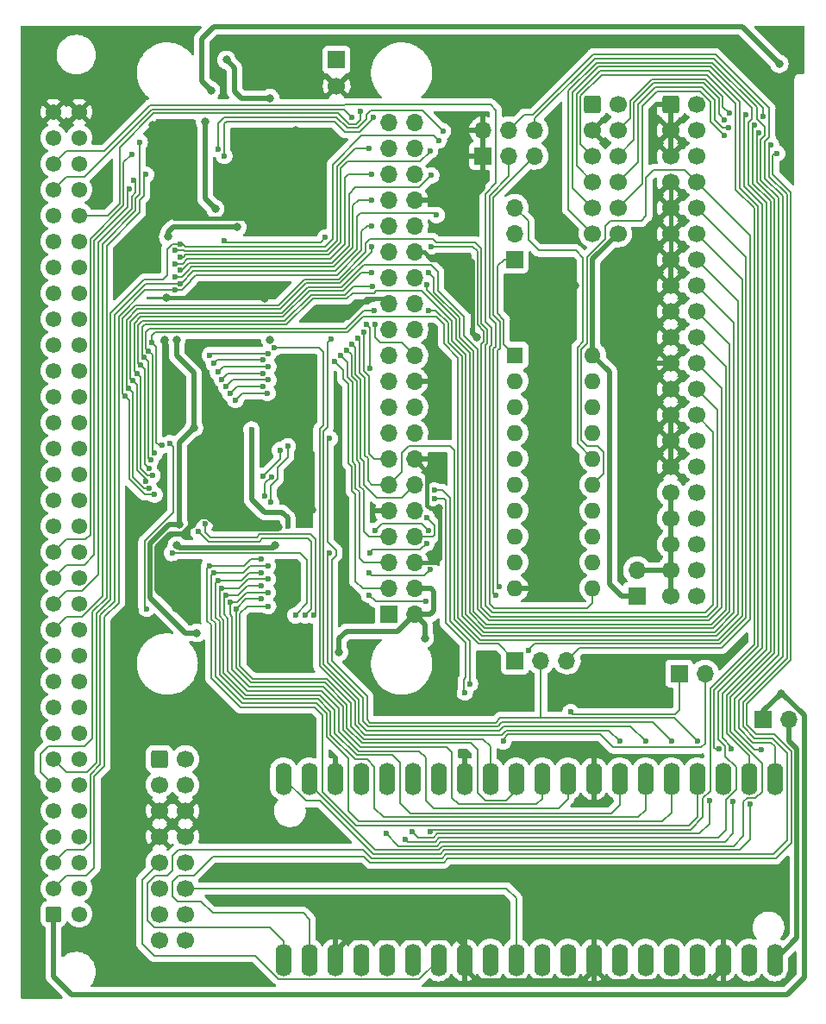
<source format=gbr>
%TF.GenerationSoftware,KiCad,Pcbnew,(6.0.9)*%
%TF.CreationDate,2023-02-25T15:14:18+00:00*%
%TF.ProjectId,Atom_VGA_Tube_Combo,41746f6d-5f56-4474-915f-547562655f43,rev?*%
%TF.SameCoordinates,Original*%
%TF.FileFunction,Copper,L4,Bot*%
%TF.FilePolarity,Positive*%
%FSLAX46Y46*%
G04 Gerber Fmt 4.6, Leading zero omitted, Abs format (unit mm)*
G04 Created by KiCad (PCBNEW (6.0.9)) date 2023-02-25 15:14:18*
%MOMM*%
%LPD*%
G01*
G04 APERTURE LIST*
G04 Aperture macros list*
%AMRoundRect*
0 Rectangle with rounded corners*
0 $1 Rounding radius*
0 $2 $3 $4 $5 $6 $7 $8 $9 X,Y pos of 4 corners*
0 Add a 4 corners polygon primitive as box body*
4,1,4,$2,$3,$4,$5,$6,$7,$8,$9,$2,$3,0*
0 Add four circle primitives for the rounded corners*
1,1,$1+$1,$2,$3*
1,1,$1+$1,$4,$5*
1,1,$1+$1,$6,$7*
1,1,$1+$1,$8,$9*
0 Add four rect primitives between the rounded corners*
20,1,$1+$1,$2,$3,$4,$5,0*
20,1,$1+$1,$4,$5,$6,$7,0*
20,1,$1+$1,$6,$7,$8,$9,0*
20,1,$1+$1,$8,$9,$2,$3,0*%
G04 Aperture macros list end*
%TA.AperFunction,ComponentPad*%
%ADD10RoundRect,0.250000X-0.600000X-0.600000X0.600000X-0.600000X0.600000X0.600000X-0.600000X0.600000X0*%
%TD*%
%TA.AperFunction,ComponentPad*%
%ADD11C,1.700000*%
%TD*%
%TA.AperFunction,ComponentPad*%
%ADD12R,1.700000X1.700000*%
%TD*%
%TA.AperFunction,ComponentPad*%
%ADD13O,1.700000X1.700000*%
%TD*%
%TA.AperFunction,ComponentPad*%
%ADD14O,1.600000X3.200000*%
%TD*%
%TA.AperFunction,ComponentPad*%
%ADD15R,1.600000X1.600000*%
%TD*%
%TA.AperFunction,ComponentPad*%
%ADD16O,1.600000X1.600000*%
%TD*%
%TA.AperFunction,ComponentPad*%
%ADD17RoundRect,0.249999X-0.525001X-0.525001X0.525001X-0.525001X0.525001X0.525001X-0.525001X0.525001X0*%
%TD*%
%TA.AperFunction,ComponentPad*%
%ADD18C,1.550000*%
%TD*%
%TA.AperFunction,ViaPad*%
%ADD19C,0.800000*%
%TD*%
%TA.AperFunction,ViaPad*%
%ADD20C,0.600000*%
%TD*%
%TA.AperFunction,Conductor*%
%ADD21C,0.500000*%
%TD*%
%TA.AperFunction,Conductor*%
%ADD22C,0.200000*%
%TD*%
%TA.AperFunction,Conductor*%
%ADD23C,0.400000*%
%TD*%
G04 APERTURE END LIST*
D10*
%TO.P,CN2,1,Pin_1*%
%TO.N,GND*%
X125366499Y-27198000D03*
D11*
%TO.P,CN2,2,Pin_2*%
%TO.N,/R~{W}*%
X127906499Y-27198000D03*
%TO.P,CN2,3,Pin_3*%
%TO.N,GND*%
X125366499Y-29738000D03*
%TO.P,CN2,4,Pin_4*%
%TO.N,/PHI2_SEL*%
X127906499Y-29738000D03*
%TO.P,CN2,5,Pin_5*%
%TO.N,GND*%
X125366499Y-32278000D03*
%TO.P,CN2,6,Pin_6*%
%TO.N,/~{IRQ}*%
X127906499Y-32278000D03*
%TO.P,CN2,7,Pin_7*%
%TO.N,GND*%
X125366499Y-34818000D03*
%TO.P,CN2,8,Pin_8*%
%TO.N,/~{TUBE}_BUFF*%
X127906499Y-34818000D03*
%TO.P,CN2,9,Pin_9*%
%TO.N,GND*%
X125366499Y-37358000D03*
%TO.P,CN2,10,Pin_10*%
%TO.N,/~{RST}*%
X127906499Y-37358000D03*
%TO.P,CN2,11,Pin_11*%
%TO.N,GND*%
X125366499Y-39898000D03*
%TO.P,CN2,12,Pin_12*%
%TO.N,/D0*%
X127906499Y-39898000D03*
%TO.P,CN2,13,Pin_13*%
%TO.N,GND*%
X125366499Y-42438000D03*
%TO.P,CN2,14,Pin_14*%
%TO.N,/D1*%
X127906499Y-42438000D03*
%TO.P,CN2,15,Pin_15*%
%TO.N,GND*%
X125366499Y-44978000D03*
%TO.P,CN2,16,Pin_16*%
%TO.N,/D2*%
X127906499Y-44978000D03*
%TO.P,CN2,17,Pin_17*%
%TO.N,GND*%
X125366499Y-47518000D03*
%TO.P,CN2,18,Pin_18*%
%TO.N,/D3*%
X127906499Y-47518000D03*
%TO.P,CN2,19,Pin_19*%
%TO.N,GND*%
X125366499Y-50058000D03*
%TO.P,CN2,20,Pin_20*%
%TO.N,/D4*%
X127906499Y-50058000D03*
%TO.P,CN2,21,Pin_21*%
%TO.N,GND*%
X125366499Y-52598000D03*
%TO.P,CN2,22,Pin_22*%
%TO.N,/D5*%
X127906499Y-52598000D03*
%TO.P,CN2,23,Pin_23*%
%TO.N,GND*%
X125366499Y-55138000D03*
%TO.P,CN2,24,Pin_24*%
%TO.N,/D6*%
X127906499Y-55138000D03*
%TO.P,CN2,25,Pin_25*%
%TO.N,GND*%
X125366499Y-57678000D03*
%TO.P,CN2,26,Pin_26*%
%TO.N,/D7*%
X127906499Y-57678000D03*
%TO.P,CN2,27,Pin_27*%
%TO.N,GND*%
X125366499Y-60218000D03*
%TO.P,CN2,28,Pin_28*%
%TO.N,/A0*%
X127906499Y-60218000D03*
%TO.P,CN2,29,Pin_29*%
%TO.N,GND*%
X125366499Y-62758000D03*
%TO.P,CN2,30,Pin_30*%
%TO.N,/A1*%
X127906499Y-62758000D03*
%TO.P,CN2,31,Pin_31*%
%TO.N,/TUBE_5V*%
X125366499Y-65298000D03*
%TO.P,CN2,32,Pin_32*%
%TO.N,/A2*%
X127906499Y-65298000D03*
%TO.P,CN2,33,Pin_33*%
%TO.N,/TUBE_5V*%
X125366499Y-67838000D03*
%TO.P,CN2,34,Pin_34*%
%TO.N,/A3*%
X127906499Y-67838000D03*
%TO.P,CN2,35,Pin_35*%
%TO.N,/TUBE_5V*%
X125366499Y-70378000D03*
%TO.P,CN2,36,Pin_36*%
%TO.N,/A4*%
X127906499Y-70378000D03*
%TO.P,CN2,37,Pin_37*%
%TO.N,/TUBE_5V*%
X125366499Y-72918000D03*
%TO.P,CN2,38,Pin_38*%
%TO.N,/A5*%
X127906499Y-72918000D03*
%TO.P,CN2,39,Pin_39*%
%TO.N,/TUBE_5V*%
X125366499Y-75458000D03*
%TO.P,CN2,40,Pin_40*%
%TO.N,/A6*%
X127906499Y-75458000D03*
%TD*%
D12*
%TO.P,CN5,1,Pin_1*%
%TO.N,/ATOM_HSYNC*%
X126220500Y-83064000D03*
D13*
%TO.P,CN5,2,Pin_2*%
%TO.N,/ATOM_VSYNC*%
X128760500Y-83064000D03*
%TD*%
D12*
%TO.P,CN6,1,Pin_1*%
%TO.N,GND*%
X106951499Y-32278000D03*
D13*
%TO.P,CN6,2,Pin_2*%
X106951499Y-29738000D03*
%TO.P,CN6,3,Pin_3*%
%TO.N,/PiSerTX*%
X109491499Y-32278000D03*
%TO.P,CN6,4,Pin_4*%
%TO.N,/PicoSerTX*%
X109491499Y-29738000D03*
%TO.P,CN6,5,Pin_5*%
%TO.N,/PiSerRX*%
X112031499Y-32278000D03*
%TO.P,CN6,6,Pin_6*%
%TO.N,/PicoSerRX*%
X112031499Y-29738000D03*
%TD*%
D10*
%TO.P,CN4,1,Pin_1*%
%TO.N,unconnected-(CN4-Pad1)*%
X117692000Y-27198000D03*
D11*
%TO.P,CN4,2,Pin_2*%
%TO.N,unconnected-(CN4-Pad2)*%
X120232000Y-27198000D03*
%TO.P,CN4,3,Pin_3*%
%TO.N,GND*%
X117692000Y-29738000D03*
%TO.P,CN4,4,Pin_4*%
%TO.N,/GREEN_0*%
X120232000Y-29738000D03*
%TO.P,CN4,5,Pin_5*%
%TO.N,/RED_0*%
X117692000Y-32278000D03*
%TO.P,CN4,6,Pin_6*%
%TO.N,/BLUE_0*%
X120232000Y-32278000D03*
%TO.P,CN4,7,Pin_7*%
%TO.N,/RED_1*%
X117692000Y-34818000D03*
%TO.P,CN4,8,Pin_8*%
%TO.N,/HSYNC_1*%
X120232000Y-34818000D03*
%TO.P,CN4,9,Pin_9*%
%TO.N,/GREEN_1*%
X117692000Y-37358000D03*
%TO.P,CN4,10,Pin_10*%
%TO.N,/VSYNC_1*%
X120232000Y-37358000D03*
%TO.P,CN4,11,Pin_11*%
%TO.N,/BLUE_1*%
X117692000Y-39898000D03*
%TO.P,CN4,12,Pin_12*%
%TO.N,/+5V*%
X120232000Y-39898000D03*
%TD*%
D12*
%TO.P,J5,1,A*%
%TO.N,/LED_GND*%
X92582999Y-22844000D03*
D11*
%TO.P,J5,2,B*%
%TO.N,GND*%
X92582999Y-25444000D03*
%TD*%
D14*
%TO.P,U1,1,GP0*%
%TO.N,/PicoSerTX*%
X135618500Y-93396500D03*
%TO.P,U1,2,GP1*%
%TO.N,/PicoSerRX*%
X133078500Y-93396500D03*
%TO.P,U1,3,GND*%
%TO.N,GND*%
X130538500Y-93396500D03*
%TO.P,U1,4,GP2*%
%TO.N,/LDA0*%
X127998500Y-93396500D03*
%TO.P,U1,5,GP3*%
%TO.N,/LDA1*%
X125458500Y-93396500D03*
%TO.P,U1,6,GP4*%
%TO.N,/LDA2*%
X122918500Y-93396500D03*
%TO.P,U1,7,GP5*%
%TO.N,/LDA3*%
X120378500Y-93396500D03*
%TO.P,U1,8,GND*%
%TO.N,GND*%
X117838500Y-93396500D03*
%TO.P,U1,9,GP6*%
%TO.N,/LDA4*%
X115298500Y-93396500D03*
%TO.P,U1,10,GP7*%
%TO.N,/LDA5*%
X112758500Y-93396500D03*
%TO.P,U1,11,GP8*%
%TO.N,/LDA6*%
X110218500Y-93396500D03*
%TO.P,U1,12,GP9*%
%TO.N,/LDA7*%
X107678500Y-93396500D03*
%TO.P,U1,13,GND*%
%TO.N,GND*%
X105138500Y-93396500D03*
%TO.P,U1,14,GP10*%
%TO.N,/RED_0*%
X102598500Y-93396500D03*
%TO.P,U1,15,GP11*%
%TO.N,/RED_1*%
X100058500Y-93396500D03*
%TO.P,U1,16,GP12*%
%TO.N,/GREEN_0*%
X97518500Y-93396500D03*
%TO.P,U1,17,GP13*%
%TO.N,/GREEN_1*%
X94978500Y-93396500D03*
%TO.P,U1,18,GND*%
%TO.N,GND*%
X92438500Y-93396500D03*
%TO.P,U1,19,GP14*%
%TO.N,/BLUE_0*%
X89898500Y-93396500D03*
%TO.P,U1,20,GP15*%
%TO.N,/BLUE_1*%
X87358500Y-93396500D03*
%TO.P,U1,21,GP16*%
%TO.N,/HSYNC_1*%
X87358500Y-111176500D03*
%TO.P,U1,22,GP17*%
%TO.N,/VSYNC_1*%
X89898500Y-111176500D03*
%TO.P,U1,23,GND*%
%TO.N,GND*%
X92438500Y-111176500D03*
%TO.P,U1,24,GP18*%
%TO.N,/LPHI2*%
X94978500Y-111176500D03*
%TO.P,U1,25,GP19*%
%TO.N,/LR~{W}*%
X97518500Y-111176500D03*
%TO.P,U1,26,GP20*%
%TO.N,/PICO_VSYNC*%
X100058500Y-111176500D03*
%TO.P,U1,27,GP21*%
%TO.N,/~{SCR_CAP}*%
X102598500Y-111176500D03*
%TO.P,U1,28,GND*%
%TO.N,GND*%
X105138500Y-111176500D03*
%TO.P,U1,29,GP22*%
%TO.N,/PICO_HSYNC*%
X107678500Y-111176500D03*
%TO.P,U1,30,~{RUN}*%
%TO.N,/RUN*%
X110218500Y-111176500D03*
%TO.P,U1,31,GP26*%
%TO.N,/~{DATA}*%
X112758500Y-111176500D03*
%TO.P,U1,32,GP27*%
%TO.N,/~{ADD_HIGH}*%
X115298500Y-111176500D03*
%TO.P,U1,33,AGND*%
%TO.N,GND*%
X117838500Y-111176500D03*
%TO.P,U1,34,GP28*%
%TO.N,/~{ADD_LOW}*%
X120378500Y-111176500D03*
%TO.P,U1,35,ADC_VREF*%
%TO.N,unconnected-(U1-Pad35)*%
X122918500Y-111176500D03*
%TO.P,U1,36,3V3_OUT*%
%TO.N,+3.3V*%
X125458500Y-111176500D03*
%TO.P,U1,37,3V3_EN*%
%TO.N,unconnected-(U1-Pad37)*%
X127998500Y-111176500D03*
%TO.P,U1,38,GND*%
%TO.N,GND*%
X130538500Y-111176500D03*
%TO.P,U1,39,VSYS*%
%TO.N,/VSYS*%
X133078500Y-111176500D03*
%TO.P,U1,40,VBUS*%
%TO.N,/Vbus*%
X135618500Y-111176500D03*
%TD*%
D10*
%TO.P,CN3,1,Pin_1*%
%TO.N,/VGA_RED*%
X75184000Y-91460000D03*
D11*
%TO.P,CN3,2,Pin_2*%
%TO.N,/VGA_GREEN*%
X77724000Y-91460000D03*
%TO.P,CN3,3,Pin_3*%
%TO.N,/VGA_BLUE*%
X75184000Y-94000000D03*
%TO.P,CN3,4,Pin_4*%
%TO.N,unconnected-(CN3-Pad4)*%
X77724000Y-94000000D03*
%TO.P,CN3,5,Pin_5*%
%TO.N,GND*%
X75184000Y-96540000D03*
%TO.P,CN3,6,Pin_6*%
X77724000Y-96540000D03*
%TO.P,CN3,7,Pin_7*%
X75184000Y-99080000D03*
%TO.P,CN3,8,Pin_8*%
X77724000Y-99080000D03*
%TO.P,CN3,9,Pin_9*%
%TO.N,/~{SCR_CAP}*%
X75184000Y-101620000D03*
%TO.P,CN3,10,Pin_10*%
%TO.N,GND*%
X77724000Y-101620000D03*
%TO.P,CN3,11,Pin_11*%
%TO.N,unconnected-(CN3-Pad11)*%
X75184000Y-104160000D03*
%TO.P,CN3,12,Pin_12*%
%TO.N,/RUN*%
X77724000Y-104160000D03*
%TO.P,CN3,13,Pin_13*%
%TO.N,/HSYNC*%
X75184000Y-106700000D03*
%TO.P,CN3,14,Pin_14*%
%TO.N,/VSYNC*%
X77724000Y-106700000D03*
%TO.P,CN3,15,Pin_15*%
%TO.N,unconnected-(CN3-Pad15)*%
X75184000Y-109240000D03*
%TO.P,CN3,16,Pin_16*%
%TO.N,unconnected-(CN3-Pad16)*%
X77724000Y-109240000D03*
%TD*%
D12*
%TO.P,U2,1,3V3[1]*%
%TO.N,unconnected-(U2-Pad1)*%
X97684999Y-77280000D03*
D13*
%TO.P,U2,2,5V[1]*%
%TO.N,/+5V*%
X100224999Y-77280000D03*
%TO.P,U2,3,GPIO2/SDA*%
%TO.N,/LA1*%
X97684999Y-74740000D03*
%TO.P,U2,4,5V[2]*%
%TO.N,/+5V*%
X100224999Y-74740000D03*
%TO.P,U2,5,GPIO3/SCL*%
%TO.N,/LA2*%
X97684999Y-72200000D03*
%TO.P,U2,6,GND[8]*%
%TO.N,GND*%
X100224999Y-72200000D03*
%TO.P,U2,7,GPIO4/GPCKL0*%
%TO.N,/L~{RST}*%
X97684999Y-69660000D03*
%TO.P,U2,8,TXD0/GPIO14*%
%TO.N,/PiSerTX*%
X100224999Y-69660000D03*
%TO.P,U2,9,GND[1]*%
%TO.N,GND*%
X97684999Y-67120000D03*
%TO.P,U2,10,RXD0/GPIO15*%
%TO.N,/PiSerRX*%
X100224999Y-67120000D03*
%TO.P,U2,11,GPIO17/GEN0*%
%TO.N,/L~{TUBE}*%
X97684999Y-64580000D03*
%TO.P,U2,12,GPIO18*%
%TO.N,/LR~{W}*%
X100224999Y-64580000D03*
%TO.P,U2,13,GPIO27/GEN2*%
%TO.N,/LA0*%
X97684999Y-62040000D03*
%TO.P,U2,14,GND[4]*%
%TO.N,GND*%
X100224999Y-62040000D03*
%TO.P,U2,15,GPIO22/GEN3*%
%TO.N,/LD4*%
X97684999Y-59500000D03*
%TO.P,U2,16,GEN4/GPIO23*%
%TO.N,/LD5*%
X100224999Y-59500000D03*
%TO.P,U2,17,3V3[2]*%
%TO.N,unconnected-(U2-Pad17)*%
X97684999Y-56960000D03*
%TO.P,U2,18,GEN5/GPIO24*%
%TO.N,/LD6*%
X100224999Y-56960000D03*
%TO.P,U2,19,GPIO10/MOSI*%
%TO.N,/LD2*%
X97684999Y-54420000D03*
%TO.P,U2,20,GND[5]*%
%TO.N,GND*%
X100224999Y-54420000D03*
%TO.P,U2,21,GPIO9/MISO*%
%TO.N,/LD1*%
X97684999Y-51880000D03*
%TO.P,U2,22,GEN/6GPIO25*%
%TO.N,/LD7*%
X100224999Y-51880000D03*
%TO.P,U2,23,GPIO11/SCLK*%
%TO.N,/LD3*%
X97684999Y-49340000D03*
%TO.P,U2,24,~{CE0!/GPIO8}*%
%TO.N,/LD0*%
X100224999Y-49340000D03*
%TO.P,U2,25,GND[2]*%
%TO.N,GND*%
X97684999Y-46800000D03*
%TO.P,U2,26,~{CE1/!GPIO7}*%
%TO.N,/LPHI2*%
X100224999Y-46800000D03*
%TO.P,U2,27,ID_SD*%
%TO.N,unconnected-(U2-Pad27)*%
X97684999Y-44260000D03*
%TO.P,U2,28,ID_SC*%
%TO.N,unconnected-(U2-Pad28)*%
X100224999Y-44260000D03*
%TO.P,U2,29,GPIO5*%
%TO.N,/LA3*%
X97684999Y-41720000D03*
%TO.P,U2,30,GND[6]*%
%TO.N,GND*%
X100224999Y-41720000D03*
%TO.P,U2,31,GPIO6*%
%TO.N,unconnected-(U2-Pad31)*%
X97684999Y-39180000D03*
%TO.P,U2,32,GPIO12*%
%TO.N,unconnected-(U2-Pad32)*%
X100224999Y-39180000D03*
%TO.P,U2,33,GPIO13*%
%TO.N,unconnected-(U2-Pad33)*%
X97684999Y-36640000D03*
%TO.P,U2,34,GND[7]*%
%TO.N,GND*%
X100224999Y-36640000D03*
%TO.P,U2,35,GPIO19*%
%TO.N,unconnected-(U2-Pad35)*%
X97684999Y-34100000D03*
%TO.P,U2,36,GPIO16*%
%TO.N,unconnected-(U2-Pad36)*%
X100224999Y-34100000D03*
%TO.P,U2,37,GPIO26*%
%TO.N,unconnected-(U2-Pad37)*%
X97684999Y-31560000D03*
%TO.P,U2,38,GPIO20*%
%TO.N,unconnected-(U2-Pad38)*%
X100224999Y-31560000D03*
%TO.P,U2,39,GND[3]*%
%TO.N,GND*%
X97684999Y-29020000D03*
%TO.P,U2,40,GPIO21*%
%TO.N,unconnected-(U2-Pad40)*%
X100224999Y-29020000D03*
%TD*%
D12*
%TO.P,J1,1,Pin_1*%
%TO.N,/+5V*%
X134494000Y-87550000D03*
D13*
%TO.P,J1,2,Pin_2*%
%TO.N,/Vbus*%
X137034000Y-87550000D03*
%TD*%
D12*
%TO.P,J3,1,Pin_1*%
%TO.N,/+5V*%
X122064499Y-75458000D03*
D13*
%TO.P,J3,2,Pin_2*%
%TO.N,/TUBE_5V*%
X122064499Y-72918000D03*
%TD*%
D12*
%TO.P,J4,1,Pin_1*%
%TO.N,/L~{TUBE}*%
X110109000Y-81808000D03*
D13*
%TO.P,J4,2,Pin_2*%
%TO.N,/INT_~{TUBE}*%
X112649000Y-81808000D03*
%TO.P,J4,3,Pin_3*%
%TO.N,/~{TUBE}_BUFF*%
X115189000Y-81808000D03*
%TD*%
D15*
%TO.P,U8,1,I1/CLK*%
%TO.N,/PHI2*%
X110109000Y-51836000D03*
D16*
%TO.P,U8,2,I2*%
%TO.N,/A8*%
X110109000Y-54376000D03*
%TO.P,U8,3,I3*%
%TO.N,/A9*%
X110109000Y-56916000D03*
%TO.P,U8,4,I4*%
%TO.N,/A10*%
X110109000Y-59456000D03*
%TO.P,U8,5,I5*%
%TO.N,/A11*%
X110109000Y-61996000D03*
%TO.P,U8,6,I6*%
%TO.N,/A12*%
X110109000Y-64536000D03*
%TO.P,U8,7,I7*%
%TO.N,/A13*%
X110109000Y-67076000D03*
%TO.P,U8,8,I8*%
%TO.N,/A14*%
X110109000Y-69616000D03*
%TO.P,U8,9,I9*%
%TO.N,/A15*%
X110109000Y-72156000D03*
%TO.P,U8,10,GND*%
%TO.N,GND*%
X110109000Y-74696000D03*
%TO.P,U8,11,I10/~{OE}*%
%TO.N,/R~{W}*%
X117729000Y-74696000D03*
%TO.P,U8,12,IO8*%
%TO.N,/~{RnW}*%
X117729000Y-72156000D03*
%TO.P,U8,13,IO7*%
%TO.N,/A7*%
X117729000Y-69616000D03*
%TO.P,U8,14,IO6*%
%TO.N,/A6*%
X117729000Y-67076000D03*
%TO.P,U8,15,IO5*%
%TO.N,/~{TUBE}_BUFF*%
X117729000Y-64536000D03*
%TO.P,U8,16,IO4*%
%TO.N,/PHI2_BUFF*%
X117729000Y-61996000D03*
%TO.P,U8,17,I03*%
%TO.N,/A5*%
X117729000Y-59456000D03*
%TO.P,U8,18,IO2*%
%TO.N,/A4*%
X117729000Y-56916000D03*
%TO.P,U8,19,IO1*%
%TO.N,/A3*%
X117729000Y-54376000D03*
%TO.P,U8,20,VCC*%
%TO.N,/+5V*%
X117729000Y-51836000D03*
%TD*%
D12*
%TO.P,J2,1,Pin_1*%
%TO.N,/PHI2*%
X110072000Y-42438000D03*
D13*
%TO.P,J2,2,Pin_2*%
%TO.N,/PHI2_SEL*%
X110072000Y-39898000D03*
%TO.P,J2,3,Pin_3*%
%TO.N,/PHI2_BUFF*%
X110072000Y-37358000D03*
%TD*%
D17*
%TO.P,CN1,a1,Pin_a1*%
%TO.N,/+5V*%
X64770000Y-106700000D03*
D18*
%TO.P,CN1,a2,Pin_a2*%
%TO.N,/A15*%
X64770000Y-104160000D03*
%TO.P,CN1,a3,Pin_a3*%
%TO.N,/A14*%
X64770000Y-101620000D03*
%TO.P,CN1,a4,Pin_a4*%
%TO.N,/~{WDS}*%
X64770000Y-99080000D03*
%TO.P,CN1,a5,Pin_a5*%
%TO.N,/~{RDS}*%
X64770000Y-96540000D03*
%TO.P,CN1,a6,Pin_a6*%
%TO.N,/~{RST}*%
X64770000Y-94000000D03*
%TO.P,CN1,a7,Pin_a7*%
%TO.N,/A8*%
X64770000Y-91460000D03*
%TO.P,CN1,a8,Pin_a8*%
%TO.N,/A7*%
X64770000Y-88920000D03*
%TO.P,CN1,a9,Pin_a9*%
%TO.N,/A6*%
X64770000Y-86380000D03*
%TO.P,CN1,a10,Pin_a10*%
%TO.N,/A5*%
X64770000Y-83840000D03*
%TO.P,CN1,a11,Pin_a11*%
%TO.N,/A4*%
X64770000Y-81300000D03*
%TO.P,CN1,a12,Pin_a12*%
%TO.N,/A3*%
X64770000Y-78760000D03*
%TO.P,CN1,a13,Pin_a13*%
%TO.N,/A2*%
X64770000Y-76220000D03*
%TO.P,CN1,a14,Pin_a14*%
%TO.N,/A1*%
X64770000Y-73680000D03*
%TO.P,CN1,a15,Pin_a15*%
%TO.N,/A0*%
X64770000Y-71140000D03*
%TO.P,CN1,a16,Pin_a16*%
%TO.N,/D7*%
X64770000Y-68600000D03*
%TO.P,CN1,a17,Pin_a17*%
%TO.N,/D6*%
X64770000Y-66060000D03*
%TO.P,CN1,a18,Pin_a18*%
%TO.N,/D5*%
X64770000Y-63520000D03*
%TO.P,CN1,a19,Pin_a19*%
%TO.N,/D4*%
X64770000Y-60980000D03*
%TO.P,CN1,a20,Pin_a20*%
%TO.N,/D3*%
X64770000Y-58440000D03*
%TO.P,CN1,a21,Pin_a21*%
%TO.N,/D2*%
X64770000Y-55900000D03*
%TO.P,CN1,a22,Pin_a22*%
%TO.N,/D1*%
X64770000Y-53360000D03*
%TO.P,CN1,a23,Pin_a23*%
%TO.N,/D0*%
X64770000Y-50820000D03*
%TO.P,CN1,a24,Pin_a24*%
%TO.N,/A13*%
X64770000Y-48280000D03*
%TO.P,CN1,a25,Pin_a25*%
%TO.N,/A12*%
X64770000Y-45740000D03*
%TO.P,CN1,a26,Pin_a26*%
%TO.N,/A11*%
X64770000Y-43200000D03*
%TO.P,CN1,a27,Pin_a27*%
%TO.N,/A10*%
X64770000Y-40660000D03*
%TO.P,CN1,a28,Pin_a28*%
%TO.N,/A9*%
X64770000Y-38120000D03*
%TO.P,CN1,a29,Pin_a29*%
%TO.N,/PHI2*%
X64770000Y-35580000D03*
%TO.P,CN1,a30,Pin_a30*%
%TO.N,/R~{W}*%
X64770000Y-33040000D03*
%TO.P,CN1,a31,Pin_a31*%
%TO.N,/~{BLK0}*%
X64770000Y-30500000D03*
%TO.P,CN1,a32,Pin_a32*%
%TO.N,GND*%
X64770000Y-27960000D03*
%TO.P,CN1,b1,Pin_b1*%
%TO.N,unconnected-(CN1-Padb1)*%
X67310000Y-106700000D03*
%TO.P,CN1,b2,Pin_b2*%
%TO.N,unconnected-(CN1-Padb2)*%
X67310000Y-104160000D03*
%TO.P,CN1,b3,Pin_b3*%
%TO.N,/PB7*%
X67310000Y-101620000D03*
%TO.P,CN1,b4,Pin_b4*%
%TO.N,/PB6*%
X67310000Y-99080000D03*
%TO.P,CN1,b5,Pin_b5*%
%TO.N,/PB5*%
X67310000Y-96540000D03*
%TO.P,CN1,b6,Pin_b6*%
%TO.N,/PB4*%
X67310000Y-94000000D03*
%TO.P,CN1,b7,Pin_b7*%
%TO.N,/PB3*%
X67310000Y-91460000D03*
%TO.P,CN1,b8,Pin_b8*%
%TO.N,/PB2*%
X67310000Y-88920000D03*
%TO.P,CN1,b9,Pin_b9*%
%TO.N,/PB1*%
X67310000Y-86380000D03*
%TO.P,CN1,b10,Pin_b10*%
%TO.N,/PB0*%
X67310000Y-83840000D03*
%TO.P,CN1,b11,Pin_b11*%
%TO.N,/CB2*%
X67310000Y-81300000D03*
%TO.P,CN1,b12,Pin_b12*%
%TO.N,/CB1*%
X67310000Y-78760000D03*
%TO.P,CN1,b13,Pin_b13*%
%TO.N,/PA7*%
X67310000Y-76220000D03*
%TO.P,CN1,b14,Pin_b14*%
%TO.N,/PA6*%
X67310000Y-73680000D03*
%TO.P,CN1,b15,Pin_b15*%
%TO.N,/PA5*%
X67310000Y-71140000D03*
%TO.P,CN1,b16,Pin_b16*%
%TO.N,/PA4*%
X67310000Y-68600000D03*
%TO.P,CN1,b17,Pin_b17*%
%TO.N,/PA3*%
X67310000Y-66060000D03*
%TO.P,CN1,b18,Pin_b18*%
%TO.N,/PA2*%
X67310000Y-63520000D03*
%TO.P,CN1,b19,Pin_b19*%
%TO.N,/PA1*%
X67310000Y-60980000D03*
%TO.P,CN1,b20,Pin_b20*%
%TO.N,/PA0*%
X67310000Y-58440000D03*
%TO.P,CN1,b21,Pin_b21*%
%TO.N,/CA2*%
X67310000Y-55900000D03*
%TO.P,CN1,b22,Pin_b22*%
%TO.N,/CA1*%
X67310000Y-53360000D03*
%TO.P,CN1,b23,Pin_b23*%
%TO.N,unconnected-(CN1-Padb23)*%
X67310000Y-50820000D03*
%TO.P,CN1,b24,Pin_b24*%
%TO.N,unconnected-(CN1-Padb24)*%
X67310000Y-48280000D03*
%TO.P,CN1,b25,Pin_b25*%
%TO.N,/RDY*%
X67310000Y-45740000D03*
%TO.P,CN1,b26,Pin_b26*%
%TO.N,/SO*%
X67310000Y-43200000D03*
%TO.P,CN1,b27,Pin_b27*%
%TO.N,unconnected-(CN1-Padb27)*%
X67310000Y-40660000D03*
%TO.P,CN1,b28,Pin_b28*%
%TO.N,/~{IRQ}*%
X67310000Y-38120000D03*
%TO.P,CN1,b29,Pin_b29*%
%TO.N,/~{NMI}*%
X67310000Y-35580000D03*
%TO.P,CN1,b30,Pin_b30*%
%TO.N,/SYNC*%
X67310000Y-33040000D03*
%TO.P,CN1,b31,Pin_b31*%
%TO.N,unconnected-(CN1-Padb31)*%
X67310000Y-30500000D03*
%TO.P,CN1,b32,Pin_b32*%
%TO.N,GND*%
X67310000Y-27960000D03*
%TD*%
D19*
%TO.N,GND*%
X115968499Y-44978000D03*
%TO.N,/+5V*%
X136050000Y-23228000D03*
%TO.N,GND*%
X103868500Y-82302000D03*
D20*
%TO.N,/~{TUBE}_BUFF*%
X81551499Y-32278000D03*
X96156499Y-28468000D03*
D19*
%TO.N,GND*%
X117932700Y-85255800D03*
D20*
%TO.N,/ATOM_HSYNC*%
X115552500Y-86857728D03*
D19*
%TO.N,+3.3V*%
X82821499Y-39263000D03*
X86549999Y-70509500D03*
X76900426Y-70490114D03*
X76049999Y-40216991D03*
X81757000Y-22849000D03*
D20*
X87774499Y-68600000D03*
D19*
X86040499Y-26588400D03*
X86049999Y-50309500D03*
D20*
X84218499Y-59131000D03*
D19*
%TO.N,GND*%
X74522499Y-29274000D03*
X89806499Y-48153000D03*
X122925000Y-81846600D03*
X76549999Y-56900000D03*
X78375455Y-68471956D03*
X105156000Y-102618501D03*
X86839999Y-68710000D03*
X130900000Y-104922000D03*
X72534499Y-67838000D03*
D20*
X88409499Y-73172000D03*
D19*
X113301499Y-34056000D03*
X102605998Y-66866000D03*
X100519500Y-102636000D03*
D20*
X93489499Y-68600000D03*
D19*
X76791826Y-76694084D03*
X86839999Y-37784500D03*
X86877083Y-58101582D03*
X106316499Y-50058000D03*
X88536499Y-29738000D03*
X69686000Y-35226000D03*
X75734899Y-50309000D03*
X85498836Y-46239490D03*
X90207589Y-67009000D03*
X121961999Y-50870122D03*
X85748666Y-56795167D03*
X75719999Y-37474500D03*
X113301499Y-42692000D03*
X75900111Y-46167605D03*
X113301499Y-39136000D03*
%TO.N,/+5V*%
X136226001Y-85017999D03*
X77106499Y-68473000D03*
X80244500Y-25845000D03*
X80665000Y-37469000D03*
X76855000Y-50309000D03*
X78855344Y-79097500D03*
X78570000Y-58929000D03*
X101236499Y-79605500D03*
X79646499Y-28876000D03*
X92810999Y-80983896D03*
D20*
%TO.N,/A15*%
X76679999Y-45459000D03*
X96012000Y-39136000D03*
%TO.N,/A14*%
X77179999Y-44809000D03*
X102404911Y-38077089D03*
%TO.N,/~{RST}*%
X111423535Y-80774398D03*
X73859500Y-34109500D03*
%TO.N,/A8*%
X102616000Y-30754000D03*
X77179999Y-40909000D03*
%TO.N,/A6*%
X101374333Y-75955166D03*
X95758000Y-75366500D03*
%TO.N,/A4*%
X101748999Y-72870500D03*
X95758000Y-73172000D03*
%TO.N,/A3*%
X73242000Y-30908000D03*
%TO.N,/A2*%
X101420260Y-70286500D03*
X72660500Y-34709000D03*
X90307589Y-77363000D03*
X95842089Y-71224089D03*
X79646499Y-68400000D03*
%TO.N,/A1*%
X72260500Y-35508201D03*
X101579088Y-69060500D03*
X89508086Y-77363000D03*
X96361702Y-69060500D03*
X79011499Y-69108000D03*
%TO.N,/A0*%
X88536499Y-77363000D03*
X72475000Y-32109000D03*
X76422041Y-71252413D03*
%TO.N,/D7*%
X71823299Y-55844965D03*
X74696000Y-65505000D03*
%TO.N,/D6*%
X72178899Y-55087200D03*
X96012000Y-41168000D03*
X101854000Y-41168000D03*
X74182157Y-64918835D03*
%TO.N,/D5*%
X72558899Y-54348975D03*
X73813720Y-64231900D03*
%TO.N,/D4*%
X101600000Y-43708000D03*
X74500066Y-63644807D03*
X72958899Y-53596858D03*
X96026068Y-43722068D03*
%TO.N,/D3*%
X73318898Y-52829707D03*
X74149063Y-62926475D03*
X101407756Y-44909799D03*
X96110231Y-45076231D03*
%TO.N,/D2*%
X74316530Y-62144709D03*
X73684500Y-52056011D03*
%TO.N,/D1*%
X96266000Y-47446500D03*
X74115816Y-51406711D03*
X74696000Y-61441000D03*
X101600000Y-47446500D03*
%TO.N,/D0*%
X74444500Y-50566000D03*
X75458000Y-60679000D03*
%TO.N,/A13*%
X96012000Y-36596000D03*
X76679999Y-44159000D03*
%TO.N,/A12*%
X101871499Y-34183000D03*
X77179999Y-43509000D03*
%TO.N,/A11*%
X76679999Y-42859000D03*
X96012000Y-34056000D03*
%TO.N,/A10*%
X77179999Y-42209000D03*
X101756338Y-31758161D03*
%TO.N,/A9*%
X95758000Y-31516000D03*
X76679999Y-41559000D03*
%TO.N,/~{IRQ}*%
X94921999Y-27859947D03*
%TO.N,/~{DATA}*%
X86455486Y-51112423D03*
X120378500Y-89735100D03*
%TO.N,/~{ADD_HIGH}*%
X91459742Y-40300436D03*
X91996500Y-50286500D03*
X122918500Y-89735100D03*
X81551499Y-40575185D03*
%TO.N,/~{ADD_LOW}*%
X91906589Y-71209000D03*
X125458500Y-89735100D03*
%TO.N,/RED_1*%
X100013600Y-98593500D03*
X129164911Y-95566911D03*
X130159833Y-90492000D03*
%TO.N,/RED_0*%
X101740800Y-98593500D03*
%TO.N,/GREEN_1*%
X97422800Y-98775200D03*
X131511229Y-95627228D03*
X131359333Y-90492000D03*
%TO.N,/GREEN_0*%
X131169369Y-28109092D03*
X132768869Y-28214000D03*
X99310289Y-99341889D03*
%TO.N,/BLUE_1*%
X133186000Y-95896000D03*
X134256540Y-90543460D03*
%TO.N,/BLUE_0*%
X134028028Y-30048424D03*
X130655999Y-28722000D03*
%TO.N,/LDA0*%
X85180000Y-71859000D03*
X85872000Y-51659000D03*
X80106483Y-72478097D03*
X80125500Y-51834497D03*
%TO.N,/LDA1*%
X80525500Y-73159000D03*
X85364000Y-52309000D03*
X85829999Y-72509000D03*
X80525500Y-52634000D03*
%TO.N,/LDA2*%
X85872000Y-52959000D03*
X80924500Y-53503418D03*
X85180000Y-73159000D03*
X80925500Y-73951533D03*
%TO.N,/LDA3*%
X85829999Y-73809000D03*
X85364000Y-53609000D03*
X81324500Y-54195662D03*
X81287542Y-74722149D03*
%TO.N,/LDA4*%
X81705724Y-75403565D03*
X85872000Y-54259000D03*
X85180000Y-74459000D03*
X81724500Y-54887907D03*
%TO.N,/LDA5*%
X85338504Y-54908984D03*
X82125500Y-76084000D03*
X82125500Y-55579572D03*
X85829999Y-75109000D03*
%TO.N,/LDA6*%
X85804019Y-55558984D03*
X82649202Y-56228599D03*
X82697000Y-76734000D03*
X85180000Y-75759000D03*
%TO.N,/LDA7*%
X85852000Y-76474000D03*
%TO.N,/LPHI2*%
X95849500Y-53106000D03*
X105681499Y-84094000D03*
X95493233Y-48790268D03*
X102174499Y-65108286D03*
%TO.N,/LR~{W}*%
X102200121Y-65907378D03*
X94107223Y-50743897D03*
X105173499Y-84942500D03*
%TO.N,/LA1*%
X92411224Y-52439898D03*
%TO.N,/LA2*%
X92976557Y-51874565D03*
%TO.N,/L~{RST}*%
X93541890Y-51309232D03*
%TO.N,/LA0*%
X95249456Y-49551699D03*
%TO.N,/LD6*%
X86159930Y-63759500D03*
X85491000Y-65634000D03*
%TO.N,/LD7*%
X86126000Y-66284000D03*
X87777000Y-60759500D03*
X96341583Y-48804110D03*
%TO.N,/LD3*%
X87015000Y-61159500D03*
X85364000Y-63684000D03*
%TO.N,/PHI2*%
X94107284Y-28468500D03*
%TO.N,/INT_~{TUBE}*%
X127998500Y-89735100D03*
X91906589Y-60008000D03*
%TO.N,/PHI2_SEL*%
X80916499Y-31643000D03*
X103033499Y-29846000D03*
%TO.N,/~{RnW}*%
X73931499Y-76728000D03*
X76233326Y-60483876D03*
%TO.N,/ATOM_VSYNC*%
X108948500Y-89735100D03*
%TO.N,/HSYNC_1*%
X131081499Y-29484000D03*
X135228028Y-31186024D03*
%TO.N,/VSYNC_1*%
X130655999Y-30246000D03*
X135827528Y-32024000D03*
%TO.N,/PicoSerRX*%
X134474076Y-28428451D03*
X133628028Y-29278754D03*
%TO.N,/PiSerTX*%
X108221499Y-75360500D03*
X101420262Y-67746500D03*
%TO.N,/PiSerRX*%
X108585999Y-74561786D03*
%TO.N,/L~{TUBE}*%
X94649956Y-50156832D03*
%TD*%
D21*
%TO.N,GND*%
X114190499Y-44978000D02*
X113301499Y-44089000D01*
X115968499Y-44978000D02*
X114190499Y-44978000D01*
X113301499Y-44089000D02*
X113301499Y-42692000D01*
D22*
%TO.N,/~{TUBE}_BUFF*%
X126756499Y-33668000D02*
X127906499Y-34818000D01*
X123722000Y-33668000D02*
X126756499Y-33668000D01*
X122982000Y-34408000D02*
X123722000Y-33668000D01*
X122518000Y-38628000D02*
X122982000Y-38164000D01*
X119470000Y-38628000D02*
X122518000Y-38628000D01*
X118962000Y-39136000D02*
X119470000Y-38628000D01*
X118962000Y-40390182D02*
X118962000Y-39136000D01*
X117179000Y-42173182D02*
X118962000Y-40390182D01*
X122982000Y-38164000D02*
X122982000Y-34408000D01*
X117179000Y-50711000D02*
X117179000Y-42173182D01*
X118237000Y-60726000D02*
X117220000Y-60726000D01*
X116629000Y-60135000D02*
X116629000Y-51261000D01*
X118829000Y-61318000D02*
X118237000Y-60726000D01*
X118829000Y-63436000D02*
X118829000Y-61318000D01*
X117220000Y-60726000D02*
X116629000Y-60135000D01*
X116629000Y-51261000D02*
X117179000Y-50711000D01*
X117729000Y-64536000D02*
X118829000Y-63436000D01*
D21*
%TO.N,/+5V*%
X138496500Y-112927500D02*
X136822000Y-114602000D01*
X138496500Y-87174022D02*
X138496500Y-112927500D01*
X136340477Y-85017999D02*
X138496500Y-87174022D01*
X136226001Y-85017999D02*
X136340477Y-85017999D01*
X66559637Y-114602000D02*
X136822000Y-114602000D01*
%TO.N,/Vbus*%
X137796500Y-90505310D02*
X137796500Y-108998500D01*
X137796500Y-108998500D02*
X135618500Y-111176500D01*
X137034000Y-89742810D02*
X137796500Y-90505310D01*
X137034000Y-87550000D02*
X137034000Y-89742810D01*
%TO.N,/+5V*%
X134494000Y-86750000D02*
X136226001Y-85017999D01*
X134494000Y-87550000D02*
X134494000Y-86750000D01*
D22*
%TO.N,/VSYNC_1*%
X89898500Y-107225500D02*
X89898500Y-111176500D01*
X89916000Y-107208000D02*
X89898500Y-107225500D01*
X89294499Y-106586499D02*
X89916000Y-107208000D01*
X80404499Y-106586499D02*
X89294499Y-106586499D01*
X79248000Y-105430000D02*
X80404499Y-106586499D01*
X76962000Y-105430000D02*
X79248000Y-105430000D01*
X76454000Y-103488000D02*
X76454000Y-104922000D01*
X77052000Y-102890000D02*
X76454000Y-103488000D01*
X78576000Y-102890000D02*
X77052000Y-102890000D01*
X80449500Y-101016500D02*
X78576000Y-102890000D01*
X95267758Y-101016500D02*
X80449500Y-101016500D01*
X95853547Y-101602289D02*
X95267758Y-101016500D01*
X103093082Y-101602289D02*
X95853547Y-101602289D01*
X103501372Y-101194000D02*
X103093082Y-101602289D01*
X135726999Y-101194000D02*
X103501372Y-101194000D01*
X137246500Y-90733128D02*
X137246500Y-99674500D01*
X135549372Y-89036000D02*
X137246500Y-90733128D01*
X137246500Y-99674500D02*
X135726999Y-101194000D01*
X133774115Y-89036000D02*
X135549372Y-89036000D01*
X137185999Y-35842499D02*
X137185999Y-81755173D01*
X137185999Y-81755173D02*
X132868500Y-86072672D01*
X135428528Y-34085029D02*
X137185999Y-35842499D01*
X135428528Y-32248971D02*
X135428528Y-34085029D01*
X132868500Y-86072672D02*
X132868500Y-88130385D01*
X135653499Y-32024000D02*
X135428528Y-32248971D01*
X135827528Y-32024000D02*
X135653499Y-32024000D01*
X132868500Y-88130385D02*
X133774115Y-89036000D01*
X76454000Y-104922000D02*
X76962000Y-105430000D01*
%TO.N,/HSYNC_1*%
X135028528Y-31378971D02*
X135221475Y-31186024D01*
X135028528Y-34308857D02*
X135028528Y-31378971D01*
X136785999Y-36066327D02*
X135028528Y-34308857D01*
X136785999Y-81589487D02*
X136785999Y-36066327D01*
X135221475Y-31186024D02*
X135228028Y-31186024D01*
X132468500Y-85906986D02*
X136785999Y-81589487D01*
X132468500Y-88296071D02*
X132468500Y-85906986D01*
X133608429Y-89436000D02*
X132468500Y-88296071D01*
X135383686Y-89436000D02*
X133608429Y-89436000D01*
X136846500Y-90898814D02*
X135383686Y-89436000D01*
X135503685Y-100794000D02*
X136846500Y-99451186D01*
X102927397Y-101202289D02*
X103335686Y-100794000D01*
X96019232Y-101202289D02*
X102927397Y-101202289D01*
X95166943Y-100350000D02*
X96019232Y-101202289D01*
X77052000Y-100350000D02*
X95166943Y-100350000D01*
X76454000Y-100948000D02*
X77052000Y-100350000D01*
X76454000Y-102382000D02*
X76454000Y-100948000D01*
X74766000Y-102890000D02*
X75946000Y-102890000D01*
X74004000Y-103652000D02*
X74766000Y-102890000D01*
X74676000Y-107970000D02*
X74004000Y-107298000D01*
X85992099Y-107970000D02*
X74676000Y-107970000D01*
X136846500Y-99451186D02*
X136846500Y-90898814D01*
X87358500Y-111176500D02*
X87358500Y-109336401D01*
X103335686Y-100794000D02*
X135503685Y-100794000D01*
X87358500Y-109336401D02*
X85992099Y-107970000D01*
X74004000Y-107298000D02*
X74004000Y-103652000D01*
X75946000Y-102890000D02*
X76454000Y-102382000D01*
%TO.N,/PicoSerTX*%
X111015499Y-28214000D02*
X109491499Y-29738000D01*
X117755757Y-22328000D02*
X111869756Y-28214000D01*
X129801929Y-22328000D02*
X117755757Y-22328000D01*
X135074076Y-27600147D02*
X129801929Y-22328000D01*
X135074076Y-30416590D02*
X135074076Y-27600147D01*
X111869756Y-28214000D02*
X111015499Y-28214000D01*
X134628528Y-30862139D02*
X135074076Y-30416590D01*
X134628528Y-34474542D02*
X134628528Y-30862139D01*
X132068500Y-85741300D02*
X136385999Y-81423801D01*
X132068500Y-88461757D02*
X132068500Y-85741300D01*
X133442743Y-89836000D02*
X132068500Y-88461757D01*
X136385999Y-36232013D02*
X134628528Y-34474542D01*
X135618500Y-90236500D02*
X135218000Y-89836000D01*
X135618500Y-93396500D02*
X135618500Y-90236500D01*
X135218000Y-89836000D02*
X133442743Y-89836000D01*
X136385999Y-81423801D02*
X136385999Y-36232013D01*
%TO.N,/BLUE_1*%
X115342000Y-37548000D02*
X117692000Y-39898000D01*
X115342000Y-25873125D02*
X115342000Y-37548000D01*
X118087127Y-23128000D02*
X115342000Y-25873125D01*
X129470558Y-23128001D02*
X118087127Y-23128000D01*
X133835028Y-27492471D02*
X129470558Y-23128001D01*
X134628028Y-29430225D02*
X133835028Y-28637225D01*
X134628028Y-30296953D02*
X134628028Y-29430225D01*
X135985999Y-81258115D02*
X135985999Y-36397699D01*
X134228528Y-34640228D02*
X134228528Y-30696453D01*
X134228528Y-30696453D02*
X134628028Y-30296953D01*
X131668500Y-88627443D02*
X131668500Y-85575614D01*
X131668500Y-85575614D02*
X135985999Y-81258115D01*
X133835028Y-28637225D02*
X133835028Y-27492471D01*
X133584517Y-90543460D02*
X131668500Y-88627443D01*
X135985999Y-36397699D02*
X134228528Y-34640228D01*
X134256540Y-90543460D02*
X133584517Y-90543460D01*
%TO.N,/BLUE_0*%
X133971604Y-29992000D02*
X134028028Y-30048424D01*
X133828528Y-29992000D02*
X133971604Y-29992000D01*
X133828528Y-34805914D02*
X133828528Y-29992000D01*
X135585999Y-36563385D02*
X133828528Y-34805914D01*
X135585999Y-81092429D02*
X135585999Y-36563385D01*
X131268500Y-85409928D02*
X135585999Y-81092429D01*
X131268500Y-88793129D02*
X131268500Y-85409928D01*
X134348500Y-91873129D02*
X131268500Y-88793129D01*
X134348500Y-94666500D02*
X134348500Y-91873129D01*
X133718500Y-95296500D02*
X134348500Y-94666500D01*
X132905500Y-95296500D02*
X133718500Y-95296500D01*
X132545000Y-95657000D02*
X132905500Y-95296500D01*
X132545000Y-99010000D02*
X132545000Y-95657000D01*
X131561000Y-99994000D02*
X132545000Y-99010000D01*
X102581558Y-100393500D02*
X102981058Y-99994000D01*
X96359392Y-100393500D02*
X102581558Y-100393500D01*
X102981058Y-99994000D02*
X131561000Y-99994000D01*
X96350603Y-100402289D02*
X96359392Y-100393500D01*
X89898500Y-93950186D02*
X96350603Y-100402289D01*
%TO.N,/PicoSerRX*%
X133628028Y-29236528D02*
X133628028Y-29278754D01*
X133480857Y-29089357D02*
X133628028Y-29236528D01*
X133428528Y-34971599D02*
X133428528Y-29141686D01*
X135185999Y-36729069D02*
X133428528Y-34971599D01*
X133428528Y-29141686D02*
X133480857Y-29089357D01*
X135185999Y-80926743D02*
X135185999Y-36729069D01*
X130868500Y-85244242D02*
X135185999Y-80926743D01*
X133078500Y-91168814D02*
X130868500Y-88958814D01*
X133078500Y-93396500D02*
X133078500Y-91168814D01*
X130868500Y-88958814D02*
X130868500Y-85244242D01*
%TO.N,/GREEN_1*%
X115742000Y-35408000D02*
X117692000Y-37358000D01*
X115742000Y-26038811D02*
X115742000Y-35408000D01*
X118252812Y-23528000D02*
X115742000Y-26038811D01*
X129304872Y-23528001D02*
X118252812Y-23528000D01*
X133368869Y-28635659D02*
X133368869Y-27591998D01*
X133028528Y-28976000D02*
X133368869Y-28635659D01*
X133028528Y-35137285D02*
X133028528Y-28976000D01*
X133368869Y-27591998D02*
X129304872Y-23528001D01*
X134785999Y-36894755D02*
X133028528Y-35137285D01*
X134785999Y-80761057D02*
X134785999Y-36894755D01*
X130468500Y-85078556D02*
X134785999Y-80761057D01*
X130468500Y-89373149D02*
X130468500Y-85078556D01*
X131359333Y-90263981D02*
X130468500Y-89373149D01*
X131359333Y-90492000D02*
X131359333Y-90263981D01*
%TO.N,/GREEN_0*%
X132628528Y-28354341D02*
X132768869Y-28214000D01*
X134385999Y-37060441D02*
X132628528Y-35302971D01*
X134385999Y-80595371D02*
X134385999Y-37060441D01*
X130068500Y-84912870D02*
X134385999Y-80595371D01*
X130068500Y-89538834D02*
X130068500Y-84912870D01*
X130759833Y-90230167D02*
X130068500Y-89538834D01*
X130759833Y-91219833D02*
X130759833Y-90230167D01*
X131808500Y-92268500D02*
X130759833Y-91219833D01*
X130827318Y-98441682D02*
X130827318Y-95463317D01*
X132628528Y-35302971D02*
X132628528Y-28354341D01*
X130827318Y-95463317D02*
X131808500Y-94482135D01*
X131808500Y-94482135D02*
X131808500Y-92268500D01*
X130075000Y-99194000D02*
X130827318Y-98441682D01*
X102649686Y-99194000D02*
X130075000Y-99194000D01*
X102250186Y-99593500D02*
X102649686Y-99194000D01*
X99310289Y-99341889D02*
X99561900Y-99593500D01*
X99561900Y-99593500D02*
X102250186Y-99593500D01*
%TO.N,/RED_1*%
X116142000Y-33268000D02*
X117692000Y-34818000D01*
X116142000Y-26204497D02*
X116142000Y-33268000D01*
X118418497Y-23928000D02*
X116142000Y-26204497D01*
X129139186Y-23928001D02*
X118418497Y-23928000D01*
X132169369Y-26958185D02*
X129139186Y-23928001D01*
X132169369Y-35409498D02*
X132169369Y-26958185D01*
X133985999Y-37226127D02*
X132169369Y-35409498D01*
X133985999Y-80429685D02*
X133985999Y-37226127D01*
X129668500Y-84747184D02*
X133985999Y-80429685D01*
X129668500Y-90346500D02*
X129668500Y-84747184D01*
X129814000Y-90492000D02*
X129668500Y-90346500D01*
X130159833Y-90492000D02*
X129814000Y-90492000D01*
%TO.N,/RED_0*%
X116542000Y-31128000D02*
X117692000Y-32278000D01*
X116542000Y-26370183D02*
X116542000Y-31128000D01*
X118584183Y-24328000D02*
X116542000Y-26370183D01*
X128973499Y-24328000D02*
X118584183Y-24328000D01*
X131769369Y-27123870D02*
X128973499Y-24328000D01*
X131769369Y-35575184D02*
X131769369Y-27123870D01*
X133585999Y-37391813D02*
X131769369Y-35575184D01*
X129268500Y-84581498D02*
X133585999Y-80263999D01*
X133585999Y-80263999D02*
X133585999Y-37391813D01*
X128564911Y-95319089D02*
X129268500Y-94615500D01*
X128564911Y-97148089D02*
X128564911Y-95319089D01*
X129268500Y-94615500D02*
X129268500Y-84581498D01*
X127319000Y-98394000D02*
X128564911Y-97148089D01*
X101740800Y-98593500D02*
X101940300Y-98394000D01*
X101940300Y-98394000D02*
X127319000Y-98394000D01*
D21*
%TO.N,/+5V*%
X80518000Y-19578000D02*
X132400000Y-19578000D01*
X136050000Y-23228000D02*
X132400000Y-19578000D01*
X79338000Y-24938500D02*
X79338000Y-20758000D01*
X79338000Y-20758000D02*
X80518000Y-19578000D01*
X80244500Y-25845000D02*
X79338000Y-24938500D01*
D22*
%TO.N,/PHI2*%
X108996499Y-50723499D02*
X110109000Y-51836000D01*
X108996499Y-48362314D02*
X108996499Y-50723499D01*
X108386499Y-47752315D02*
X108996499Y-48362314D01*
X108386499Y-43073501D02*
X108386499Y-47752315D01*
X109022000Y-42438000D02*
X108386499Y-43073501D01*
X110072000Y-42438000D02*
X109022000Y-42438000D01*
%TO.N,/ATOM_HSYNC*%
X115735728Y-87057228D02*
X125783272Y-87057228D01*
%TO.N,/~{TUBE}_BUFF*%
X81551499Y-32278000D02*
X81551499Y-29103000D01*
X81551499Y-29103000D02*
X81766099Y-28888400D01*
X81766099Y-28888400D02*
X92346499Y-28888400D01*
X92346499Y-28888400D02*
X93398127Y-29940028D01*
X93398127Y-29940028D02*
X94823099Y-29940028D01*
X94823099Y-29940028D02*
X96156499Y-28606628D01*
X96156499Y-28606628D02*
X96156499Y-28468000D01*
D21*
%TO.N,GND*%
X121341900Y-81846600D02*
X122925000Y-81846600D01*
X117932700Y-85255800D02*
X121341900Y-81846600D01*
D22*
%TO.N,/ATOM_HSYNC*%
X115552500Y-86874000D02*
X115735728Y-87057228D01*
X115552500Y-86857728D02*
X115552500Y-86874000D01*
X126220500Y-86620000D02*
X126220500Y-83064000D01*
X125783272Y-87057228D02*
X126220500Y-86620000D01*
D21*
%TO.N,/+5V*%
X120540499Y-75458000D02*
X119379000Y-74296500D01*
X119379000Y-53486000D02*
X119379000Y-74296500D01*
X117729000Y-51836000D02*
X119379000Y-53486000D01*
D22*
%TO.N,/PHI2_BUFF*%
X116779000Y-42285000D02*
X116062000Y-41568000D01*
X116779000Y-50545315D02*
X116779000Y-42285000D01*
X116229000Y-51095314D02*
X116779000Y-50545315D01*
X116229000Y-60496000D02*
X116229000Y-51095314D01*
X117729000Y-61996000D02*
X116229000Y-60496000D01*
X116062000Y-41568000D02*
X112414000Y-41568000D01*
D21*
%TO.N,+3.3V*%
X87241000Y-67259000D02*
X85488499Y-67259000D01*
X82550000Y-25928000D02*
X83210400Y-26588400D01*
X76571000Y-39263000D02*
X82821499Y-39263000D01*
X83210400Y-26588400D02*
X86040499Y-26588400D01*
X81757000Y-22849000D02*
X82550000Y-23642000D01*
X86354951Y-70704548D02*
X77114860Y-70704548D01*
X76049999Y-39784001D02*
X76571000Y-39263000D01*
X82550000Y-23642000D02*
X82550000Y-25928000D01*
D23*
X86449999Y-70609500D02*
X86549999Y-70509500D01*
D21*
X77114860Y-70704548D02*
X76900426Y-70490114D01*
X85488499Y-67259000D02*
X84218499Y-65989000D01*
X84218499Y-65989000D02*
X84218499Y-59131000D01*
X76049999Y-40216991D02*
X76049999Y-39784001D01*
X86549999Y-70509500D02*
X86354951Y-70704548D01*
X87774499Y-68600000D02*
X87774499Y-67792499D01*
X87774499Y-67792499D02*
X87241000Y-67259000D01*
D23*
%TO.N,GND*%
X93616499Y-48153000D02*
X89806499Y-48153000D01*
X105681499Y-42438000D02*
X105906499Y-42663000D01*
D21*
X79197411Y-67650000D02*
X79966499Y-67650000D01*
X74972041Y-74874299D02*
X76791826Y-76694084D01*
D23*
X85748666Y-56973165D02*
X86860000Y-58084499D01*
D21*
X78375455Y-68493045D02*
X77506500Y-69362000D01*
D23*
X102679088Y-71777911D02*
X102679088Y-66939090D01*
X101474999Y-63290000D02*
X101474999Y-66592000D01*
X90207589Y-67009000D02*
X90207589Y-61432088D01*
D21*
X77506500Y-69362000D02*
X76236500Y-69362000D01*
X104963499Y-36640000D02*
X105760309Y-36640000D01*
D23*
X75734899Y-50309000D02*
X75734899Y-56084900D01*
D21*
X88536499Y-36088000D02*
X86839999Y-37784500D01*
D23*
X76598499Y-38374000D02*
X76598499Y-38353000D01*
X85748666Y-56795167D02*
X85748666Y-56973165D01*
X102679088Y-71777911D02*
X102286499Y-72170500D01*
D21*
X75719999Y-37474500D02*
X75719999Y-30471500D01*
D23*
X100224999Y-41720000D02*
X101153499Y-41720000D01*
D21*
X130538500Y-105283500D02*
X130900000Y-104922000D01*
X93843000Y-108972000D02*
X104376500Y-108972000D01*
X79966499Y-67650000D02*
X81170499Y-68854000D01*
D23*
X102286499Y-72170500D02*
X100254499Y-72170500D01*
D21*
X113301499Y-34056000D02*
X113301499Y-39136000D01*
X125366499Y-44978000D02*
X125366499Y-42438000D01*
D23*
X86250499Y-38374000D02*
X86839999Y-37784500D01*
D21*
X74972041Y-70626459D02*
X74972041Y-74874299D01*
D23*
X85426951Y-46167605D02*
X85498836Y-46239490D01*
X101748999Y-66866000D02*
X102605998Y-66866000D01*
D21*
X106951499Y-32278000D02*
X106951499Y-35448810D01*
X105138500Y-109734000D02*
X105138500Y-111176500D01*
D23*
X104411499Y-42438000D02*
X105681499Y-42438000D01*
D21*
X78375455Y-68471956D02*
X79197411Y-67650000D01*
D23*
X75734899Y-56084900D02*
X76549999Y-56900000D01*
X101871499Y-42438000D02*
X104411499Y-42438000D01*
D21*
X75719999Y-30471500D02*
X74522499Y-29274000D01*
X117838500Y-111976500D02*
X119166000Y-113304000D01*
X125366499Y-27198000D02*
X125366499Y-32278000D01*
X125366499Y-57678000D02*
X125366499Y-62758000D01*
D23*
X90207589Y-61432088D02*
X86877083Y-58101582D01*
D21*
X100224999Y-36640000D02*
X104963499Y-36640000D01*
X104376500Y-108972000D02*
X105138500Y-109734000D01*
X78375455Y-68471956D02*
X78375455Y-68493045D01*
X88536499Y-29738000D02*
X88536499Y-36088000D01*
X86695999Y-68854000D02*
X86839999Y-68710000D01*
X105138501Y-102636000D02*
X105156000Y-102618501D01*
X130538500Y-111176500D02*
X130538500Y-105283500D01*
X106951499Y-35448810D02*
X105760309Y-36640000D01*
D23*
X105906499Y-49648000D02*
X106316499Y-50058000D01*
D21*
X123689877Y-52598000D02*
X121961999Y-50870122D01*
D23*
X97684999Y-46800000D02*
X97132999Y-46248000D01*
X72534499Y-93890499D02*
X72534499Y-67838000D01*
X100224999Y-62040000D02*
X101474999Y-63290000D01*
X101474999Y-66592000D02*
X101748999Y-66866000D01*
X125366499Y-34818000D02*
X125366499Y-42438000D01*
X75900111Y-46167605D02*
X85426951Y-46167605D01*
X97132999Y-46248000D02*
X95521499Y-46248000D01*
X95521499Y-46248000D02*
X94251499Y-47518000D01*
D21*
X116753500Y-113226500D02*
X117838500Y-112141500D01*
D23*
X94251499Y-47518000D02*
X93616499Y-48153000D01*
D21*
X81170499Y-68854000D02*
X86695999Y-68854000D01*
X100519500Y-102636000D02*
X105138501Y-102636000D01*
X106388500Y-113226500D02*
X116753500Y-113226500D01*
D23*
X75184000Y-96540000D02*
X72534499Y-93890499D01*
X76598499Y-38353000D02*
X75719999Y-37474500D01*
X102679088Y-66939090D02*
X102605998Y-66866000D01*
X101153499Y-41720000D02*
X101871499Y-42438000D01*
X76692999Y-57043000D02*
X76549999Y-56900000D01*
D21*
X129211000Y-113304000D02*
X130538500Y-111976500D01*
X119166000Y-113304000D02*
X129211000Y-113304000D01*
X92438500Y-110376500D02*
X93843000Y-108972000D01*
X76236500Y-69362000D02*
X74972041Y-70626459D01*
X125366499Y-52598000D02*
X123689877Y-52598000D01*
X105138500Y-111976500D02*
X106388500Y-113226500D01*
D23*
X76598499Y-38374000D02*
X86250499Y-38374000D01*
X105906499Y-42663000D02*
X105906499Y-49648000D01*
D21*
%TO.N,/+5V*%
X93562000Y-78914000D02*
X92810999Y-79665001D01*
X120540499Y-75458000D02*
X122064499Y-75458000D01*
X76109500Y-68473000D02*
X74272041Y-70310459D01*
X102124333Y-76955667D02*
X102124333Y-75030333D01*
X76855000Y-50309000D02*
X76855000Y-51878001D01*
X78570000Y-53593001D02*
X78570000Y-58929000D01*
X77106499Y-68473000D02*
X77106499Y-60392501D01*
X77106499Y-60392501D02*
X78570000Y-58929000D01*
X101236499Y-78291500D02*
X100224999Y-77280000D01*
X98590999Y-78914000D02*
X93562000Y-78914000D01*
X100224999Y-77280000D02*
X101800000Y-77280000D01*
X100224999Y-77280000D02*
X98590999Y-78914000D01*
X101800000Y-77280000D02*
X102124333Y-76955667D01*
X76855000Y-51878001D02*
X78570000Y-53593001D01*
X64770000Y-106700000D02*
X64770000Y-112812363D01*
X74272041Y-70310459D02*
X74272041Y-75626041D01*
X64770000Y-112812363D02*
X66559637Y-114602000D01*
X80665000Y-37469000D02*
X79646499Y-36450499D01*
X101834000Y-74740000D02*
X100224999Y-74740000D01*
X101236499Y-79605500D02*
X101236499Y-78291500D01*
X117729000Y-42401000D02*
X120232000Y-39898000D01*
X102124333Y-75030333D02*
X101834000Y-74740000D01*
X74272041Y-75626041D02*
X77743500Y-79097500D01*
X92810999Y-79665001D02*
X92810999Y-80983896D01*
X77743500Y-79097500D02*
X78855344Y-79097500D01*
X79646499Y-28876000D02*
X79646499Y-36450499D01*
X117729000Y-51836000D02*
X117729000Y-42401000D01*
X77106499Y-68473000D02*
X76109500Y-68473000D01*
D22*
%TO.N,/A15*%
X95561686Y-39136000D02*
X96012000Y-39136000D01*
X71185000Y-48047813D02*
X71185000Y-76128025D01*
X69780000Y-92153372D02*
X68785000Y-93148372D01*
X66040000Y-102890000D02*
X64770000Y-104160000D01*
X94996000Y-39701686D02*
X95561686Y-39136000D01*
X77378528Y-45459000D02*
X78252000Y-44585528D01*
X68010999Y-102890000D02*
X66040000Y-102890000D01*
X78252000Y-44585528D02*
X78252000Y-44494000D01*
X71185000Y-76128025D02*
X69780000Y-77533025D01*
X73773813Y-45459000D02*
X71185000Y-48047813D01*
X78252000Y-44494000D02*
X78771315Y-43974685D01*
X69780000Y-77533025D02*
X69780000Y-92153372D01*
X78771315Y-43974685D02*
X92593117Y-43974685D01*
X76679999Y-45459000D02*
X73773813Y-45459000D01*
X68785000Y-93148372D02*
X68785000Y-102115999D01*
X94996000Y-41571802D02*
X94996000Y-39701686D01*
X76679999Y-45459000D02*
X77378528Y-45459000D01*
X92593117Y-43974685D02*
X94996000Y-41571802D01*
X68785000Y-102115999D02*
X68010999Y-102890000D01*
%TO.N,/A14*%
X77294214Y-44809000D02*
X78528529Y-43574685D01*
X78528529Y-43574685D02*
X92427431Y-43574685D01*
X68385000Y-99721999D02*
X67756999Y-100350000D01*
X77179999Y-44809000D02*
X77294214Y-44809000D01*
X69380000Y-91987686D02*
X68385000Y-92982686D01*
X66040000Y-100350000D02*
X64770000Y-101620000D01*
X77179999Y-44809000D02*
X73858128Y-44809000D01*
X70785000Y-75962339D02*
X69380000Y-77367339D01*
X94596000Y-41406115D02*
X94596000Y-38266000D01*
X69380000Y-77367339D02*
X69380000Y-91987686D01*
X94952000Y-37910000D02*
X102237822Y-37910000D01*
X102237822Y-37910000D02*
X102404911Y-38077089D01*
X67756999Y-100350000D02*
X66040000Y-100350000D01*
X70785000Y-47882127D02*
X70785000Y-75962339D01*
X68385000Y-92982686D02*
X68385000Y-99721999D01*
X73858128Y-44809000D02*
X70785000Y-47882127D01*
X94596000Y-38266000D02*
X94952000Y-37910000D01*
X92427431Y-43574685D02*
X94596000Y-41406115D01*
%TO.N,/~{RST}*%
X69985000Y-41067428D02*
X69985000Y-75630965D01*
X63500000Y-92730000D02*
X64770000Y-94000000D01*
X73260500Y-36592870D02*
X73260500Y-37791929D01*
X130226483Y-80176000D02*
X132785999Y-77616485D01*
X68580000Y-77035967D02*
X68580000Y-89428000D01*
X73260500Y-37791929D02*
X69985000Y-41067428D01*
X69985000Y-75630965D02*
X68580000Y-77035967D01*
X111423535Y-80774398D02*
X111423535Y-80747465D01*
X132785999Y-42237500D02*
X132785999Y-77616485D01*
X73659999Y-36193372D02*
X73260500Y-36592870D01*
X127906499Y-37358000D02*
X132785999Y-42237500D01*
X111423535Y-80747465D02*
X111995000Y-80176000D01*
X67818000Y-90190000D02*
X64262000Y-90190000D01*
X73660000Y-34309000D02*
X73659999Y-36193372D01*
X63500000Y-90952000D02*
X63500000Y-92730000D01*
X73859500Y-34109500D02*
X73660000Y-34309000D01*
X64262000Y-90190000D02*
X63500000Y-90952000D01*
X68580000Y-89428000D02*
X67818000Y-90190000D01*
X111995000Y-80176000D02*
X130226483Y-80176000D01*
%TO.N,/A8*%
X66040000Y-92730000D02*
X68072000Y-92730000D01*
X92190996Y-40417004D02*
X91433315Y-41174685D01*
X75946000Y-43962000D02*
X75946000Y-41444470D01*
X75499000Y-44409000D02*
X75946000Y-43962000D01*
X68072000Y-92730000D02*
X68980000Y-91822000D01*
X70385000Y-47716441D02*
X73692442Y-44409000D01*
X68980000Y-77201652D02*
X70385000Y-75796653D01*
X70385000Y-75796653D02*
X70385000Y-47716441D01*
X77465000Y-40909000D02*
X77179999Y-40909000D01*
X73692442Y-44409000D02*
X75499000Y-44409000D01*
X64770000Y-91460000D02*
X66040000Y-92730000D01*
X95038813Y-30290000D02*
X92190996Y-33137817D01*
X76481470Y-40909000D02*
X77179999Y-40909000D01*
X68980000Y-91822000D02*
X68980000Y-77201652D01*
X77730685Y-41174685D02*
X77465000Y-40909000D01*
X91433315Y-41174685D02*
X77730685Y-41174685D01*
X75946000Y-41444470D02*
X76481470Y-40909000D01*
X92190996Y-33137817D02*
X92190996Y-40417004D01*
X102616000Y-30754000D02*
X102152000Y-30290000D01*
X102152000Y-30290000D02*
X95038813Y-30290000D01*
%TO.N,/A6*%
X95758000Y-75366500D02*
X96401500Y-76010000D01*
X96401500Y-76010000D02*
X101319499Y-76010000D01*
X101319499Y-76010000D02*
X101374333Y-75955166D01*
%TO.N,/A4*%
X95758000Y-73172000D02*
X96056000Y-73470000D01*
X101149499Y-73470000D02*
X101748999Y-72870500D01*
X100986999Y-73470000D02*
X101210500Y-73470000D01*
X100986999Y-73470000D02*
X101149499Y-73470000D01*
X96056000Y-73470000D02*
X100986999Y-73470000D01*
X101210500Y-73470000D02*
X101854000Y-72826500D01*
%TO.N,/A3*%
X72860500Y-37626243D02*
X69585000Y-40901742D01*
X67560280Y-77490000D02*
X66040000Y-77490000D01*
X69585000Y-75465280D02*
X67560280Y-77490000D01*
X72860500Y-36427185D02*
X72860500Y-37626243D01*
X73260000Y-30926000D02*
X73242000Y-30908000D01*
X69585000Y-40901742D02*
X69585000Y-75465280D01*
X66040000Y-77490000D02*
X64770000Y-78760000D01*
X73260000Y-30926000D02*
X73260000Y-36027686D01*
X73260000Y-36027686D02*
X72860500Y-36427185D01*
%TO.N,/A2*%
X85026499Y-69409500D02*
X89985179Y-69409500D01*
X72660500Y-34709000D02*
X72860000Y-34908500D01*
X79646499Y-68400000D02*
X79646499Y-69177314D01*
X72460500Y-37460557D02*
X69185000Y-40736057D01*
X69185000Y-40736057D02*
X69185000Y-73329000D01*
X67564000Y-74950000D02*
X66040000Y-74950000D01*
X101420260Y-70286500D02*
X100776760Y-70930000D01*
X96136178Y-70930000D02*
X95842089Y-71224089D01*
X79646499Y-69177314D02*
X80178685Y-69709500D01*
X69185000Y-73329000D02*
X67564000Y-74950000D01*
X100776760Y-70930000D02*
X96136178Y-70930000D01*
X84726499Y-69709500D02*
X85026499Y-69409500D01*
X90507089Y-69931410D02*
X90507089Y-77163500D01*
X66040000Y-74950000D02*
X64770000Y-76220000D01*
X80178685Y-69709500D02*
X84726499Y-69709500D01*
X72860000Y-35862000D02*
X72460500Y-36261500D01*
X72860000Y-34908500D02*
X72860000Y-35862000D01*
X72460500Y-36261500D02*
X72460500Y-37460557D01*
X90507089Y-77163500D02*
X90307589Y-77363000D01*
X89985179Y-69409500D02*
X90507089Y-69931410D01*
%TO.N,/A1*%
X72260500Y-35508201D02*
X72060500Y-35708201D01*
X96361702Y-69060500D02*
X97032202Y-68390000D01*
X90107089Y-76728000D02*
X90094060Y-76728000D01*
X100908588Y-68390000D02*
X101579088Y-69060500D01*
X67818000Y-72410000D02*
X66040000Y-72410000D01*
X66040000Y-72410000D02*
X64770000Y-73680000D01*
X89745999Y-69809500D02*
X90107089Y-70170590D01*
X80012999Y-70109500D02*
X84980499Y-70109500D01*
X79011499Y-69108000D02*
X80012999Y-70109500D01*
X68785000Y-40570371D02*
X68785000Y-71443000D01*
X68785000Y-71443000D02*
X67818000Y-72410000D01*
X97032202Y-68390000D02*
X100908588Y-68390000D01*
X84980499Y-70109500D02*
X85280499Y-69809500D01*
X85280499Y-69809500D02*
X89745999Y-69809500D01*
X72060500Y-37294872D02*
X68785000Y-40570371D01*
X90107089Y-70170590D02*
X90107089Y-76728000D01*
X89508086Y-77313974D02*
X89508086Y-77363000D01*
X72060500Y-35708201D02*
X72060500Y-37294872D01*
X90094060Y-76728000D02*
X89508086Y-77313974D01*
%TO.N,/A0*%
X89707089Y-71940590D02*
X89707089Y-76192410D01*
X68385000Y-40404685D02*
X68385000Y-69430000D01*
X66040000Y-69870000D02*
X64770000Y-71140000D01*
X71660500Y-32923500D02*
X71660500Y-37129186D01*
X76883952Y-71254548D02*
X89021047Y-71254548D01*
X76422041Y-71252413D02*
X76881817Y-71252413D01*
X68385000Y-69430000D02*
X67945000Y-69870000D01*
X89707089Y-76192410D02*
X88536499Y-77363000D01*
X72475000Y-32109000D02*
X71660500Y-32923500D01*
X76881817Y-71252413D02*
X76883952Y-71254548D01*
X67945000Y-69870000D02*
X66040000Y-69870000D01*
X76634145Y-71254548D02*
X76883952Y-71254548D01*
X71660500Y-37129186D02*
X68385000Y-40404685D01*
X89021047Y-71254548D02*
X89707089Y-71940590D01*
%TO.N,/D7*%
X89432608Y-44374685D02*
X92758803Y-44374685D01*
X72216000Y-56237666D02*
X72216000Y-63991826D01*
X107186499Y-50854902D02*
X107186499Y-76413195D01*
X95432000Y-41701488D02*
X95432000Y-40854999D01*
X107396499Y-50644902D02*
X107186499Y-50854902D01*
X95432000Y-40854999D02*
X95836999Y-40450000D01*
X72216000Y-63991826D02*
X73729174Y-65505000D01*
X129585999Y-59357500D02*
X129585999Y-76298699D01*
X127906499Y-57678000D02*
X129585999Y-59357500D01*
X107396499Y-49298685D02*
X107396499Y-50644902D01*
X106786499Y-41365499D02*
X106786499Y-48688686D01*
X72848999Y-46949500D02*
X86857792Y-46949501D01*
X128778000Y-77106698D02*
X107880001Y-77106698D01*
X102399000Y-40788000D02*
X106209000Y-40788000D01*
X107880001Y-77106698D02*
X107206499Y-76433196D01*
X71585000Y-48213499D02*
X72848999Y-46949500D01*
X107206499Y-76433196D02*
X107206499Y-76413196D01*
X71823299Y-55844965D02*
X71585000Y-55606666D01*
X71585000Y-55606666D02*
X71585000Y-48213499D01*
X72216000Y-56237666D02*
X71823299Y-55844965D01*
X86857792Y-46949501D02*
X89432608Y-44374685D01*
X106786499Y-48688686D02*
X107396499Y-49298685D01*
X92758803Y-44374685D02*
X95432000Y-41701488D01*
X129585999Y-76298699D02*
X128778000Y-77106698D01*
X95836999Y-40450000D02*
X102061000Y-40450000D01*
X73729174Y-65505000D02*
X74696000Y-65505000D01*
X107186499Y-76413195D02*
X107206499Y-76433196D01*
X106209000Y-40788000D02*
X106786499Y-41365499D01*
X102061000Y-40450000D02*
X102399000Y-40788000D01*
%TO.N,/D6*%
X87015194Y-47329501D02*
X89590010Y-44754685D01*
X128955986Y-77486698D02*
X107710199Y-77486698D01*
X129985999Y-57217500D02*
X129985999Y-76456685D01*
X107016499Y-49456087D02*
X106406499Y-48846087D01*
X107710199Y-77486698D02*
X106785498Y-76561996D01*
X72596000Y-63834424D02*
X73680411Y-64918835D01*
X73006401Y-47329500D02*
X87015194Y-47329501D01*
X72178899Y-55087200D02*
X71965000Y-54873301D01*
X96012000Y-41658890D02*
X96012000Y-41168000D01*
X106785498Y-76561996D02*
X106785498Y-50718501D01*
X107016499Y-50487501D02*
X107016499Y-49456087D01*
X127906499Y-55138000D02*
X129985999Y-57217500D01*
X105954000Y-41168000D02*
X101854000Y-41168000D01*
X71965000Y-54873301D02*
X71965000Y-48370901D01*
X129985999Y-76456685D02*
X128955986Y-77486698D01*
X72596000Y-55504301D02*
X72596000Y-63834424D01*
X106406499Y-41620499D02*
X105954000Y-41168000D01*
X92916204Y-44754685D02*
X96012000Y-41658890D01*
X89590010Y-44754685D02*
X92916204Y-44754685D01*
X106406499Y-48846087D02*
X106406499Y-41620499D01*
X72596000Y-55504301D02*
X72178899Y-55087200D01*
X74182157Y-64918835D02*
X73680411Y-64918835D01*
X71965000Y-48370901D02*
X73006401Y-47329500D01*
X106785498Y-50718501D02*
X107016499Y-50487501D01*
%TO.N,/D5*%
X130385999Y-76622370D02*
X129141671Y-77866698D01*
X127906499Y-52598000D02*
X130385999Y-55077500D01*
X72345000Y-48528303D02*
X72345000Y-54135076D01*
X73163803Y-47709500D02*
X72345000Y-48528303D01*
X93073605Y-45134685D02*
X89747412Y-45134685D01*
X73813720Y-63977062D02*
X73813720Y-64231900D01*
X72345000Y-54135076D02*
X72558899Y-54348975D01*
X130385999Y-55077500D02*
X130385999Y-76622370D01*
X72976000Y-54766076D02*
X72976000Y-63139342D01*
X129141671Y-77866698D02*
X107552797Y-77866698D01*
X107552797Y-77866698D02*
X106405498Y-76719399D01*
X89747412Y-45134685D02*
X87172596Y-47709501D01*
X105046499Y-49931000D02*
X105046499Y-48023488D01*
X106405498Y-51289999D02*
X105046499Y-49931000D01*
X106405498Y-76719399D02*
X106405498Y-51289999D01*
X95218290Y-42990000D02*
X93073605Y-45134685D01*
X87172596Y-47709501D02*
X73163803Y-47709500D01*
X105046499Y-48023488D02*
X102517402Y-45494392D01*
X102517402Y-43609402D02*
X101898000Y-42990000D01*
X102517402Y-45494392D02*
X102517402Y-43609402D01*
X101898000Y-42990000D02*
X95218290Y-42990000D01*
X72976000Y-63139342D02*
X73813720Y-63977062D01*
X72558899Y-54348975D02*
X72976000Y-54766076D01*
%TO.N,/D4*%
X93231006Y-45514685D02*
X95023624Y-43722068D01*
X73356000Y-62953656D02*
X74018866Y-63616522D01*
X72725000Y-48685705D02*
X73321205Y-48089500D01*
X107300805Y-78246698D02*
X106025498Y-76971391D01*
X102137402Y-45651794D02*
X102137402Y-44245402D01*
X95023624Y-43722068D02*
X96026068Y-43722068D01*
X102137402Y-44245402D02*
X101600000Y-43708000D01*
X106025498Y-76971391D02*
X106025498Y-51447401D01*
X72958899Y-53596858D02*
X72725000Y-53362959D01*
X73321205Y-48089500D02*
X87329998Y-48089501D01*
X130785999Y-76844623D02*
X129383924Y-78246698D01*
X74471781Y-63616522D02*
X74500066Y-63644807D01*
X87329998Y-48089501D02*
X89904815Y-45514684D01*
X130785999Y-52937500D02*
X130785999Y-76844623D01*
X127906499Y-50058000D02*
X130785999Y-52937500D01*
X72958899Y-53596858D02*
X73356000Y-53993959D01*
X72725000Y-53362959D02*
X72725000Y-48685705D01*
X74018866Y-63616522D02*
X74471781Y-63616522D01*
X106025498Y-51447401D02*
X104661499Y-50083402D01*
X104661499Y-48175891D02*
X102137402Y-45651794D01*
X129383924Y-78246698D02*
X107300805Y-78246698D01*
X73356000Y-53993959D02*
X73356000Y-62953656D01*
X104661499Y-50083402D02*
X104661499Y-48175891D01*
X89904815Y-45514684D02*
X93231006Y-45514685D01*
%TO.N,/D3*%
X73105000Y-52615809D02*
X73105000Y-48877899D01*
X87487400Y-48469501D02*
X90062216Y-45894685D01*
X131185999Y-50797500D02*
X131185999Y-76982025D01*
X101407756Y-45459550D02*
X101407756Y-44909799D01*
X73318898Y-52829707D02*
X73105000Y-52615809D01*
X93388407Y-45894685D02*
X94206862Y-45076231D01*
X131185999Y-76982025D02*
X129541326Y-78626698D01*
X129541326Y-78626698D02*
X107143403Y-78626698D01*
X73736000Y-53246809D02*
X73736000Y-62513412D01*
X73513399Y-48469500D02*
X87487400Y-48469501D01*
X73318898Y-52829707D02*
X73736000Y-53246809D01*
X107143403Y-78626698D02*
X105645498Y-77128793D01*
X127906499Y-47518000D02*
X131185999Y-50797500D01*
X73105000Y-48877899D02*
X73513399Y-48469500D01*
X105645498Y-77128793D02*
X105645498Y-51604803D01*
X104281499Y-50240804D02*
X104281499Y-48333292D01*
X104281499Y-48333292D02*
X101407756Y-45459550D01*
X94206862Y-45076231D02*
X96110231Y-45076231D01*
X90062216Y-45894685D02*
X93388407Y-45894685D01*
X73736000Y-62513412D02*
X74149063Y-62926475D01*
X105645498Y-51604803D02*
X104281499Y-50240804D01*
%TO.N,/D2*%
X131585999Y-77119427D02*
X129698728Y-79006698D01*
X100940801Y-45530000D02*
X96476706Y-45530000D01*
X73485000Y-49107499D02*
X73485000Y-51856511D01*
X74316530Y-62144709D02*
X74116000Y-61944179D01*
X74116000Y-52487511D02*
X73684500Y-52056011D01*
X87644802Y-48849500D02*
X73742999Y-48849500D01*
X93589814Y-46274685D02*
X90219619Y-46274684D01*
X131585999Y-48657500D02*
X131585999Y-77119427D01*
X105265498Y-77286195D02*
X105265498Y-51762205D01*
X94133248Y-45731251D02*
X93589814Y-46274685D01*
X129698728Y-79006698D02*
X106986003Y-79006698D01*
X90219619Y-46274684D02*
X87644802Y-48849500D01*
X73485000Y-51856511D02*
X73684500Y-52056011D01*
X73742999Y-48849500D02*
X73485000Y-49107499D01*
X74116000Y-61944179D02*
X74116000Y-52487511D01*
X96476706Y-45530000D02*
X96275455Y-45731251D01*
X103901499Y-50398206D02*
X103901499Y-48490698D01*
X105265498Y-51762205D02*
X103901499Y-50398206D01*
X103901499Y-48490698D02*
X100940801Y-45530000D01*
X127906499Y-44978000D02*
X131585999Y-48657500D01*
X106986003Y-79006698D02*
X105265498Y-77286195D01*
X96275455Y-45731251D02*
X94133248Y-45731251D01*
%TO.N,/D1*%
X104885498Y-51919607D02*
X103521499Y-50555608D01*
X106828601Y-79386698D02*
X104885498Y-77443597D01*
X131985999Y-46517500D02*
X131985999Y-77256829D01*
X131985999Y-77256829D02*
X129856130Y-79386698D01*
X74696000Y-61441000D02*
X74496000Y-61241000D01*
X103521499Y-48648099D02*
X102319902Y-47446500D01*
X93509098Y-49229500D02*
X95292098Y-47446500D01*
X73865000Y-49540299D02*
X74175799Y-49229500D01*
X74496000Y-51786895D02*
X74496000Y-61241000D01*
X104885498Y-77443597D02*
X104885498Y-51919607D01*
X127906499Y-42438000D02*
X131985999Y-46517500D01*
X129856130Y-79386698D02*
X106828601Y-79386698D01*
X74175799Y-49229500D02*
X93509098Y-49229500D01*
X74115816Y-51406711D02*
X73865000Y-51155895D01*
X103521499Y-50555608D02*
X103521499Y-48648099D01*
X95292098Y-47446500D02*
X96266000Y-47446500D01*
X74496000Y-51786895D02*
X74115816Y-51406711D01*
X102319902Y-47446500D02*
X101600000Y-47446500D01*
X73865000Y-51155895D02*
X73865000Y-49540299D01*
%TO.N,/D0*%
X93666500Y-49609500D02*
X95206000Y-48070000D01*
X75458000Y-60679000D02*
X75149299Y-60679000D01*
X74444500Y-49925999D02*
X74760999Y-49609500D01*
X74444500Y-50566000D02*
X74444500Y-49925999D01*
X102406001Y-48070000D02*
X103141499Y-48805500D01*
X130060798Y-79776000D02*
X132385999Y-77450799D01*
X103141499Y-48805500D02*
X103141499Y-50713010D01*
X132385999Y-44377500D02*
X127906499Y-39898000D01*
X75149299Y-60679000D02*
X74876000Y-60405701D01*
X74876000Y-50997500D02*
X74444500Y-50566000D01*
X103141499Y-50713010D02*
X104505498Y-52077009D01*
X106680502Y-79776000D02*
X130060798Y-79776000D01*
X132385999Y-77450799D02*
X132385999Y-44377500D01*
X74876000Y-50997500D02*
X74876000Y-60405701D01*
X104505498Y-52077009D02*
X104505498Y-77600997D01*
X74760999Y-49609500D02*
X93666500Y-49609500D01*
X104505498Y-77600997D02*
X106680502Y-79776000D01*
X95206000Y-48070000D02*
X102406001Y-48070000D01*
%TO.N,/A13*%
X78357315Y-43174685D02*
X77998000Y-43534000D01*
X94196000Y-37142000D02*
X94196000Y-41240430D01*
X92261745Y-43174685D02*
X78357315Y-43174685D01*
X77998000Y-43539528D02*
X77378528Y-44159000D01*
X94742000Y-36596000D02*
X94196000Y-37142000D01*
X77998000Y-43534000D02*
X77998000Y-43539528D01*
X94196000Y-41240430D02*
X92261745Y-43174685D01*
X96012000Y-36596000D02*
X94742000Y-36596000D01*
X77378528Y-44159000D02*
X76679999Y-44159000D01*
%TO.N,/A12*%
X93796000Y-36018000D02*
X93796000Y-41074744D01*
X78102371Y-42774685D02*
X77368056Y-43509000D01*
X92096059Y-42774685D02*
X78102371Y-42774685D01*
X101871499Y-34183000D02*
X101849999Y-34183000D01*
X94444000Y-35370000D02*
X93796000Y-36018000D01*
X93796000Y-41074744D02*
X92096059Y-42774685D01*
X100662999Y-35370000D02*
X94444000Y-35370000D01*
X77368056Y-43509000D02*
X77179999Y-43509000D01*
X101849999Y-34183000D02*
X100662999Y-35370000D01*
%TO.N,/A11*%
X76679999Y-42859000D02*
X77452371Y-42859000D01*
X93396000Y-40909058D02*
X93396000Y-34386000D01*
X91930373Y-42374685D02*
X93396000Y-40909058D01*
X77452371Y-42859000D02*
X77936685Y-42374685D01*
X77936685Y-42374685D02*
X91930373Y-42374685D01*
X93396000Y-34386000D02*
X93726000Y-34056000D01*
X93726000Y-34056000D02*
X96012000Y-34056000D01*
%TO.N,/A10*%
X101756338Y-31758161D02*
X101756338Y-31863661D01*
X100789999Y-32830000D02*
X93630185Y-32830000D01*
X92990996Y-33469189D02*
X92990996Y-40738368D01*
X91764687Y-41974685D02*
X77771000Y-41974685D01*
X101756338Y-31863661D02*
X100789999Y-32830000D01*
X92990996Y-40738368D02*
X92996000Y-40743372D01*
X93630185Y-32830000D02*
X92990996Y-33469189D01*
X77536685Y-42209000D02*
X77179999Y-42209000D01*
X92996000Y-40743372D02*
X91764687Y-41974685D01*
X77771000Y-41974685D02*
X77536685Y-42209000D01*
%TO.N,/A9*%
X92590996Y-40582690D02*
X92590996Y-33303503D01*
X94378499Y-31516000D02*
X95758000Y-31516000D01*
X76679999Y-41559000D02*
X77621000Y-41559000D01*
X77636685Y-41574685D02*
X91599001Y-41574685D01*
X91599001Y-41574685D02*
X92590996Y-40582690D01*
X77621000Y-41559000D02*
X77636685Y-41574685D01*
X92590996Y-33303503D02*
X94378499Y-31516000D01*
%TO.N,/R~{W}*%
X93385570Y-27250001D02*
X107661498Y-27250001D01*
X107186499Y-35991628D02*
X107186499Y-48523001D01*
X108221499Y-27810002D02*
X108221499Y-34956628D01*
X66040000Y-31770000D02*
X69792314Y-31770000D01*
X74273915Y-27288400D02*
X93347171Y-27288400D01*
X64770000Y-33040000D02*
X66040000Y-31770000D01*
X107796499Y-50810589D02*
X107586499Y-51020589D01*
X69792314Y-31770000D02*
X74273915Y-27288400D01*
X108221499Y-34956628D02*
X107186499Y-35991628D01*
X108045687Y-76706698D02*
X117221000Y-76706698D01*
X107586499Y-51020589D02*
X107586499Y-76247510D01*
X117729000Y-76198698D02*
X117729000Y-74696000D01*
X107796499Y-49133000D02*
X107796499Y-50810589D01*
X107586499Y-76247510D02*
X108045687Y-76706698D01*
X93347171Y-27288400D02*
X93385570Y-27250001D01*
X117221000Y-76706698D02*
X117729000Y-76198698D01*
X107661498Y-27250001D02*
X108221499Y-27810002D01*
X107186499Y-48523001D02*
X107796499Y-49133000D01*
%TO.N,/~{IRQ}*%
X71260500Y-31433186D02*
X71260500Y-36963500D01*
X94491727Y-29140028D02*
X93780527Y-29140028D01*
X71260500Y-36963500D02*
X70104000Y-38120000D01*
X70104000Y-38120000D02*
X67310000Y-38120000D01*
X93780527Y-29140028D02*
X92728899Y-28088400D01*
X94886499Y-27895447D02*
X94886499Y-28745256D01*
X94886499Y-28745256D02*
X94491727Y-29140028D01*
X92728899Y-28088400D02*
X74605287Y-28088400D01*
X94921999Y-27859947D02*
X94886499Y-27895447D01*
X74605287Y-28088400D02*
X71260500Y-31433186D01*
%TO.N,/~{TUBE}_BUFF*%
X130392168Y-80576000D02*
X116421000Y-80576000D01*
X116421000Y-80576000D02*
X115189000Y-81808000D01*
X133185999Y-77782171D02*
X130392168Y-80576000D01*
X127906499Y-34818000D02*
X133185999Y-40097499D01*
X133185999Y-40097499D02*
X133185999Y-77782171D01*
%TO.N,/~{DATA}*%
X108771956Y-89096500D02*
X109211228Y-88657228D01*
X90860922Y-51112423D02*
X91274000Y-51525501D01*
X94386000Y-85828517D02*
X94386000Y-88102058D01*
X95380442Y-89096500D02*
X108771956Y-89096500D01*
X90907089Y-82349604D02*
X94386000Y-85828517D01*
X109211228Y-88657228D02*
X119300628Y-88657228D01*
X91274000Y-58679000D02*
X90907089Y-59045911D01*
X86455486Y-51112423D02*
X90860922Y-51112423D01*
X119300628Y-88657228D02*
X120378500Y-89735100D01*
X90907089Y-59045911D02*
X90907089Y-82349604D01*
X91274000Y-51525501D02*
X91274000Y-58679000D01*
X94386000Y-88102058D02*
X95380442Y-89096500D01*
%TO.N,/~{ADD_HIGH}*%
X121440628Y-88257228D02*
X122918500Y-89735100D01*
X90985493Y-40774685D02*
X91459742Y-40300436D01*
X91307089Y-82183918D02*
X94786000Y-85662832D01*
X91996500Y-50286500D02*
X91674000Y-50609000D01*
X83456499Y-40774685D02*
X90985493Y-40774685D01*
X81750999Y-40774685D02*
X83456499Y-40774685D01*
X91674000Y-50609000D02*
X91674000Y-58900000D01*
X91674000Y-58900000D02*
X91676500Y-58902500D01*
X95546128Y-88696500D02*
X108585000Y-88696500D01*
X94786000Y-85662832D02*
X94786000Y-87936372D01*
X94786000Y-87936372D02*
X95546128Y-88696500D01*
X108993772Y-88287728D02*
X108993772Y-88257228D01*
X108585000Y-88696500D02*
X108993772Y-88287728D01*
X91307089Y-59271911D02*
X91307089Y-82183918D01*
X91676500Y-58902500D02*
X91307089Y-59271911D01*
X81551499Y-40575185D02*
X81750999Y-40774685D01*
X108993772Y-88257228D02*
X121440628Y-88257228D01*
%TO.N,/~{ADD_LOW}*%
X91906589Y-71209000D02*
X91711499Y-71404090D01*
X108419314Y-88296500D02*
X108571407Y-88144407D01*
X108571407Y-88144407D02*
X108571407Y-88113908D01*
X95186000Y-87770686D02*
X95711814Y-88296500D01*
X123580628Y-87857228D02*
X125458500Y-89735100D01*
X95186000Y-85497147D02*
X95186000Y-87770686D01*
X91711499Y-71404090D02*
X91711499Y-82022643D01*
X95711814Y-88296500D02*
X108419314Y-88296500D01*
X108571407Y-88113908D02*
X108828087Y-87857228D01*
X91711499Y-82022643D02*
X95186000Y-85497147D01*
X108828087Y-87857228D02*
X123580628Y-87857228D01*
%TO.N,/RED_1*%
X100613600Y-99193500D02*
X102084500Y-99193500D01*
X102484000Y-98794000D02*
X128189000Y-98794000D01*
X100013600Y-98593500D02*
X100613600Y-99193500D01*
X102084500Y-99193500D02*
X102484000Y-98794000D01*
X129164911Y-97818089D02*
X129164911Y-95566911D01*
X128189000Y-98794000D02*
X129164911Y-97818089D01*
%TO.N,/GREEN_1*%
X97422800Y-98775200D02*
X98641100Y-99993500D01*
X102415872Y-99993500D02*
X102815372Y-99594000D01*
X131511229Y-98773771D02*
X131511229Y-95627228D01*
X130691000Y-99594000D02*
X131511229Y-98773771D01*
X98641100Y-99993500D02*
X102415872Y-99993500D01*
X102815372Y-99594000D02*
X130691000Y-99594000D01*
%TO.N,/GREEN_0*%
X130503499Y-27443222D02*
X131169369Y-28109092D01*
X121382000Y-26890942D02*
X123544944Y-24728000D01*
X128784557Y-24728001D02*
X130503499Y-26446945D01*
X120232000Y-29738000D02*
X121382000Y-28588000D01*
X123544944Y-24728000D02*
X128784557Y-24728001D01*
X121382000Y-28588000D02*
X121382000Y-26890942D01*
X130503499Y-26446945D02*
X130503499Y-27443222D01*
%TO.N,/BLUE_1*%
X133186000Y-99385000D02*
X133186000Y-95896000D01*
X87358500Y-93396500D02*
X89543686Y-95581686D01*
X96184918Y-100802289D02*
X102761711Y-100802289D01*
X102761711Y-100802289D02*
X103170000Y-100394000D01*
X103170000Y-100394000D02*
X132177000Y-100394000D01*
X132177000Y-100394000D02*
X133186000Y-99385000D01*
X89543686Y-95581686D02*
X90964314Y-95581686D01*
X90964314Y-95581686D02*
X96184918Y-100802289D01*
%TO.N,/BLUE_0*%
X128618871Y-25128000D02*
X130103499Y-26612630D01*
X120232000Y-32278000D02*
X121782000Y-30728000D01*
X130103499Y-28169500D02*
X130655999Y-28722000D01*
X130103499Y-26612630D02*
X130103499Y-28169500D01*
X121782000Y-27056628D02*
X123710629Y-25128000D01*
X123710629Y-25128000D02*
X128618871Y-25128000D01*
X121782000Y-30728000D02*
X121782000Y-27056628D01*
%TO.N,/LDA0*%
X127998500Y-97148814D02*
X127998500Y-93396500D01*
X80286658Y-78308084D02*
X80286659Y-83527716D01*
X85872000Y-51659000D02*
X80300997Y-51659000D01*
X79887542Y-72697038D02*
X79887542Y-77908968D01*
X80300997Y-51659000D02*
X80125500Y-51834497D01*
X83527884Y-72509000D02*
X84177884Y-71859000D01*
X80106483Y-72478097D02*
X79887542Y-72697038D01*
X83144945Y-86386000D02*
X90418000Y-86386000D01*
X80137386Y-72509000D02*
X83527884Y-72509000D01*
X80106483Y-72478097D02*
X80137386Y-72509000D01*
X79887542Y-77908968D02*
X80286658Y-78308084D01*
X127153314Y-97994000D02*
X127998500Y-97148814D01*
X91186000Y-94672000D02*
X94508000Y-97994000D01*
X94508000Y-97994000D02*
X127153314Y-97994000D01*
X80286659Y-83527716D02*
X83144945Y-86386000D01*
X84177884Y-71859000D02*
X85180000Y-71859000D01*
X91186000Y-87154000D02*
X91186000Y-94672000D01*
X90418000Y-86386000D02*
X91186000Y-87154000D01*
%TO.N,/LDA1*%
X80686658Y-78142399D02*
X80686658Y-83362030D01*
X124563000Y-97594000D02*
X125458500Y-96698500D01*
X80525500Y-73159000D02*
X80287542Y-73396958D01*
X85364000Y-52309000D02*
X80850500Y-52309000D01*
X80850500Y-52309000D02*
X80525500Y-52634000D01*
X91586000Y-86988315D02*
X91586000Y-89261860D01*
X83443570Y-73159000D02*
X84093570Y-72509000D01*
X80525500Y-73159000D02*
X83443570Y-73159000D01*
X83310630Y-85986000D02*
X90583686Y-85986000D01*
X91586000Y-89261860D02*
X93726000Y-91401860D01*
X84093570Y-72509000D02*
X85829999Y-72509000D01*
X125458500Y-96698500D02*
X125458500Y-93396500D01*
X80287542Y-77743283D02*
X80686658Y-78142399D01*
X94780000Y-97594000D02*
X124563000Y-97594000D01*
X80287542Y-73396958D02*
X80287542Y-77743283D01*
X80686658Y-83362030D02*
X83310630Y-85986000D01*
X93726000Y-91401860D02*
X93726000Y-96540000D01*
X93726000Y-96540000D02*
X94780000Y-97594000D01*
X90583686Y-85986000D02*
X91586000Y-86988315D01*
%TO.N,/LDA2*%
X80925500Y-73951533D02*
X80687542Y-74189491D01*
X122918500Y-96444500D02*
X122918500Y-93396500D01*
X91986000Y-86822630D02*
X91986000Y-89096174D01*
X94386326Y-91496500D02*
X95558500Y-91496500D01*
X83216723Y-73951533D02*
X84009256Y-73159000D01*
X96266000Y-92204000D02*
X96266000Y-96286000D01*
X81086658Y-83196344D02*
X83476315Y-85586000D01*
X97174000Y-97194000D02*
X122169000Y-97194000D01*
X83476315Y-85586000D02*
X90749372Y-85586000D01*
X95558500Y-91496500D02*
X96266000Y-92204000D01*
X122169000Y-97194000D02*
X122918500Y-96444500D01*
X80687542Y-74189491D02*
X80687542Y-77577598D01*
X81468918Y-52959000D02*
X80924500Y-53503418D01*
X80925500Y-73951533D02*
X83216723Y-73951533D01*
X85872000Y-52959000D02*
X81468918Y-52959000D01*
X96266000Y-96286000D02*
X97174000Y-97194000D01*
X80687542Y-77577598D02*
X81086658Y-77976713D01*
X81086658Y-77976713D02*
X81086658Y-83196344D01*
X84009256Y-73159000D02*
X85180000Y-73159000D01*
X90749372Y-85586000D02*
X91986000Y-86822630D01*
X91986000Y-89096174D02*
X94386326Y-91496500D01*
%TO.N,/LDA3*%
X90915058Y-85186001D02*
X92386000Y-86656945D01*
X81105724Y-77430094D02*
X81486658Y-77811028D01*
X120378500Y-95936500D02*
X120378500Y-93396500D01*
X83924942Y-73809000D02*
X85829999Y-73809000D01*
X83011793Y-74722149D02*
X83924942Y-73809000D01*
X81486658Y-77811028D02*
X81486658Y-83030658D01*
X81911162Y-53609000D02*
X81324500Y-54195662D01*
X98061500Y-91096500D02*
X98806000Y-91841000D01*
X85364000Y-53609000D02*
X81911162Y-53609000D01*
X119521000Y-96794000D02*
X120378500Y-95936500D01*
X90372999Y-85185999D02*
X90915058Y-85186001D01*
X81105724Y-74903967D02*
X81105724Y-77430094D01*
X98806000Y-95778000D02*
X99822000Y-96794000D01*
X81287542Y-74722149D02*
X83011793Y-74722149D01*
X81287542Y-74722149D02*
X81105724Y-74903967D01*
X98806000Y-91841000D02*
X98806000Y-95778000D01*
X81486658Y-83030658D02*
X83642000Y-85186000D01*
X99822000Y-96794000D02*
X119521000Y-96794000D01*
X83642000Y-85186000D02*
X90372999Y-85185999D01*
X92386000Y-88930488D02*
X94552012Y-91096500D01*
X92386000Y-86656945D02*
X92386000Y-88930488D01*
X94552012Y-91096500D02*
X98061500Y-91096500D01*
%TO.N,/LDA4*%
X81705724Y-75403565D02*
X81525500Y-75583789D01*
X114352000Y-96324000D02*
X115298500Y-95377500D01*
X101346000Y-91333000D02*
X101346000Y-95524000D01*
X102146000Y-96324000D02*
X114352000Y-96324000D01*
X101346000Y-95524000D02*
X102146000Y-96324000D01*
X81886658Y-77645343D02*
X81886658Y-82841716D01*
X85872000Y-54259000D02*
X82353407Y-54259000D01*
X82353407Y-54259000D02*
X81724500Y-54887907D01*
X91080744Y-84786001D02*
X92786000Y-86491260D01*
X81525500Y-77284185D02*
X81886658Y-77645343D01*
X115298500Y-95377500D02*
X115298500Y-93396500D01*
X82896063Y-75403565D02*
X83840628Y-74459000D01*
X83830945Y-84786000D02*
X91080744Y-84786001D01*
X100709500Y-90696500D02*
X101346000Y-91333000D01*
X92786000Y-88764802D02*
X94717699Y-90696500D01*
X81525500Y-75583789D02*
X81525500Y-77284185D01*
X81705724Y-75403565D02*
X82896063Y-75403565D01*
X92786000Y-86491260D02*
X92786000Y-88764802D01*
X83840628Y-74459000D02*
X85180000Y-74459000D01*
X81886658Y-82841716D02*
X83830945Y-84786000D01*
X94717699Y-90696500D02*
X100709500Y-90696500D01*
%TO.N,/LDA5*%
X94883384Y-90296500D02*
X103357500Y-90296500D01*
X82796088Y-54908984D02*
X82125500Y-55579572D01*
X82125500Y-76084000D02*
X82781314Y-76084000D01*
X82781314Y-76084000D02*
X83756314Y-75109000D01*
X103886000Y-90825000D02*
X103886000Y-95270000D01*
X112212000Y-95924000D02*
X112758500Y-95377500D01*
X82297000Y-77490000D02*
X82297000Y-82684372D01*
X93186000Y-88599116D02*
X94883384Y-90296500D01*
X103357500Y-90296500D02*
X103886000Y-90825000D01*
X82125500Y-76084000D02*
X82097000Y-76112500D01*
X91246430Y-84386002D02*
X93186000Y-86325575D01*
X82097000Y-77290000D02*
X82297000Y-77490000D01*
X112758500Y-95377500D02*
X112758500Y-93396500D01*
X82296000Y-82685372D02*
X83996630Y-84386000D01*
X93186000Y-86325575D02*
X93186000Y-88599116D01*
X82097000Y-76112500D02*
X82097000Y-77290000D01*
X83756314Y-75109000D02*
X85829999Y-75109000D01*
X85338504Y-54908984D02*
X82796088Y-54908984D01*
X83996630Y-84386000D02*
X91246430Y-84386002D01*
X103886000Y-95270000D02*
X104540000Y-95924000D01*
X104540000Y-95924000D02*
X112212000Y-95924000D01*
X82297000Y-82684372D02*
X82296000Y-82685372D01*
%TO.N,/LDA6*%
X85804019Y-55558984D02*
X83318817Y-55558984D01*
X106426000Y-90571000D02*
X106426000Y-94762000D01*
X84162315Y-83986000D02*
X91412113Y-83986000D01*
X82697000Y-76734000D02*
X83672000Y-75759000D01*
X93586000Y-88433430D02*
X95049070Y-89896500D01*
X82697000Y-76734000D02*
X82697000Y-82520686D01*
X95049070Y-89896500D02*
X105751500Y-89896500D01*
X83318817Y-55558984D02*
X82649202Y-56228599D01*
X107188000Y-95524000D02*
X109220000Y-95524000D01*
X106426000Y-94762000D02*
X107188000Y-95524000D01*
X109220000Y-95524000D02*
X110218500Y-94525500D01*
X91412113Y-83986000D02*
X93586000Y-86159887D01*
X105751500Y-89896500D02*
X106426000Y-90571000D01*
X93586000Y-86159887D02*
X93586000Y-88433430D01*
X82697000Y-82520686D02*
X84162315Y-83986000D01*
X83672000Y-75759000D02*
X85180000Y-75759000D01*
%TO.N,/LDA7*%
X93986000Y-85994202D02*
X93986000Y-88267744D01*
X84328000Y-83586000D02*
X91577799Y-83586000D01*
X83097000Y-82355000D02*
X84328000Y-83586000D01*
X91577799Y-83586000D02*
X93986000Y-85994202D01*
X95214756Y-89496500D02*
X106967500Y-89496500D01*
X107678500Y-90207500D02*
X107678500Y-93396500D01*
X85852000Y-76474000D02*
X83820000Y-76474000D01*
X93986000Y-88267744D02*
X95214756Y-89496500D01*
X106967500Y-89496500D02*
X107678500Y-90207500D01*
X83097000Y-77197000D02*
X83097000Y-82355000D01*
X83820000Y-76474000D02*
X83097000Y-77197000D01*
%TO.N,/LPHI2*%
X102951785Y-65108286D02*
X103705498Y-65861999D01*
X103705498Y-65861999D02*
X103705498Y-77932368D01*
X105681499Y-84094000D02*
X105681499Y-79908369D01*
X95849500Y-49146535D02*
X95493233Y-48790268D01*
X102174499Y-65108286D02*
X102951785Y-65108286D01*
X95849500Y-53106000D02*
X95849500Y-49146535D01*
X105681499Y-79908369D02*
X103705498Y-77932368D01*
%TO.N,/LR~{W}*%
X95250000Y-64536000D02*
X95250000Y-62250000D01*
X103305498Y-66096999D02*
X103305498Y-78098054D01*
X105081499Y-83678000D02*
X105081499Y-84850500D01*
X95250000Y-62250000D02*
X94958000Y-61958000D01*
X100224999Y-64580000D02*
X98954999Y-65850000D01*
X105081499Y-84850500D02*
X105173499Y-84942500D01*
X98954999Y-65850000D02*
X96564000Y-65850000D01*
X96564000Y-65850000D02*
X95250000Y-64536000D01*
X105281499Y-83478000D02*
X105081499Y-83678000D01*
X94449456Y-53685856D02*
X94449456Y-51086130D01*
X105281499Y-80074055D02*
X105281499Y-83478000D01*
X102200121Y-65907378D02*
X103115877Y-65907378D01*
X94449456Y-51086130D02*
X94107223Y-50743897D01*
X94958000Y-61958000D02*
X94958000Y-54194401D01*
X94958000Y-54194401D02*
X94449456Y-53685856D01*
X103115877Y-65907378D02*
X103305498Y-66096999D01*
X103305498Y-78098054D02*
X105281499Y-80074055D01*
%TO.N,/LA1*%
X94050000Y-62747057D02*
X94050001Y-65114001D01*
X92411224Y-52439898D02*
X93249456Y-53278130D01*
X94450000Y-74032000D02*
X95158000Y-74740000D01*
X94050001Y-65114001D02*
X94450000Y-65514000D01*
X93758000Y-54691457D02*
X93758000Y-62455055D01*
X93758000Y-62455055D02*
X94050000Y-62747057D01*
X93249456Y-54182911D02*
X93758000Y-54691457D01*
X95158000Y-74740000D02*
X97684999Y-74740000D01*
X94450000Y-65514000D02*
X94450000Y-74032000D01*
X93249456Y-53278130D02*
X93249456Y-54182911D01*
%TO.N,/LA2*%
X93649456Y-54017226D02*
X94158000Y-54525772D01*
X94850000Y-71756000D02*
X94850000Y-65267372D01*
X95250000Y-72156000D02*
X94869000Y-71775000D01*
X94450000Y-64867370D02*
X94450000Y-62581372D01*
X94850000Y-65267372D02*
X94450000Y-64867370D01*
X94450000Y-62581372D02*
X94158000Y-62289370D01*
X94158000Y-62289370D02*
X94158000Y-54525772D01*
X95294000Y-72200000D02*
X97684999Y-72200000D01*
X94869000Y-71775000D02*
X94850000Y-71756000D01*
X95294000Y-72200000D02*
X95250000Y-72156000D01*
X93649456Y-52547464D02*
X92976557Y-51874565D01*
X93649456Y-54017226D02*
X93649456Y-52547464D01*
%TO.N,/L~{RST}*%
X94049456Y-53851541D02*
X94558000Y-54360087D01*
X95250000Y-65101686D02*
X95221157Y-65072843D01*
X97684999Y-69660000D02*
X95802000Y-69660000D01*
X95802000Y-69660000D02*
X95250000Y-69108000D01*
X94850000Y-62415686D02*
X94840157Y-62405843D01*
X95250000Y-69108000D02*
X95250000Y-65101686D01*
X94850000Y-64701685D02*
X94850000Y-62415686D01*
X94840157Y-62405843D02*
X94558000Y-62123685D01*
X95221157Y-65072843D02*
X94850000Y-64701685D01*
X94049456Y-51816798D02*
X93541890Y-51309232D01*
X94558000Y-62123685D02*
X94558000Y-54360087D01*
X94049456Y-53851541D02*
X94049456Y-51816798D01*
%TO.N,/LA0*%
X96310000Y-62040000D02*
X95758000Y-61488000D01*
X97684999Y-62040000D02*
X96310000Y-62040000D01*
X95758000Y-53863029D02*
X95249456Y-53354485D01*
X95758000Y-61488000D02*
X95758000Y-53863029D01*
X95249456Y-53354485D02*
X95249456Y-49551699D01*
%TO.N,/LD6*%
X86159930Y-63759500D02*
X85491000Y-64428430D01*
X85491000Y-64428430D02*
X85491000Y-65634000D01*
%TO.N,/LD7*%
X86126000Y-66284000D02*
X86126000Y-64641959D01*
X96341583Y-48804110D02*
X96341583Y-50098584D01*
X86759979Y-62853707D02*
X87777000Y-61836686D01*
X96852999Y-50610000D02*
X98954999Y-50610000D01*
X98954999Y-50610000D02*
X100224999Y-51880000D01*
X86126000Y-64641959D02*
X86759979Y-64007979D01*
X87777000Y-61836686D02*
X87777000Y-60759500D01*
X86759979Y-64007979D02*
X86759979Y-62853707D01*
X96341583Y-50098584D02*
X96852999Y-50610000D01*
%TO.N,/LD3*%
X87015000Y-61159500D02*
X87015000Y-62033000D01*
X87015000Y-62033000D02*
X85364000Y-63684000D01*
%TO.N,/PHI2_BUFF*%
X112414000Y-41568000D02*
X111396499Y-40550499D01*
X111396499Y-40550499D02*
X111396499Y-38682499D01*
X111396499Y-38682499D02*
X110072000Y-37358000D01*
%TO.N,/PHI2*%
X66040000Y-34310000D02*
X67818000Y-34310000D01*
X93327184Y-27688400D02*
X94107284Y-28468500D01*
X67818000Y-34310000D02*
X74439601Y-27688400D01*
X64770000Y-35580000D02*
X66040000Y-34310000D01*
X74439601Y-27688400D02*
X93327184Y-27688400D01*
D21*
%TO.N,/TUBE_5V*%
X122064499Y-72918000D02*
X125366499Y-72918000D01*
X125366499Y-65298000D02*
X125366499Y-75458000D01*
D22*
%TO.N,/INT_~{TUBE}*%
X92506589Y-70960470D02*
X92506589Y-71487910D01*
X92506589Y-71487910D02*
X92111499Y-71883000D01*
X91711499Y-70165381D02*
X92506589Y-70960470D01*
X112649000Y-81808000D02*
X112649000Y-87450157D01*
X92111499Y-81856957D02*
X95586000Y-85331458D01*
X91711499Y-60203090D02*
X91711499Y-70165381D01*
X95586000Y-85331458D02*
X95586000Y-87605000D01*
X125720628Y-87457228D02*
X112656071Y-87457228D01*
X127998500Y-89735100D02*
X125720628Y-87457228D01*
X108206956Y-87896500D02*
X108646228Y-87457228D01*
X95877500Y-87896500D02*
X108206956Y-87896500D01*
X92111499Y-71883000D02*
X92111499Y-81856957D01*
X108646228Y-87457228D02*
X112656071Y-87457228D01*
X95586000Y-87605000D02*
X95877500Y-87896500D01*
X112649000Y-87450157D02*
X112656071Y-87457228D01*
X91906589Y-60008000D02*
X91711499Y-60203090D01*
%TO.N,/PHI2_SEL*%
X95521499Y-28239400D02*
X95920738Y-27840161D01*
X92563213Y-28488400D02*
X93614842Y-29540028D01*
X103019177Y-29846000D02*
X103033499Y-29846000D01*
X80916499Y-31643000D02*
X80916499Y-29103000D01*
X80916499Y-29103000D02*
X81531099Y-28488400D01*
X81531099Y-28488400D02*
X92563213Y-28488400D01*
X101013338Y-27840161D02*
X103019177Y-29846000D01*
X93614842Y-29540028D02*
X94657413Y-29540028D01*
X95521499Y-28675942D02*
X95521499Y-28239400D01*
X94657413Y-29540028D02*
X95521499Y-28675942D01*
X95920738Y-27840161D02*
X101013338Y-27840161D01*
%TO.N,/~{RnW}*%
X73931499Y-76728000D02*
X73722041Y-76518542D01*
X73722041Y-76518542D02*
X73722041Y-70082641D01*
X73722041Y-70082641D02*
X76556499Y-67248183D01*
X76556499Y-67248183D02*
X76556499Y-60807049D01*
X76556499Y-60807049D02*
X76233326Y-60483876D01*
%TO.N,/~{SCR_CAP}*%
X73496000Y-103308000D02*
X73496000Y-109584000D01*
X86894500Y-113076500D02*
X100698500Y-113076500D01*
X75184000Y-101620000D02*
X73496000Y-103308000D01*
X84582000Y-110764000D02*
X86894500Y-113076500D01*
X73496000Y-109584000D02*
X74676000Y-110764000D01*
X100698500Y-113076500D02*
X102598500Y-111176500D01*
X74676000Y-110764000D02*
X84582000Y-110764000D01*
%TO.N,/ATOM_VSYNC*%
X109413372Y-89057228D02*
X108948500Y-89522100D01*
X128351100Y-90335100D02*
X119751372Y-90335100D01*
X118473500Y-89057228D02*
X109413372Y-89057228D01*
X128760500Y-83064000D02*
X128760500Y-89925700D01*
X119751372Y-90335100D02*
X118473500Y-89057228D01*
X128760500Y-89925700D02*
X128351100Y-90335100D01*
X108948500Y-89522100D02*
X108948500Y-89735100D01*
%TO.N,/RUN*%
X110218500Y-105141001D02*
X110218500Y-111176500D01*
X109237499Y-104160000D02*
X110218500Y-105141001D01*
X77724000Y-104160000D02*
X109237499Y-104160000D01*
%TO.N,/HSYNC_1*%
X122182000Y-27222314D02*
X122182000Y-32868000D01*
X123876315Y-25528000D02*
X128453185Y-25528000D01*
X129703499Y-28727814D02*
X130459685Y-29484000D01*
X123876315Y-25528000D02*
X122182000Y-27222314D01*
X129703499Y-26778315D02*
X129703499Y-28727814D01*
X128453185Y-25528000D02*
X129703499Y-26778315D01*
X122182000Y-32868000D02*
X120232000Y-34818000D01*
X130459685Y-29484000D02*
X131081499Y-29484000D01*
%TO.N,/VSYNC_1*%
X122582000Y-27388000D02*
X122582000Y-35008000D01*
X129303499Y-28893500D02*
X129303499Y-26944000D01*
X122582000Y-35008000D02*
X120232000Y-37358000D01*
X128287499Y-25928000D02*
X129303499Y-26944000D01*
X128287499Y-25928000D02*
X124042000Y-25928000D01*
X130655999Y-30246000D02*
X129303499Y-28893500D01*
X124042000Y-25928000D02*
X122582000Y-27388000D01*
%TO.N,/PicoSerRX*%
X134474076Y-27565833D02*
X134474076Y-28428451D01*
X129636244Y-22728001D02*
X134474076Y-27565833D01*
X117921442Y-22728000D02*
X129636244Y-22728001D01*
X112031499Y-29738000D02*
X112031499Y-28617943D01*
X112031499Y-28617943D02*
X117921442Y-22728000D01*
%TO.N,/PiSerTX*%
X108196499Y-48762999D02*
X108196499Y-50976275D01*
X108123999Y-75360500D02*
X108221499Y-75360500D01*
X107586499Y-36157314D02*
X107586499Y-48153000D01*
X107586499Y-48153000D02*
X108196499Y-48762999D01*
X102002999Y-69660000D02*
X102179088Y-69483911D01*
X102179088Y-69483911D02*
X102179088Y-68505326D01*
X109491499Y-34252314D02*
X107586499Y-36157314D01*
X108196499Y-50976275D02*
X107986499Y-51186276D01*
X107986499Y-75223000D02*
X108123999Y-75360500D01*
X100224999Y-69660000D02*
X102002999Y-69660000D01*
X102179088Y-68505326D02*
X101420262Y-67746500D01*
X109491499Y-32278000D02*
X109491499Y-34252314D01*
X107986499Y-51186276D02*
X107986499Y-75223000D01*
%TO.N,/PiSerRX*%
X108386499Y-51351960D02*
X108386499Y-74362286D01*
X108596499Y-48527999D02*
X108596499Y-51141960D01*
X107986499Y-36323000D02*
X107986499Y-47918000D01*
X112031499Y-32278000D02*
X107986499Y-36323000D01*
X108596499Y-51141960D02*
X108386499Y-51351960D01*
X108386499Y-74362286D02*
X108585999Y-74561786D01*
X107986499Y-47918000D02*
X108596499Y-48527999D01*
%TO.N,/L~{TUBE}*%
X95358000Y-61653685D02*
X95358000Y-54028715D01*
X108494499Y-80176000D02*
X110109000Y-81790501D01*
X95650000Y-64174000D02*
X95650000Y-61945686D01*
X97684999Y-64580000D02*
X96056000Y-64580000D01*
X96056000Y-64580000D02*
X95650000Y-64174000D01*
X95358000Y-54028715D02*
X94849456Y-53520171D01*
X94849456Y-50356332D02*
X94649956Y-50156832D01*
X104105498Y-77766683D02*
X106514817Y-80176000D01*
X97684999Y-64580000D02*
X98954999Y-63310000D01*
X94849456Y-53520171D02*
X94849456Y-50356332D01*
X98954999Y-63310000D02*
X98954999Y-61462000D01*
X95358000Y-61653685D02*
X95650000Y-61945686D01*
X99646999Y-60770000D02*
X103693499Y-60770000D01*
X98954999Y-61462000D02*
X99646999Y-60770000D01*
X104105498Y-61181999D02*
X104105498Y-77766683D01*
X106514817Y-80176000D02*
X108494499Y-80176000D01*
X103693499Y-60770000D02*
X104105498Y-61181999D01*
%TD*%
%TA.AperFunction,Conductor*%
%TO.N,GND*%
G36*
X79288750Y-19518502D02*
G01*
X79335243Y-19572158D01*
X79345347Y-19642432D01*
X79315853Y-19707012D01*
X79309724Y-19713595D01*
X78849089Y-20174230D01*
X78834677Y-20186616D01*
X78823082Y-20195149D01*
X78823077Y-20195154D01*
X78817182Y-20199492D01*
X78812443Y-20205070D01*
X78812440Y-20205073D01*
X78782965Y-20239768D01*
X78776035Y-20247284D01*
X78770340Y-20252979D01*
X78768060Y-20255861D01*
X78752719Y-20275251D01*
X78749928Y-20278655D01*
X78707409Y-20328703D01*
X78702667Y-20334285D01*
X78699339Y-20340801D01*
X78695972Y-20345850D01*
X78692805Y-20350979D01*
X78688266Y-20356716D01*
X78657345Y-20422875D01*
X78655442Y-20426769D01*
X78622231Y-20491808D01*
X78620492Y-20498916D01*
X78618393Y-20504559D01*
X78616476Y-20510322D01*
X78613378Y-20516950D01*
X78603298Y-20565414D01*
X78598514Y-20588412D01*
X78597544Y-20592696D01*
X78580192Y-20663610D01*
X78579500Y-20674764D01*
X78579464Y-20674762D01*
X78579225Y-20678755D01*
X78578851Y-20682947D01*
X78577360Y-20690115D01*
X78577558Y-20697432D01*
X78579454Y-20767521D01*
X78579500Y-20770928D01*
X78579500Y-22268018D01*
X78559498Y-22336139D01*
X78505842Y-22382632D01*
X78435568Y-22392736D01*
X78370988Y-22363242D01*
X78355166Y-22346799D01*
X78213630Y-22170134D01*
X78188584Y-22138871D01*
X77973398Y-21925926D01*
X77945206Y-21898028D01*
X77945205Y-21898027D01*
X77942628Y-21895477D01*
X77844453Y-21818498D01*
X77673184Y-21684206D01*
X77673182Y-21684205D01*
X77670327Y-21681966D01*
X77375290Y-21501168D01*
X77372000Y-21499641D01*
X77371991Y-21499636D01*
X77064727Y-21357009D01*
X77061429Y-21355478D01*
X76964818Y-21323527D01*
X76736347Y-21247967D01*
X76736342Y-21247966D01*
X76732902Y-21246828D01*
X76729347Y-21246092D01*
X76729344Y-21246091D01*
X76397614Y-21177393D01*
X76397611Y-21177393D01*
X76394064Y-21176658D01*
X76240166Y-21162923D01*
X76092559Y-21149749D01*
X76092553Y-21149749D01*
X76089766Y-21149500D01*
X75866810Y-21149500D01*
X75864991Y-21149605D01*
X75864987Y-21149605D01*
X75613166Y-21164125D01*
X75613161Y-21164126D01*
X75609546Y-21164334D01*
X75605977Y-21164957D01*
X75605976Y-21164957D01*
X75272244Y-21223202D01*
X75272237Y-21223204D01*
X75268671Y-21223826D01*
X75265196Y-21224855D01*
X75265189Y-21224857D01*
X75191017Y-21246828D01*
X74936893Y-21322103D01*
X74933557Y-21323526D01*
X74933554Y-21323527D01*
X74621948Y-21456438D01*
X74621945Y-21456440D01*
X74618610Y-21457862D01*
X74615463Y-21459657D01*
X74615459Y-21459659D01*
X74342566Y-21615315D01*
X74318040Y-21629304D01*
X74315128Y-21631443D01*
X74315125Y-21631445D01*
X74243300Y-21684206D01*
X74039167Y-21834157D01*
X74036514Y-21836623D01*
X74036512Y-21836624D01*
X73967706Y-21900563D01*
X73785687Y-22069705D01*
X73783335Y-22072459D01*
X73783332Y-22072462D01*
X73770874Y-22087049D01*
X73560961Y-22332826D01*
X73558944Y-22335828D01*
X73558943Y-22335829D01*
X73545383Y-22356009D01*
X73367966Y-22620033D01*
X73209260Y-22927518D01*
X73086949Y-23251207D01*
X73002651Y-23586810D01*
X72992837Y-23661356D01*
X72958882Y-23919276D01*
X72957486Y-23929876D01*
X72957429Y-23933514D01*
X72952172Y-24268117D01*
X72952050Y-24275861D01*
X72952411Y-24279476D01*
X72952411Y-24279480D01*
X72963471Y-24390287D01*
X72986418Y-24620177D01*
X72987189Y-24623714D01*
X72987190Y-24623719D01*
X73053676Y-24928650D01*
X73060132Y-24958261D01*
X73172216Y-25285633D01*
X73321185Y-25597952D01*
X73505063Y-25891079D01*
X73507333Y-25893913D01*
X73507337Y-25893918D01*
X73590367Y-25997556D01*
X73721414Y-26161129D01*
X73783208Y-26222279D01*
X73916541Y-26354223D01*
X73967370Y-26404523D01*
X74091616Y-26501944D01*
X74132880Y-26559716D01*
X74136360Y-26630627D01*
X74100949Y-26692163D01*
X74062098Y-26717501D01*
X74059752Y-26718473D01*
X74059743Y-26718477D01*
X74059741Y-26718478D01*
X73967039Y-26756876D01*
X73871843Y-26829923D01*
X73871840Y-26829926D01*
X73839928Y-26854413D01*
X73834898Y-26860968D01*
X73820463Y-26879779D01*
X73809596Y-26892170D01*
X69577170Y-31124595D01*
X69514858Y-31158621D01*
X69488075Y-31161500D01*
X68615504Y-31161500D01*
X68547383Y-31141498D01*
X68500890Y-31087842D01*
X68490786Y-31017568D01*
X68501309Y-30982250D01*
X68504840Y-30974679D01*
X68520703Y-30940660D01*
X68522317Y-30934639D01*
X68577405Y-30729044D01*
X68577405Y-30729042D01*
X68578829Y-30723729D01*
X68598403Y-30500000D01*
X68578829Y-30276271D01*
X68576467Y-30267456D01*
X68522126Y-30064650D01*
X68522125Y-30064648D01*
X68520703Y-30059340D01*
X68507499Y-30031023D01*
X68428116Y-29860786D01*
X68428113Y-29860781D01*
X68425790Y-29855799D01*
X68405691Y-29827095D01*
X68300133Y-29676342D01*
X68300131Y-29676339D01*
X68296974Y-29671831D01*
X68138169Y-29513026D01*
X68103099Y-29488469D01*
X68057425Y-29456488D01*
X67954202Y-29384210D01*
X67949220Y-29381887D01*
X67949215Y-29381884D01*
X67880836Y-29349999D01*
X67867796Y-29343919D01*
X67814512Y-29297002D01*
X67795051Y-29228725D01*
X67815593Y-29160765D01*
X67867797Y-29115529D01*
X67948964Y-29077681D01*
X67958459Y-29072198D01*
X68005099Y-29039540D01*
X68013474Y-29029063D01*
X68006406Y-29015616D01*
X67322812Y-28332022D01*
X67308868Y-28324408D01*
X67307035Y-28324539D01*
X67300420Y-28328790D01*
X66612873Y-29016337D01*
X66606443Y-29028112D01*
X66615739Y-29040127D01*
X66661541Y-29072198D01*
X66671036Y-29077681D01*
X66752203Y-29115529D01*
X66805488Y-29162446D01*
X66824949Y-29230723D01*
X66804407Y-29298683D01*
X66752203Y-29343919D01*
X66670786Y-29381884D01*
X66670781Y-29381887D01*
X66665799Y-29384210D01*
X66661292Y-29387366D01*
X66661290Y-29387367D01*
X66486342Y-29509867D01*
X66486339Y-29509869D01*
X66481831Y-29513026D01*
X66323026Y-29671831D01*
X66319869Y-29676339D01*
X66319867Y-29676342D01*
X66214309Y-29827095D01*
X66194210Y-29855799D01*
X66191887Y-29860781D01*
X66191884Y-29860786D01*
X66154195Y-29941611D01*
X66107277Y-29994896D01*
X66039000Y-30014357D01*
X65971040Y-29993815D01*
X65925805Y-29941611D01*
X65888116Y-29860786D01*
X65888113Y-29860781D01*
X65885790Y-29855799D01*
X65865691Y-29827095D01*
X65760133Y-29676342D01*
X65760131Y-29676339D01*
X65756974Y-29671831D01*
X65598169Y-29513026D01*
X65563099Y-29488469D01*
X65517425Y-29456488D01*
X65414202Y-29384210D01*
X65409220Y-29381887D01*
X65409215Y-29381884D01*
X65340836Y-29349999D01*
X65327796Y-29343919D01*
X65274512Y-29297002D01*
X65255051Y-29228725D01*
X65275593Y-29160765D01*
X65327797Y-29115529D01*
X65408964Y-29077681D01*
X65418459Y-29072198D01*
X65465099Y-29039540D01*
X65473474Y-29029063D01*
X65466406Y-29015616D01*
X64782812Y-28332022D01*
X64768868Y-28324408D01*
X64767035Y-28324539D01*
X64760420Y-28328790D01*
X64072873Y-29016337D01*
X64066443Y-29028112D01*
X64075739Y-29040127D01*
X64121541Y-29072198D01*
X64131036Y-29077681D01*
X64212203Y-29115529D01*
X64265488Y-29162446D01*
X64284949Y-29230723D01*
X64264407Y-29298683D01*
X64212203Y-29343919D01*
X64130786Y-29381884D01*
X64130781Y-29381887D01*
X64125799Y-29384210D01*
X64121292Y-29387366D01*
X64121290Y-29387367D01*
X63946342Y-29509867D01*
X63946339Y-29509869D01*
X63941831Y-29513026D01*
X63783026Y-29671831D01*
X63779869Y-29676339D01*
X63779867Y-29676342D01*
X63674309Y-29827095D01*
X63654210Y-29855799D01*
X63651887Y-29860781D01*
X63651884Y-29860786D01*
X63572501Y-30031023D01*
X63559297Y-30059340D01*
X63557875Y-30064648D01*
X63557874Y-30064650D01*
X63503533Y-30267456D01*
X63501171Y-30276271D01*
X63481597Y-30500000D01*
X63501171Y-30723729D01*
X63502595Y-30729042D01*
X63502595Y-30729044D01*
X63557684Y-30934639D01*
X63559297Y-30940660D01*
X63561619Y-30945641D01*
X63561620Y-30945642D01*
X63651884Y-31139214D01*
X63651887Y-31139219D01*
X63654210Y-31144201D01*
X63657366Y-31148708D01*
X63657367Y-31148710D01*
X63773360Y-31314364D01*
X63783026Y-31328169D01*
X63941831Y-31486974D01*
X63946340Y-31490131D01*
X63946342Y-31490133D01*
X64022575Y-31543512D01*
X64125798Y-31615790D01*
X64130780Y-31618113D01*
X64130785Y-31618116D01*
X64211611Y-31655805D01*
X64264896Y-31702722D01*
X64284357Y-31770999D01*
X64263815Y-31838959D01*
X64211611Y-31884195D01*
X64130786Y-31921884D01*
X64130781Y-31921887D01*
X64125799Y-31924210D01*
X64121292Y-31927366D01*
X64121290Y-31927367D01*
X63946342Y-32049867D01*
X63946339Y-32049869D01*
X63941831Y-32053026D01*
X63783026Y-32211831D01*
X63779869Y-32216339D01*
X63779867Y-32216342D01*
X63663802Y-32382100D01*
X63654210Y-32395799D01*
X63651887Y-32400781D01*
X63651884Y-32400786D01*
X63572501Y-32571023D01*
X63559297Y-32599340D01*
X63557875Y-32604648D01*
X63557874Y-32604650D01*
X63502595Y-32810956D01*
X63501171Y-32816271D01*
X63481597Y-33040000D01*
X63501171Y-33263729D01*
X63502595Y-33269042D01*
X63502595Y-33269044D01*
X63552647Y-33455840D01*
X63559297Y-33480660D01*
X63561619Y-33485641D01*
X63561620Y-33485642D01*
X63651884Y-33679214D01*
X63651887Y-33679219D01*
X63654210Y-33684201D01*
X63657366Y-33688708D01*
X63657367Y-33688710D01*
X63761976Y-33838106D01*
X63783026Y-33868169D01*
X63941831Y-34026974D01*
X64125798Y-34155790D01*
X64130780Y-34158113D01*
X64130785Y-34158116D01*
X64211611Y-34195805D01*
X64264896Y-34242722D01*
X64284357Y-34310999D01*
X64263815Y-34378959D01*
X64211611Y-34424195D01*
X64130786Y-34461884D01*
X64130781Y-34461887D01*
X64125799Y-34464210D01*
X64121292Y-34467366D01*
X64121290Y-34467367D01*
X63946342Y-34589867D01*
X63946339Y-34589869D01*
X63941831Y-34593026D01*
X63783026Y-34751831D01*
X63779869Y-34756339D01*
X63779867Y-34756342D01*
X63657367Y-34931290D01*
X63657366Y-34931292D01*
X63654210Y-34935799D01*
X63651887Y-34940781D01*
X63651884Y-34940786D01*
X63572505Y-35111015D01*
X63559297Y-35139340D01*
X63501171Y-35356271D01*
X63481597Y-35580000D01*
X63501171Y-35803729D01*
X63502595Y-35809042D01*
X63502595Y-35809044D01*
X63557566Y-36014198D01*
X63559297Y-36020660D01*
X63561619Y-36025641D01*
X63561620Y-36025642D01*
X63651884Y-36219214D01*
X63651887Y-36219219D01*
X63654210Y-36224201D01*
X63657366Y-36228708D01*
X63657367Y-36228710D01*
X63778972Y-36402379D01*
X63783026Y-36408169D01*
X63941831Y-36566974D01*
X63946340Y-36570131D01*
X63946342Y-36570133D01*
X64022575Y-36623512D01*
X64125798Y-36695790D01*
X64130780Y-36698113D01*
X64130785Y-36698116D01*
X64211611Y-36735805D01*
X64264896Y-36782722D01*
X64284357Y-36850999D01*
X64263815Y-36918959D01*
X64211611Y-36964195D01*
X64130786Y-37001884D01*
X64130781Y-37001887D01*
X64125799Y-37004210D01*
X64121292Y-37007366D01*
X64121290Y-37007367D01*
X63946342Y-37129867D01*
X63946339Y-37129869D01*
X63941831Y-37133026D01*
X63783026Y-37291831D01*
X63779869Y-37296339D01*
X63779867Y-37296342D01*
X63657367Y-37471290D01*
X63654210Y-37475799D01*
X63651887Y-37480781D01*
X63651884Y-37480786D01*
X63561620Y-37674358D01*
X63559297Y-37679340D01*
X63557875Y-37684648D01*
X63557874Y-37684650D01*
X63502803Y-37890180D01*
X63501171Y-37896271D01*
X63481597Y-38120000D01*
X63501171Y-38343729D01*
X63502595Y-38349042D01*
X63502595Y-38349044D01*
X63552647Y-38535840D01*
X63559297Y-38560660D01*
X63561619Y-38565641D01*
X63561620Y-38565642D01*
X63651884Y-38759214D01*
X63651887Y-38759219D01*
X63654210Y-38764201D01*
X63657366Y-38768708D01*
X63657367Y-38768710D01*
X63775214Y-38937012D01*
X63783026Y-38948169D01*
X63941831Y-39106974D01*
X63946340Y-39110131D01*
X63946342Y-39110133D01*
X64009699Y-39154496D01*
X64125798Y-39235790D01*
X64130780Y-39238113D01*
X64130785Y-39238116D01*
X64164506Y-39253840D01*
X64206207Y-39273285D01*
X64211611Y-39275805D01*
X64264896Y-39322722D01*
X64284357Y-39390999D01*
X64263815Y-39458959D01*
X64211611Y-39504195D01*
X64130786Y-39541884D01*
X64130781Y-39541887D01*
X64125799Y-39544210D01*
X64121292Y-39547366D01*
X64121290Y-39547367D01*
X63946342Y-39669867D01*
X63946339Y-39669869D01*
X63941831Y-39673026D01*
X63783026Y-39831831D01*
X63779869Y-39836339D01*
X63779867Y-39836342D01*
X63671208Y-39991523D01*
X63654210Y-40015799D01*
X63651887Y-40020781D01*
X63651884Y-40020786D01*
X63566672Y-40203524D01*
X63559297Y-40219340D01*
X63557875Y-40224648D01*
X63557874Y-40224650D01*
X63502595Y-40430956D01*
X63501171Y-40436271D01*
X63481597Y-40660000D01*
X63501171Y-40883729D01*
X63502595Y-40889042D01*
X63502595Y-40889044D01*
X63552647Y-41075840D01*
X63559297Y-41100660D01*
X63561619Y-41105641D01*
X63561620Y-41105642D01*
X63651884Y-41299214D01*
X63651887Y-41299219D01*
X63654210Y-41304201D01*
X63657366Y-41308708D01*
X63657367Y-41308710D01*
X63776919Y-41479447D01*
X63783026Y-41488169D01*
X63941831Y-41646974D01*
X63946340Y-41650131D01*
X63946342Y-41650133D01*
X64022575Y-41703512D01*
X64125798Y-41775790D01*
X64130780Y-41778113D01*
X64130785Y-41778116D01*
X64211611Y-41815805D01*
X64264896Y-41862722D01*
X64284357Y-41930999D01*
X64263815Y-41998959D01*
X64211611Y-42044195D01*
X64130786Y-42081884D01*
X64130781Y-42081887D01*
X64125799Y-42084210D01*
X64121292Y-42087366D01*
X64121290Y-42087367D01*
X63946342Y-42209867D01*
X63946339Y-42209869D01*
X63941831Y-42213026D01*
X63783026Y-42371831D01*
X63779869Y-42376339D01*
X63779867Y-42376342D01*
X63671208Y-42531523D01*
X63654210Y-42555799D01*
X63651887Y-42560781D01*
X63651884Y-42560786D01*
X63572502Y-42731022D01*
X63559297Y-42759340D01*
X63501171Y-42976271D01*
X63481597Y-43200000D01*
X63501171Y-43423729D01*
X63502595Y-43429042D01*
X63502595Y-43429044D01*
X63552647Y-43615840D01*
X63559297Y-43640660D01*
X63561619Y-43645641D01*
X63561620Y-43645642D01*
X63651884Y-43839214D01*
X63651887Y-43839219D01*
X63654210Y-43844201D01*
X63657366Y-43848708D01*
X63657367Y-43848710D01*
X63750396Y-43981568D01*
X63783026Y-44028169D01*
X63941831Y-44186974D01*
X63946340Y-44190131D01*
X63946342Y-44190133D01*
X64022575Y-44243512D01*
X64125798Y-44315790D01*
X64130780Y-44318113D01*
X64130785Y-44318116D01*
X64211611Y-44355805D01*
X64264896Y-44402722D01*
X64284357Y-44470999D01*
X64263815Y-44538959D01*
X64211611Y-44584195D01*
X64130786Y-44621884D01*
X64130781Y-44621887D01*
X64125799Y-44624210D01*
X64121292Y-44627366D01*
X64121290Y-44627367D01*
X63946342Y-44749867D01*
X63946339Y-44749869D01*
X63941831Y-44753026D01*
X63783026Y-44911831D01*
X63779869Y-44916339D01*
X63779867Y-44916342D01*
X63686386Y-45049847D01*
X63654210Y-45095799D01*
X63651887Y-45100781D01*
X63651884Y-45100786D01*
X63572502Y-45271022D01*
X63559297Y-45299340D01*
X63501171Y-45516271D01*
X63481597Y-45740000D01*
X63501171Y-45963729D01*
X63502595Y-45969042D01*
X63502595Y-45969044D01*
X63550269Y-46146965D01*
X63559297Y-46180660D01*
X63561619Y-46185641D01*
X63561620Y-46185642D01*
X63651884Y-46379214D01*
X63651887Y-46379219D01*
X63654210Y-46384201D01*
X63657366Y-46388708D01*
X63657367Y-46388710D01*
X63766568Y-46544664D01*
X63783026Y-46568169D01*
X63941831Y-46726974D01*
X63946340Y-46730131D01*
X63946342Y-46730133D01*
X64022575Y-46783512D01*
X64125798Y-46855790D01*
X64130780Y-46858113D01*
X64130785Y-46858116D01*
X64211611Y-46895805D01*
X64264896Y-46942722D01*
X64284357Y-47010999D01*
X64263815Y-47078959D01*
X64211611Y-47124195D01*
X64130786Y-47161884D01*
X64130781Y-47161887D01*
X64125799Y-47164210D01*
X64121292Y-47167366D01*
X64121290Y-47167367D01*
X63946342Y-47289867D01*
X63946339Y-47289869D01*
X63941831Y-47293026D01*
X63783026Y-47451831D01*
X63779869Y-47456339D01*
X63779867Y-47456342D01*
X63687363Y-47588451D01*
X63654210Y-47635799D01*
X63651887Y-47640781D01*
X63651884Y-47640786D01*
X63572502Y-47811022D01*
X63559297Y-47839340D01*
X63557875Y-47844648D01*
X63557874Y-47844650D01*
X63516133Y-48000430D01*
X63501171Y-48056271D01*
X63481597Y-48280000D01*
X63501171Y-48503729D01*
X63502595Y-48509042D01*
X63502595Y-48509044D01*
X63552647Y-48695840D01*
X63559297Y-48720660D01*
X63561619Y-48725641D01*
X63561620Y-48725642D01*
X63651884Y-48919214D01*
X63651887Y-48919219D01*
X63654210Y-48924201D01*
X63657366Y-48928708D01*
X63657367Y-48928710D01*
X63747581Y-49057548D01*
X63783026Y-49108169D01*
X63941831Y-49266974D01*
X63946340Y-49270131D01*
X63946342Y-49270133D01*
X64003858Y-49310406D01*
X64125798Y-49395790D01*
X64130780Y-49398113D01*
X64130785Y-49398116D01*
X64211611Y-49435805D01*
X64264896Y-49482722D01*
X64284357Y-49550999D01*
X64263815Y-49618959D01*
X64211611Y-49664195D01*
X64130786Y-49701884D01*
X64130781Y-49701887D01*
X64125799Y-49704210D01*
X64121292Y-49707366D01*
X64121290Y-49707367D01*
X63946342Y-49829867D01*
X63946339Y-49829869D01*
X63941831Y-49833026D01*
X63783026Y-49991831D01*
X63779869Y-49996339D01*
X63779867Y-49996342D01*
X63657367Y-50171290D01*
X63654210Y-50175799D01*
X63651887Y-50180781D01*
X63651884Y-50180786D01*
X63562939Y-50371530D01*
X63559297Y-50379340D01*
X63557875Y-50384648D01*
X63557874Y-50384650D01*
X63507393Y-50573050D01*
X63501171Y-50596271D01*
X63481597Y-50820000D01*
X63501171Y-51043729D01*
X63502595Y-51049042D01*
X63502595Y-51049044D01*
X63552647Y-51235840D01*
X63559297Y-51260660D01*
X63561619Y-51265641D01*
X63561620Y-51265642D01*
X63651884Y-51459214D01*
X63651887Y-51459219D01*
X63654210Y-51464201D01*
X63657366Y-51468708D01*
X63657367Y-51468710D01*
X63771973Y-51632383D01*
X63783026Y-51648169D01*
X63941831Y-51806974D01*
X63946340Y-51810131D01*
X63946342Y-51810133D01*
X64005206Y-51851350D01*
X64125798Y-51935790D01*
X64130780Y-51938113D01*
X64130785Y-51938116D01*
X64211611Y-51975805D01*
X64264896Y-52022722D01*
X64284357Y-52090999D01*
X64263815Y-52158959D01*
X64211611Y-52204195D01*
X64130786Y-52241884D01*
X64130781Y-52241887D01*
X64125799Y-52244210D01*
X64121292Y-52247366D01*
X64121290Y-52247367D01*
X63946342Y-52369867D01*
X63946339Y-52369869D01*
X63941831Y-52373026D01*
X63783026Y-52531831D01*
X63779869Y-52536339D01*
X63779867Y-52536342D01*
X63672982Y-52688990D01*
X63654210Y-52715799D01*
X63651887Y-52720781D01*
X63651884Y-52720786D01*
X63573029Y-52889891D01*
X63559297Y-52919340D01*
X63557875Y-52924648D01*
X63557874Y-52924650D01*
X63504256Y-53124757D01*
X63501171Y-53136271D01*
X63481597Y-53360000D01*
X63501171Y-53583729D01*
X63502595Y-53589042D01*
X63502595Y-53589044D01*
X63552647Y-53775840D01*
X63559297Y-53800660D01*
X63561619Y-53805641D01*
X63561620Y-53805642D01*
X63651884Y-53999214D01*
X63651887Y-53999219D01*
X63654210Y-54004201D01*
X63657366Y-54008708D01*
X63657367Y-54008710D01*
X63779344Y-54182910D01*
X63783026Y-54188169D01*
X63941831Y-54346974D01*
X63946340Y-54350131D01*
X63946342Y-54350133D01*
X64022575Y-54403512D01*
X64125798Y-54475790D01*
X64130780Y-54478113D01*
X64130785Y-54478116D01*
X64211611Y-54515805D01*
X64264896Y-54562722D01*
X64284357Y-54630999D01*
X64263815Y-54698959D01*
X64211611Y-54744195D01*
X64130786Y-54781884D01*
X64130781Y-54781887D01*
X64125799Y-54784210D01*
X64121292Y-54787366D01*
X64121290Y-54787367D01*
X63946342Y-54909867D01*
X63946339Y-54909869D01*
X63941831Y-54913026D01*
X63783026Y-55071831D01*
X63779869Y-55076339D01*
X63779867Y-55076342D01*
X63657367Y-55251290D01*
X63654210Y-55255799D01*
X63651887Y-55260781D01*
X63651884Y-55260786D01*
X63572502Y-55431022D01*
X63559297Y-55459340D01*
X63557875Y-55464648D01*
X63557874Y-55464650D01*
X63506438Y-55656614D01*
X63501171Y-55676271D01*
X63481597Y-55900000D01*
X63501171Y-56123729D01*
X63502595Y-56129042D01*
X63502595Y-56129044D01*
X63552647Y-56315840D01*
X63559297Y-56340660D01*
X63561619Y-56345641D01*
X63561620Y-56345642D01*
X63651884Y-56539214D01*
X63651887Y-56539219D01*
X63654210Y-56544201D01*
X63657366Y-56548708D01*
X63657367Y-56548710D01*
X63776606Y-56719000D01*
X63783026Y-56728169D01*
X63941831Y-56886974D01*
X63946340Y-56890131D01*
X63946342Y-56890133D01*
X64022575Y-56943512D01*
X64125798Y-57015790D01*
X64130780Y-57018113D01*
X64130785Y-57018116D01*
X64211611Y-57055805D01*
X64264896Y-57102722D01*
X64284357Y-57170999D01*
X64263815Y-57238959D01*
X64211611Y-57284195D01*
X64130786Y-57321884D01*
X64130781Y-57321887D01*
X64125799Y-57324210D01*
X64121292Y-57327366D01*
X64121290Y-57327367D01*
X63946342Y-57449867D01*
X63946339Y-57449869D01*
X63941831Y-57453026D01*
X63783026Y-57611831D01*
X63779869Y-57616339D01*
X63779867Y-57616342D01*
X63678795Y-57760688D01*
X63654210Y-57795799D01*
X63651887Y-57800781D01*
X63651884Y-57800786D01*
X63561620Y-57994358D01*
X63559297Y-57999340D01*
X63557875Y-58004648D01*
X63557874Y-58004650D01*
X63502595Y-58210956D01*
X63501171Y-58216271D01*
X63481597Y-58440000D01*
X63501171Y-58663729D01*
X63502595Y-58669042D01*
X63502595Y-58669044D01*
X63552647Y-58855840D01*
X63559297Y-58880660D01*
X63561619Y-58885641D01*
X63561620Y-58885642D01*
X63651884Y-59079214D01*
X63651887Y-59079219D01*
X63654210Y-59084201D01*
X63657366Y-59088708D01*
X63657367Y-59088710D01*
X63758676Y-59233393D01*
X63783026Y-59268169D01*
X63941831Y-59426974D01*
X63946340Y-59430131D01*
X63946342Y-59430133D01*
X64004495Y-59470852D01*
X64125798Y-59555790D01*
X64130780Y-59558113D01*
X64130785Y-59558116D01*
X64211611Y-59595805D01*
X64264896Y-59642722D01*
X64284357Y-59710999D01*
X64263815Y-59778959D01*
X64211611Y-59824195D01*
X64130786Y-59861884D01*
X64130781Y-59861887D01*
X64125799Y-59864210D01*
X64121292Y-59867366D01*
X64121290Y-59867367D01*
X63946342Y-59989867D01*
X63946339Y-59989869D01*
X63941831Y-59993026D01*
X63783026Y-60151831D01*
X63779869Y-60156339D01*
X63779867Y-60156342D01*
X63676338Y-60304197D01*
X63654210Y-60335799D01*
X63651887Y-60340781D01*
X63651884Y-60340786D01*
X63589348Y-60474896D01*
X63559297Y-60539340D01*
X63557875Y-60544648D01*
X63557874Y-60544650D01*
X63502595Y-60750956D01*
X63501171Y-60756271D01*
X63481597Y-60980000D01*
X63501171Y-61203729D01*
X63502595Y-61209042D01*
X63502595Y-61209044D01*
X63550269Y-61386965D01*
X63559297Y-61420660D01*
X63561619Y-61425641D01*
X63561620Y-61425642D01*
X63651884Y-61619214D01*
X63651887Y-61619219D01*
X63654210Y-61624201D01*
X63657366Y-61628708D01*
X63657367Y-61628710D01*
X63775476Y-61797386D01*
X63783026Y-61808169D01*
X63941831Y-61966974D01*
X63946340Y-61970131D01*
X63946342Y-61970133D01*
X64022575Y-62023512D01*
X64125798Y-62095790D01*
X64130780Y-62098113D01*
X64130785Y-62098116D01*
X64211611Y-62135805D01*
X64264896Y-62182722D01*
X64284357Y-62250999D01*
X64263815Y-62318959D01*
X64211611Y-62364195D01*
X64130786Y-62401884D01*
X64130781Y-62401887D01*
X64125799Y-62404210D01*
X64121292Y-62407366D01*
X64121290Y-62407367D01*
X63946342Y-62529867D01*
X63946339Y-62529869D01*
X63941831Y-62533026D01*
X63783026Y-62691831D01*
X63779869Y-62696339D01*
X63779867Y-62696342D01*
X63667282Y-62857130D01*
X63654210Y-62875799D01*
X63651887Y-62880781D01*
X63651884Y-62880786D01*
X63588255Y-63017240D01*
X63559297Y-63079340D01*
X63557875Y-63084648D01*
X63557874Y-63084650D01*
X63508178Y-63270120D01*
X63501171Y-63296271D01*
X63481597Y-63520000D01*
X63501171Y-63743729D01*
X63502595Y-63749042D01*
X63502595Y-63749044D01*
X63553270Y-63938165D01*
X63559297Y-63960660D01*
X63561619Y-63965641D01*
X63561620Y-63965642D01*
X63651884Y-64159214D01*
X63651887Y-64159219D01*
X63654210Y-64164201D01*
X63657366Y-64168708D01*
X63657367Y-64168710D01*
X63773462Y-64334510D01*
X63783026Y-64348169D01*
X63941831Y-64506974D01*
X63946340Y-64510131D01*
X63946342Y-64510133D01*
X63958446Y-64518608D01*
X64125798Y-64635790D01*
X64130780Y-64638113D01*
X64130785Y-64638116D01*
X64211611Y-64675805D01*
X64264896Y-64722722D01*
X64284357Y-64790999D01*
X64263815Y-64858959D01*
X64211611Y-64904195D01*
X64130786Y-64941884D01*
X64130781Y-64941887D01*
X64125799Y-64944210D01*
X64121292Y-64947366D01*
X64121290Y-64947367D01*
X63946342Y-65069867D01*
X63946339Y-65069869D01*
X63941831Y-65073026D01*
X63783026Y-65231831D01*
X63779869Y-65236339D01*
X63779867Y-65236342D01*
X63676338Y-65384197D01*
X63654210Y-65415799D01*
X63651887Y-65420781D01*
X63651884Y-65420786D01*
X63581150Y-65572476D01*
X63559297Y-65619340D01*
X63557875Y-65624648D01*
X63557874Y-65624650D01*
X63502595Y-65830956D01*
X63501171Y-65836271D01*
X63481597Y-66060000D01*
X63501171Y-66283729D01*
X63502595Y-66289042D01*
X63502595Y-66289044D01*
X63557297Y-66493194D01*
X63559297Y-66500660D01*
X63561619Y-66505641D01*
X63561620Y-66505642D01*
X63651884Y-66699214D01*
X63651887Y-66699219D01*
X63654210Y-66704201D01*
X63657366Y-66708708D01*
X63657367Y-66708710D01*
X63766502Y-66864570D01*
X63783026Y-66888169D01*
X63941831Y-67046974D01*
X64125798Y-67175790D01*
X64130780Y-67178113D01*
X64130785Y-67178116D01*
X64211611Y-67215805D01*
X64264896Y-67262722D01*
X64284357Y-67330999D01*
X64263815Y-67398959D01*
X64211611Y-67444195D01*
X64130786Y-67481884D01*
X64130781Y-67481887D01*
X64125799Y-67484210D01*
X64121292Y-67487366D01*
X64121290Y-67487367D01*
X63946342Y-67609867D01*
X63946339Y-67609869D01*
X63941831Y-67613026D01*
X63783026Y-67771831D01*
X63779869Y-67776339D01*
X63779867Y-67776342D01*
X63657367Y-67951290D01*
X63654210Y-67955799D01*
X63651887Y-67960781D01*
X63651884Y-67960786D01*
X63580273Y-68114357D01*
X63559297Y-68159340D01*
X63557875Y-68164648D01*
X63557874Y-68164650D01*
X63502973Y-68369547D01*
X63501171Y-68376271D01*
X63481597Y-68600000D01*
X63501171Y-68823729D01*
X63502595Y-68829042D01*
X63502595Y-68829044D01*
X63557297Y-69033194D01*
X63559297Y-69040660D01*
X63561619Y-69045641D01*
X63561620Y-69045642D01*
X63651884Y-69239214D01*
X63651887Y-69239219D01*
X63654210Y-69244201D01*
X63657366Y-69248708D01*
X63657367Y-69248710D01*
X63760979Y-69396682D01*
X63783026Y-69428169D01*
X63941831Y-69586974D01*
X63946340Y-69590131D01*
X63946342Y-69590133D01*
X64022575Y-69643512D01*
X64125798Y-69715790D01*
X64130780Y-69718113D01*
X64130785Y-69718116D01*
X64211611Y-69755805D01*
X64264896Y-69802722D01*
X64284357Y-69870999D01*
X64263815Y-69938959D01*
X64211611Y-69984195D01*
X64130786Y-70021884D01*
X64130781Y-70021887D01*
X64125799Y-70024210D01*
X64121292Y-70027366D01*
X64121290Y-70027367D01*
X63946342Y-70149867D01*
X63946339Y-70149869D01*
X63941831Y-70153026D01*
X63783026Y-70311831D01*
X63779869Y-70316339D01*
X63779867Y-70316342D01*
X63657367Y-70491290D01*
X63654210Y-70495799D01*
X63651887Y-70500781D01*
X63651884Y-70500786D01*
X63561620Y-70694358D01*
X63559297Y-70699340D01*
X63557875Y-70704648D01*
X63557874Y-70704650D01*
X63533378Y-70796071D01*
X63501171Y-70916271D01*
X63481597Y-71140000D01*
X63501171Y-71363729D01*
X63502595Y-71369042D01*
X63502595Y-71369044D01*
X63557297Y-71573194D01*
X63559297Y-71580660D01*
X63561619Y-71585641D01*
X63561620Y-71585642D01*
X63651884Y-71779214D01*
X63651887Y-71779219D01*
X63654210Y-71784201D01*
X63657366Y-71788708D01*
X63657367Y-71788710D01*
X63764253Y-71941358D01*
X63783026Y-71968169D01*
X63941831Y-72126974D01*
X63946340Y-72130131D01*
X63946342Y-72130133D01*
X64022575Y-72183512D01*
X64125798Y-72255790D01*
X64130780Y-72258113D01*
X64130785Y-72258116D01*
X64211611Y-72295805D01*
X64264896Y-72342722D01*
X64284357Y-72410999D01*
X64263815Y-72478959D01*
X64211611Y-72524195D01*
X64130786Y-72561884D01*
X64130781Y-72561887D01*
X64125799Y-72564210D01*
X64121292Y-72567366D01*
X64121290Y-72567367D01*
X63946342Y-72689867D01*
X63946339Y-72689869D01*
X63941831Y-72693026D01*
X63783026Y-72851831D01*
X63779869Y-72856339D01*
X63779867Y-72856342D01*
X63657367Y-73031290D01*
X63654210Y-73035799D01*
X63651887Y-73040781D01*
X63651884Y-73040786D01*
X63584240Y-73185849D01*
X63559297Y-73239340D01*
X63557875Y-73244648D01*
X63557874Y-73244650D01*
X63540171Y-73310720D01*
X63501171Y-73456271D01*
X63481597Y-73680000D01*
X63501171Y-73903729D01*
X63502595Y-73909042D01*
X63502595Y-73909044D01*
X63557297Y-74113194D01*
X63559297Y-74120660D01*
X63561619Y-74125641D01*
X63561620Y-74125642D01*
X63651884Y-74319214D01*
X63651887Y-74319219D01*
X63654210Y-74324201D01*
X63657366Y-74328708D01*
X63657367Y-74328710D01*
X63774729Y-74496319D01*
X63783026Y-74508169D01*
X63941831Y-74666974D01*
X63946340Y-74670131D01*
X63946342Y-74670133D01*
X63983284Y-74696000D01*
X64125798Y-74795790D01*
X64130780Y-74798113D01*
X64130785Y-74798116D01*
X64211611Y-74835805D01*
X64264896Y-74882722D01*
X64284357Y-74950999D01*
X64263815Y-75018959D01*
X64211611Y-75064195D01*
X64130786Y-75101884D01*
X64130781Y-75101887D01*
X64125799Y-75104210D01*
X64121292Y-75107366D01*
X64121290Y-75107367D01*
X63946342Y-75229867D01*
X63946339Y-75229869D01*
X63941831Y-75233026D01*
X63783026Y-75391831D01*
X63779869Y-75396339D01*
X63779867Y-75396342D01*
X63677635Y-75542344D01*
X63654210Y-75575799D01*
X63651887Y-75580781D01*
X63651884Y-75580786D01*
X63578447Y-75738273D01*
X63559297Y-75779340D01*
X63557875Y-75784648D01*
X63557874Y-75784650D01*
X63551973Y-75806674D01*
X63501171Y-75996271D01*
X63481597Y-76220000D01*
X63501171Y-76443729D01*
X63502595Y-76449042D01*
X63502595Y-76449044D01*
X63549621Y-76624547D01*
X63559297Y-76660660D01*
X63561619Y-76665641D01*
X63561620Y-76665642D01*
X63651884Y-76859214D01*
X63651887Y-76859219D01*
X63654210Y-76864201D01*
X63657366Y-76868708D01*
X63657367Y-76868710D01*
X63766575Y-77024674D01*
X63783026Y-77048169D01*
X63941831Y-77206974D01*
X63946340Y-77210131D01*
X63946342Y-77210133D01*
X63966752Y-77224424D01*
X64125798Y-77335790D01*
X64130780Y-77338113D01*
X64130785Y-77338116D01*
X64211611Y-77375805D01*
X64264896Y-77422722D01*
X64284357Y-77490999D01*
X64263815Y-77558959D01*
X64211611Y-77604195D01*
X64130786Y-77641884D01*
X64130781Y-77641887D01*
X64125799Y-77644210D01*
X64121292Y-77647366D01*
X64121290Y-77647367D01*
X63946342Y-77769867D01*
X63946339Y-77769869D01*
X63941831Y-77773026D01*
X63783026Y-77931831D01*
X63779869Y-77936339D01*
X63779867Y-77936342D01*
X63660901Y-78106243D01*
X63654210Y-78115799D01*
X63651887Y-78120781D01*
X63651884Y-78120786D01*
X63581190Y-78272390D01*
X63559297Y-78319340D01*
X63557875Y-78324648D01*
X63557874Y-78324650D01*
X63504060Y-78525488D01*
X63501171Y-78536271D01*
X63481597Y-78760000D01*
X63501171Y-78983729D01*
X63502595Y-78989042D01*
X63502595Y-78989044D01*
X63553186Y-79177852D01*
X63559297Y-79200660D01*
X63561619Y-79205641D01*
X63561620Y-79205642D01*
X63651884Y-79399214D01*
X63651887Y-79399219D01*
X63654210Y-79404201D01*
X63657366Y-79408708D01*
X63657367Y-79408710D01*
X63666768Y-79422135D01*
X63783026Y-79588169D01*
X63941831Y-79746974D01*
X63946340Y-79750131D01*
X63946342Y-79750133D01*
X63980873Y-79774312D01*
X64125798Y-79875790D01*
X64130780Y-79878113D01*
X64130785Y-79878116D01*
X64211611Y-79915805D01*
X64264896Y-79962722D01*
X64284357Y-80030999D01*
X64263815Y-80098959D01*
X64211611Y-80144195D01*
X64130786Y-80181884D01*
X64130781Y-80181887D01*
X64125799Y-80184210D01*
X64121292Y-80187366D01*
X64121290Y-80187367D01*
X63946342Y-80309867D01*
X63946339Y-80309869D01*
X63941831Y-80313026D01*
X63783026Y-80471831D01*
X63779869Y-80476339D01*
X63779867Y-80476342D01*
X63677421Y-80622650D01*
X63654210Y-80655799D01*
X63651887Y-80660781D01*
X63651884Y-80660786D01*
X63580273Y-80814357D01*
X63559297Y-80859340D01*
X63557875Y-80864648D01*
X63557874Y-80864650D01*
X63518633Y-81011101D01*
X63501171Y-81076271D01*
X63481597Y-81300000D01*
X63501171Y-81523729D01*
X63502595Y-81529042D01*
X63502595Y-81529044D01*
X63550286Y-81707029D01*
X63559297Y-81740660D01*
X63561619Y-81745641D01*
X63561620Y-81745642D01*
X63651884Y-81939214D01*
X63651887Y-81939219D01*
X63654210Y-81944201D01*
X63657366Y-81948708D01*
X63657367Y-81948710D01*
X63777160Y-82119791D01*
X63783026Y-82128169D01*
X63941831Y-82286974D01*
X63946340Y-82290131D01*
X63946342Y-82290133D01*
X64019582Y-82341416D01*
X64125798Y-82415790D01*
X64130780Y-82418113D01*
X64130785Y-82418116D01*
X64211611Y-82455805D01*
X64264896Y-82502722D01*
X64284357Y-82570999D01*
X64263815Y-82638959D01*
X64211611Y-82684195D01*
X64130786Y-82721884D01*
X64130781Y-82721887D01*
X64125799Y-82724210D01*
X64121292Y-82727366D01*
X64121290Y-82727367D01*
X63946342Y-82849867D01*
X63946339Y-82849869D01*
X63941831Y-82853026D01*
X63783026Y-83011831D01*
X63779869Y-83016339D01*
X63779867Y-83016342D01*
X63657367Y-83191290D01*
X63654210Y-83195799D01*
X63651887Y-83200781D01*
X63651884Y-83200786D01*
X63568896Y-83378754D01*
X63559297Y-83399340D01*
X63557875Y-83404648D01*
X63557874Y-83404650D01*
X63505254Y-83601032D01*
X63501171Y-83616271D01*
X63481597Y-83840000D01*
X63501171Y-84063729D01*
X63502595Y-84069042D01*
X63502595Y-84069044D01*
X63544168Y-84224196D01*
X63559297Y-84280660D01*
X63561619Y-84285641D01*
X63561620Y-84285642D01*
X63651884Y-84479214D01*
X63651887Y-84479219D01*
X63654210Y-84484201D01*
X63657366Y-84488708D01*
X63657367Y-84488710D01*
X63763812Y-84640728D01*
X63783026Y-84668169D01*
X63941831Y-84826974D01*
X63946340Y-84830131D01*
X63946342Y-84830133D01*
X63960615Y-84840127D01*
X64125798Y-84955790D01*
X64130780Y-84958113D01*
X64130785Y-84958116D01*
X64211611Y-84995805D01*
X64264896Y-85042722D01*
X64284357Y-85110999D01*
X64263815Y-85178959D01*
X64211611Y-85224195D01*
X64130786Y-85261884D01*
X64130781Y-85261887D01*
X64125799Y-85264210D01*
X64121292Y-85267366D01*
X64121290Y-85267367D01*
X63946342Y-85389867D01*
X63946339Y-85389869D01*
X63941831Y-85393026D01*
X63783026Y-85551831D01*
X63779869Y-85556339D01*
X63779867Y-85556342D01*
X63657367Y-85731290D01*
X63654210Y-85735799D01*
X63651887Y-85740781D01*
X63651884Y-85740786D01*
X63563071Y-85931246D01*
X63559297Y-85939340D01*
X63557875Y-85944648D01*
X63557874Y-85944650D01*
X63503832Y-86146341D01*
X63501171Y-86156271D01*
X63481597Y-86380000D01*
X63501171Y-86603729D01*
X63502595Y-86609042D01*
X63502595Y-86609044D01*
X63557362Y-86813437D01*
X63559297Y-86820660D01*
X63561619Y-86825641D01*
X63561620Y-86825642D01*
X63651884Y-87019214D01*
X63651887Y-87019219D01*
X63654210Y-87024201D01*
X63657366Y-87028708D01*
X63657367Y-87028710D01*
X63679976Y-87060998D01*
X63783026Y-87208169D01*
X63941831Y-87366974D01*
X63946340Y-87370131D01*
X63946342Y-87370133D01*
X63997635Y-87406049D01*
X64125798Y-87495790D01*
X64130780Y-87498113D01*
X64130785Y-87498116D01*
X64211611Y-87535805D01*
X64264896Y-87582722D01*
X64284357Y-87650999D01*
X64263815Y-87718959D01*
X64211611Y-87764195D01*
X64130786Y-87801884D01*
X64130781Y-87801887D01*
X64125799Y-87804210D01*
X64121292Y-87807366D01*
X64121290Y-87807367D01*
X63946342Y-87929867D01*
X63946339Y-87929869D01*
X63941831Y-87933026D01*
X63783026Y-88091831D01*
X63779869Y-88096339D01*
X63779867Y-88096342D01*
X63691801Y-88222113D01*
X63654210Y-88275799D01*
X63651887Y-88280781D01*
X63651884Y-88280786D01*
X63565644Y-88465728D01*
X63559297Y-88479340D01*
X63557875Y-88484648D01*
X63557874Y-88484650D01*
X63517876Y-88633925D01*
X63501171Y-88696271D01*
X63481597Y-88920000D01*
X63501171Y-89143729D01*
X63559297Y-89360660D01*
X63561619Y-89365641D01*
X63561620Y-89365642D01*
X63651884Y-89559214D01*
X63651887Y-89559219D01*
X63654210Y-89564201D01*
X63657367Y-89568709D01*
X63657370Y-89568715D01*
X63747199Y-89697005D01*
X63769887Y-89764279D01*
X63752602Y-89833139D01*
X63733081Y-89858370D01*
X63103766Y-90487685D01*
X63091375Y-90498552D01*
X63066013Y-90518013D01*
X63041526Y-90549925D01*
X63041523Y-90549928D01*
X63041517Y-90549936D01*
X62976169Y-90635099D01*
X62968476Y-90645124D01*
X62907162Y-90793149D01*
X62907162Y-90793150D01*
X62891500Y-90912115D01*
X62891500Y-90912120D01*
X62886250Y-90952000D01*
X62888700Y-90970606D01*
X62890422Y-90983690D01*
X62891500Y-91000136D01*
X62891500Y-92681864D01*
X62890422Y-92698307D01*
X62886250Y-92730000D01*
X62887328Y-92738189D01*
X62888008Y-92743357D01*
X62891500Y-92769880D01*
X62891500Y-92769885D01*
X62903540Y-92861338D01*
X62907162Y-92888851D01*
X62968476Y-93036876D01*
X62973503Y-93043427D01*
X62973504Y-93043429D01*
X63041520Y-93132069D01*
X63041526Y-93132075D01*
X63066013Y-93163987D01*
X63072568Y-93169017D01*
X63091379Y-93183452D01*
X63103770Y-93194319D01*
X63488731Y-93579280D01*
X63522757Y-93641592D01*
X63521343Y-93700985D01*
X63511000Y-93739588D01*
X63501171Y-93776271D01*
X63481597Y-94000000D01*
X63501171Y-94223729D01*
X63502595Y-94229042D01*
X63502595Y-94229044D01*
X63551732Y-94412425D01*
X63559297Y-94440660D01*
X63561619Y-94445641D01*
X63561620Y-94445642D01*
X63651884Y-94639214D01*
X63651887Y-94639219D01*
X63654210Y-94644201D01*
X63657366Y-94648708D01*
X63657367Y-94648710D01*
X63773135Y-94814043D01*
X63783026Y-94828169D01*
X63941831Y-94986974D01*
X63946340Y-94990131D01*
X63946342Y-94990133D01*
X64018702Y-95040800D01*
X64125798Y-95115790D01*
X64130780Y-95118113D01*
X64130785Y-95118116D01*
X64211611Y-95155805D01*
X64264896Y-95202722D01*
X64284357Y-95270999D01*
X64263815Y-95338959D01*
X64211611Y-95384195D01*
X64130786Y-95421884D01*
X64130781Y-95421887D01*
X64125799Y-95424210D01*
X64121292Y-95427366D01*
X64121290Y-95427367D01*
X63946342Y-95549867D01*
X63946339Y-95549869D01*
X63941831Y-95553026D01*
X63783026Y-95711831D01*
X63779869Y-95716339D01*
X63779867Y-95716342D01*
X63699619Y-95830948D01*
X63654210Y-95895799D01*
X63651887Y-95900781D01*
X63651884Y-95900786D01*
X63568114Y-96080432D01*
X63559297Y-96099340D01*
X63557875Y-96104648D01*
X63557874Y-96104650D01*
X63523898Y-96231452D01*
X63501171Y-96316271D01*
X63481597Y-96540000D01*
X63501171Y-96763729D01*
X63502595Y-96769042D01*
X63502595Y-96769044D01*
X63549058Y-96942446D01*
X63559297Y-96980660D01*
X63561619Y-96985641D01*
X63561620Y-96985642D01*
X63651884Y-97179214D01*
X63651887Y-97179219D01*
X63654210Y-97184201D01*
X63657366Y-97188708D01*
X63657367Y-97188710D01*
X63776475Y-97358813D01*
X63783026Y-97368169D01*
X63941831Y-97526974D01*
X63946340Y-97530131D01*
X63946342Y-97530133D01*
X64022575Y-97583512D01*
X64125798Y-97655790D01*
X64130780Y-97658113D01*
X64130785Y-97658116D01*
X64211611Y-97695805D01*
X64264896Y-97742722D01*
X64284357Y-97810999D01*
X64263815Y-97878959D01*
X64211611Y-97924195D01*
X64130786Y-97961884D01*
X64130781Y-97961887D01*
X64125799Y-97964210D01*
X64121292Y-97967366D01*
X64121290Y-97967367D01*
X63946342Y-98089867D01*
X63946339Y-98089869D01*
X63941831Y-98093026D01*
X63783026Y-98251831D01*
X63779869Y-98256339D01*
X63779867Y-98256342D01*
X63728950Y-98329059D01*
X63654210Y-98435799D01*
X63651887Y-98440781D01*
X63651884Y-98440786D01*
X63561620Y-98634358D01*
X63559297Y-98639340D01*
X63557875Y-98644648D01*
X63557874Y-98644650D01*
X63524058Y-98770853D01*
X63501171Y-98856271D01*
X63481597Y-99080000D01*
X63501171Y-99303729D01*
X63502595Y-99309042D01*
X63502595Y-99309044D01*
X63554800Y-99503875D01*
X63559297Y-99520660D01*
X63561619Y-99525641D01*
X63561620Y-99525642D01*
X63651884Y-99719214D01*
X63651887Y-99719219D01*
X63654210Y-99724201D01*
X63657366Y-99728708D01*
X63657367Y-99728710D01*
X63771370Y-99891522D01*
X63783026Y-99908169D01*
X63941831Y-100066974D01*
X64125798Y-100195790D01*
X64130780Y-100198113D01*
X64130785Y-100198116D01*
X64211611Y-100235805D01*
X64264896Y-100282722D01*
X64284357Y-100350999D01*
X64263815Y-100418959D01*
X64211611Y-100464195D01*
X64130786Y-100501884D01*
X64130781Y-100501887D01*
X64125799Y-100504210D01*
X64121292Y-100507366D01*
X64121290Y-100507367D01*
X63946342Y-100629867D01*
X63946339Y-100629869D01*
X63941831Y-100633026D01*
X63783026Y-100791831D01*
X63779869Y-100796339D01*
X63779867Y-100796342D01*
X63674599Y-100946680D01*
X63654210Y-100975799D01*
X63651887Y-100980781D01*
X63651884Y-100980786D01*
X63561976Y-101173595D01*
X63559297Y-101179340D01*
X63557875Y-101184648D01*
X63557874Y-101184650D01*
X63513059Y-101351903D01*
X63501171Y-101396271D01*
X63481597Y-101620000D01*
X63501171Y-101843729D01*
X63502595Y-101849042D01*
X63502595Y-101849044D01*
X63556660Y-102050817D01*
X63559297Y-102060660D01*
X63561619Y-102065641D01*
X63561620Y-102065642D01*
X63651884Y-102259214D01*
X63651887Y-102259219D01*
X63654210Y-102264201D01*
X63657366Y-102268708D01*
X63657367Y-102268710D01*
X63677290Y-102297162D01*
X63783026Y-102448169D01*
X63941831Y-102606974D01*
X64125798Y-102735790D01*
X64130780Y-102738113D01*
X64130785Y-102738116D01*
X64211611Y-102775805D01*
X64264896Y-102822722D01*
X64284357Y-102890999D01*
X64263815Y-102958959D01*
X64211611Y-103004195D01*
X64130786Y-103041884D01*
X64130781Y-103041887D01*
X64125799Y-103044210D01*
X64121292Y-103047366D01*
X64121290Y-103047367D01*
X63946342Y-103169867D01*
X63946339Y-103169869D01*
X63941831Y-103173026D01*
X63783026Y-103331831D01*
X63779869Y-103336339D01*
X63779867Y-103336342D01*
X63712791Y-103432137D01*
X63654210Y-103515799D01*
X63651887Y-103520780D01*
X63651884Y-103520786D01*
X63599323Y-103633504D01*
X63559297Y-103719340D01*
X63501171Y-103936271D01*
X63481597Y-104160000D01*
X63501171Y-104383729D01*
X63559297Y-104600660D01*
X63561619Y-104605641D01*
X63561620Y-104605642D01*
X63651884Y-104799214D01*
X63651887Y-104799219D01*
X63654210Y-104804201D01*
X63657366Y-104808708D01*
X63657367Y-104808710D01*
X63773472Y-104974524D01*
X63783026Y-104988169D01*
X63941831Y-105146974D01*
X64055598Y-105226635D01*
X64099925Y-105282091D01*
X64107234Y-105352711D01*
X64075203Y-105416071D01*
X64023203Y-105449370D01*
X63927998Y-105481133D01*
X63927996Y-105481134D01*
X63921054Y-105483450D01*
X63770651Y-105576521D01*
X63645694Y-105701697D01*
X63552885Y-105852261D01*
X63550581Y-105859208D01*
X63502157Y-106005203D01*
X63497203Y-106020138D01*
X63496503Y-106026974D01*
X63496502Y-106026977D01*
X63494011Y-106051290D01*
X63486500Y-106124599D01*
X63486501Y-107275400D01*
X63497474Y-107381167D01*
X63499658Y-107387713D01*
X63550730Y-107540792D01*
X63553450Y-107548946D01*
X63646521Y-107699349D01*
X63771697Y-107824306D01*
X63777927Y-107828146D01*
X63915099Y-107912700D01*
X63922261Y-107917115D01*
X63929208Y-107919419D01*
X63935843Y-107922513D01*
X63934800Y-107924750D01*
X63983530Y-107958513D01*
X64010765Y-108024079D01*
X64011500Y-108037672D01*
X64011500Y-112745293D01*
X64010067Y-112764243D01*
X64006801Y-112785712D01*
X64007394Y-112793004D01*
X64007394Y-112793007D01*
X64011085Y-112838381D01*
X64011500Y-112848596D01*
X64011500Y-112856656D01*
X64011925Y-112860300D01*
X64014789Y-112884870D01*
X64015222Y-112889245D01*
X64018702Y-112932024D01*
X64021140Y-112962000D01*
X64023396Y-112968964D01*
X64024587Y-112974923D01*
X64025971Y-112980778D01*
X64026818Y-112988044D01*
X64051735Y-113056690D01*
X64053152Y-113060818D01*
X64069366Y-113110866D01*
X64075649Y-113130262D01*
X64079445Y-113136517D01*
X64081951Y-113141991D01*
X64084670Y-113147421D01*
X64087167Y-113154300D01*
X64091180Y-113160420D01*
X64091180Y-113160421D01*
X64127186Y-113215339D01*
X64129523Y-113219043D01*
X64167405Y-113281470D01*
X64171121Y-113285678D01*
X64171122Y-113285679D01*
X64174803Y-113289847D01*
X64174776Y-113289871D01*
X64177429Y-113292863D01*
X64180132Y-113296096D01*
X64184144Y-113302215D01*
X64189456Y-113307247D01*
X64240383Y-113355491D01*
X64242825Y-113357869D01*
X65651361Y-114766405D01*
X65685387Y-114828717D01*
X65680322Y-114899532D01*
X65637775Y-114956368D01*
X65571255Y-114981179D01*
X65562266Y-114981500D01*
X61684500Y-114981500D01*
X61616379Y-114961498D01*
X61569886Y-114907842D01*
X61558500Y-114855500D01*
X61558500Y-27965475D01*
X63482578Y-27965475D01*
X63501186Y-28178162D01*
X63503089Y-28188957D01*
X63558346Y-28395178D01*
X63562092Y-28405470D01*
X63652319Y-28598963D01*
X63657802Y-28608459D01*
X63690460Y-28655099D01*
X63700937Y-28663474D01*
X63714385Y-28656405D01*
X64397978Y-27972812D01*
X64404356Y-27961132D01*
X65134408Y-27961132D01*
X65134539Y-27962965D01*
X65138790Y-27969580D01*
X65826337Y-28657127D01*
X65838112Y-28663557D01*
X65850127Y-28654261D01*
X65882198Y-28608459D01*
X65887681Y-28598963D01*
X65925805Y-28517205D01*
X65972722Y-28463920D01*
X66041000Y-28444459D01*
X66108960Y-28465001D01*
X66154195Y-28517205D01*
X66192319Y-28598963D01*
X66197802Y-28608459D01*
X66230460Y-28655099D01*
X66240937Y-28663474D01*
X66254385Y-28656405D01*
X66937978Y-27972812D01*
X66944356Y-27961132D01*
X67674408Y-27961132D01*
X67674539Y-27962965D01*
X67678790Y-27969580D01*
X68366337Y-28657127D01*
X68378112Y-28663557D01*
X68390127Y-28654261D01*
X68422198Y-28608459D01*
X68427681Y-28598963D01*
X68517908Y-28405470D01*
X68521654Y-28395178D01*
X68576911Y-28188957D01*
X68578814Y-28178162D01*
X68597422Y-27965475D01*
X68597422Y-27954525D01*
X68578814Y-27741838D01*
X68576911Y-27731043D01*
X68521654Y-27524822D01*
X68517908Y-27514530D01*
X68427681Y-27321037D01*
X68422198Y-27311541D01*
X68389540Y-27264901D01*
X68379063Y-27256526D01*
X68365615Y-27263595D01*
X67682022Y-27947188D01*
X67674408Y-27961132D01*
X66944356Y-27961132D01*
X66945592Y-27958868D01*
X66945461Y-27957035D01*
X66941210Y-27950420D01*
X66253663Y-27262873D01*
X66241888Y-27256443D01*
X66229873Y-27265739D01*
X66197802Y-27311541D01*
X66192319Y-27321037D01*
X66154195Y-27402795D01*
X66107278Y-27456080D01*
X66039000Y-27475541D01*
X65971040Y-27454999D01*
X65925805Y-27402795D01*
X65887681Y-27321037D01*
X65882198Y-27311541D01*
X65849540Y-27264901D01*
X65839063Y-27256526D01*
X65825615Y-27263595D01*
X65142022Y-27947188D01*
X65134408Y-27961132D01*
X64404356Y-27961132D01*
X64405592Y-27958868D01*
X64405461Y-27957035D01*
X64401210Y-27950420D01*
X63713663Y-27262873D01*
X63701888Y-27256443D01*
X63689873Y-27265739D01*
X63657802Y-27311541D01*
X63652319Y-27321037D01*
X63562092Y-27514530D01*
X63558346Y-27524822D01*
X63503089Y-27731043D01*
X63501186Y-27741838D01*
X63482578Y-27954525D01*
X63482578Y-27965475D01*
X61558500Y-27965475D01*
X61558500Y-26890937D01*
X64066526Y-26890937D01*
X64073595Y-26904385D01*
X64757188Y-27587978D01*
X64771132Y-27595592D01*
X64772965Y-27595461D01*
X64779580Y-27591210D01*
X65467127Y-26903663D01*
X65473557Y-26891888D01*
X65472821Y-26890937D01*
X66606526Y-26890937D01*
X66613595Y-26904385D01*
X67297188Y-27587978D01*
X67311132Y-27595592D01*
X67312965Y-27595461D01*
X67319580Y-27591210D01*
X68007127Y-26903663D01*
X68013557Y-26891888D01*
X68004261Y-26879873D01*
X67958459Y-26847802D01*
X67948964Y-26842319D01*
X67755470Y-26752092D01*
X67745178Y-26748346D01*
X67538957Y-26693089D01*
X67528162Y-26691186D01*
X67315475Y-26672578D01*
X67304525Y-26672578D01*
X67091838Y-26691186D01*
X67081043Y-26693089D01*
X66874822Y-26748346D01*
X66864530Y-26752092D01*
X66671037Y-26842319D01*
X66661541Y-26847802D01*
X66614901Y-26880460D01*
X66606526Y-26890937D01*
X65472821Y-26890937D01*
X65464261Y-26879873D01*
X65418459Y-26847802D01*
X65408964Y-26842319D01*
X65215470Y-26752092D01*
X65205178Y-26748346D01*
X64998957Y-26693089D01*
X64988162Y-26691186D01*
X64775475Y-26672578D01*
X64764525Y-26672578D01*
X64551838Y-26691186D01*
X64541043Y-26693089D01*
X64334822Y-26748346D01*
X64324530Y-26752092D01*
X64131037Y-26842319D01*
X64121541Y-26847802D01*
X64074901Y-26880460D01*
X64066526Y-26890937D01*
X61558500Y-26890937D01*
X61558500Y-22299552D01*
X65071800Y-22299552D01*
X65072044Y-22303987D01*
X65072044Y-22303991D01*
X65085806Y-22554045D01*
X65086846Y-22572951D01*
X65140264Y-22841502D01*
X65230989Y-23099847D01*
X65233042Y-23103798D01*
X65233044Y-23103804D01*
X65309614Y-23251207D01*
X65357209Y-23342832D01*
X65359792Y-23346447D01*
X65359796Y-23346453D01*
X65420011Y-23430715D01*
X65516407Y-23565608D01*
X65547028Y-23597707D01*
X65628806Y-23683432D01*
X65705406Y-23763730D01*
X65708902Y-23766486D01*
X65911591Y-23926272D01*
X65920436Y-23933245D01*
X65924278Y-23935477D01*
X65924283Y-23935480D01*
X66153351Y-24068534D01*
X66153357Y-24068537D01*
X66157205Y-24070772D01*
X66224838Y-24098166D01*
X66406857Y-24171892D01*
X66406865Y-24171895D01*
X66410989Y-24173565D01*
X66500281Y-24195745D01*
X66672401Y-24238500D01*
X66672405Y-24238501D01*
X66676726Y-24239574D01*
X66910247Y-24263500D01*
X67079754Y-24263500D01*
X67283128Y-24249100D01*
X67287483Y-24248162D01*
X67287486Y-24248162D01*
X67546460Y-24192407D01*
X67546462Y-24192407D01*
X67550807Y-24191471D01*
X67807695Y-24096700D01*
X67942174Y-24024139D01*
X68044752Y-23968791D01*
X68048668Y-23966678D01*
X68151107Y-23891016D01*
X68265329Y-23806650D01*
X68265332Y-23806647D01*
X68268915Y-23804001D01*
X68464045Y-23611913D01*
X68469108Y-23605279D01*
X68627460Y-23397788D01*
X68627462Y-23397784D01*
X68630162Y-23394247D01*
X68763952Y-23155347D01*
X68862746Y-22899979D01*
X68874563Y-22849000D01*
X68888431Y-22789168D01*
X68924574Y-22633239D01*
X68948200Y-22360448D01*
X68946967Y-22338043D01*
X68933399Y-22091492D01*
X68933398Y-22091485D01*
X68933154Y-22087049D01*
X68879736Y-21818498D01*
X68789011Y-21560153D01*
X68778664Y-21540233D01*
X68664843Y-21321118D01*
X68664842Y-21321116D01*
X68662791Y-21317168D01*
X68660208Y-21313553D01*
X68660204Y-21313547D01*
X68506181Y-21098014D01*
X68503593Y-21094392D01*
X68314594Y-20896270D01*
X68099564Y-20726755D01*
X68095722Y-20724523D01*
X68095717Y-20724520D01*
X67866649Y-20591466D01*
X67866643Y-20591463D01*
X67862795Y-20589228D01*
X67702034Y-20524113D01*
X67613143Y-20488108D01*
X67613135Y-20488105D01*
X67609011Y-20486435D01*
X67476143Y-20453431D01*
X67347599Y-20421500D01*
X67347595Y-20421499D01*
X67343274Y-20420426D01*
X67109753Y-20396500D01*
X66940246Y-20396500D01*
X66736872Y-20410900D01*
X66732517Y-20411838D01*
X66732514Y-20411838D01*
X66473540Y-20467593D01*
X66473538Y-20467593D01*
X66469193Y-20468529D01*
X66212305Y-20563300D01*
X65971332Y-20693322D01*
X65751085Y-20855999D01*
X65555955Y-21048087D01*
X65553256Y-21051624D01*
X65553253Y-21051627D01*
X65403412Y-21247967D01*
X65389838Y-21265753D01*
X65256048Y-21504653D01*
X65157254Y-21760021D01*
X65156251Y-21764346D01*
X65156250Y-21764351D01*
X65142685Y-21822873D01*
X65095426Y-22026761D01*
X65071800Y-22299552D01*
X61558500Y-22299552D01*
X61558500Y-19624500D01*
X61578502Y-19556379D01*
X61632158Y-19509886D01*
X61684500Y-19498500D01*
X79220629Y-19498500D01*
X79288750Y-19518502D01*
G37*
%TD.AperFunction*%
%TA.AperFunction,Conductor*%
G36*
X136956033Y-100929684D02*
G01*
X137012868Y-100972231D01*
X137037679Y-101038751D01*
X137038000Y-101047740D01*
X137038000Y-108632129D01*
X137017998Y-108700250D01*
X137001095Y-108721224D01*
X136472401Y-109249918D01*
X136410089Y-109283944D01*
X136339274Y-109278879D01*
X136311041Y-109264039D01*
X136275249Y-109238977D01*
X136270271Y-109236656D01*
X136270268Y-109236654D01*
X136206539Y-109206937D01*
X136153254Y-109160020D01*
X136133793Y-109091742D01*
X136154335Y-109023782D01*
X136162425Y-109012766D01*
X136269212Y-108882762D01*
X136269215Y-108882758D01*
X136272424Y-108878851D01*
X136398578Y-108662096D01*
X136410082Y-108632129D01*
X136486643Y-108432681D01*
X136488455Y-108427961D01*
X136491864Y-108411646D01*
X136538706Y-108187421D01*
X136539741Y-108182467D01*
X136551118Y-107931932D01*
X136548960Y-107913275D01*
X136524685Y-107703484D01*
X136522292Y-107682801D01*
X136497555Y-107595380D01*
X136455384Y-107446352D01*
X136455383Y-107446350D01*
X136454006Y-107441483D01*
X136451872Y-107436908D01*
X136451870Y-107436901D01*
X136350153Y-107218769D01*
X136350151Y-107218765D01*
X136348016Y-107214187D01*
X136339605Y-107201811D01*
X136209895Y-107010948D01*
X136209892Y-107010944D01*
X136207049Y-107006761D01*
X136196045Y-106995124D01*
X136038213Y-106828221D01*
X136034733Y-106824541D01*
X135963276Y-106769908D01*
X135839519Y-106675288D01*
X135839515Y-106675285D01*
X135835499Y-106672215D01*
X135614474Y-106553703D01*
X135609693Y-106552057D01*
X135609689Y-106552055D01*
X135382133Y-106473701D01*
X135377344Y-106472052D01*
X135273811Y-106454169D01*
X135134120Y-106430040D01*
X135134114Y-106430039D01*
X135130210Y-106429365D01*
X135126249Y-106429185D01*
X135126248Y-106429185D01*
X135101569Y-106428064D01*
X135101550Y-106428064D01*
X135100150Y-106428000D01*
X134925485Y-106428000D01*
X134922977Y-106428202D01*
X134922972Y-106428202D01*
X134743556Y-106442637D01*
X134743551Y-106442638D01*
X134738515Y-106443043D01*
X134733607Y-106444248D01*
X134733604Y-106444249D01*
X134598798Y-106477361D01*
X134494961Y-106502866D01*
X134490309Y-106504841D01*
X134490305Y-106504842D01*
X134369561Y-106556095D01*
X134264104Y-106600859D01*
X134051885Y-106734500D01*
X133863762Y-106900353D01*
X133704576Y-107094149D01*
X133578422Y-107310904D01*
X133576609Y-107315627D01*
X133576608Y-107315629D01*
X133538705Y-107414370D01*
X133488545Y-107545039D01*
X133487512Y-107549985D01*
X133487510Y-107549991D01*
X133443990Y-107758314D01*
X133437259Y-107790533D01*
X133425882Y-108041068D01*
X133454708Y-108290199D01*
X133456087Y-108295073D01*
X133456088Y-108295077D01*
X133495026Y-108432681D01*
X133522994Y-108531517D01*
X133525128Y-108536092D01*
X133525130Y-108536099D01*
X133611456Y-108721224D01*
X133628984Y-108758813D01*
X133631826Y-108762994D01*
X133631826Y-108762995D01*
X133767105Y-108962052D01*
X133767108Y-108962056D01*
X133769951Y-108966239D01*
X133773428Y-108969916D01*
X133773429Y-108969917D01*
X133804850Y-109003144D01*
X133837121Y-109066383D01*
X133830081Y-109137029D01*
X133785964Y-109192655D01*
X133718776Y-109215598D01*
X133660051Y-109203912D01*
X133532725Y-109144539D01*
X133532724Y-109144539D01*
X133527743Y-109142216D01*
X133522435Y-109140794D01*
X133522433Y-109140793D01*
X133311902Y-109084381D01*
X133311900Y-109084381D01*
X133306587Y-109082957D01*
X133078500Y-109063002D01*
X132850413Y-109082957D01*
X132845100Y-109084381D01*
X132845098Y-109084381D01*
X132634567Y-109140793D01*
X132634565Y-109140794D01*
X132629257Y-109142216D01*
X132624276Y-109144539D01*
X132624275Y-109144539D01*
X132426738Y-109236651D01*
X132426733Y-109236654D01*
X132421751Y-109238977D01*
X132357532Y-109283944D01*
X132238711Y-109367143D01*
X132238708Y-109367145D01*
X132234200Y-109370302D01*
X132072302Y-109532200D01*
X132069145Y-109536708D01*
X132069143Y-109536711D01*
X132062537Y-109546146D01*
X131940977Y-109719751D01*
X131938654Y-109724733D01*
X131938651Y-109724738D01*
X131922419Y-109759549D01*
X131875502Y-109812834D01*
X131807225Y-109832295D01*
X131739265Y-109811753D01*
X131694029Y-109759549D01*
X131677914Y-109724989D01*
X131672431Y-109715493D01*
X131547472Y-109537033D01*
X131540416Y-109528625D01*
X131386375Y-109374584D01*
X131377967Y-109367528D01*
X131199507Y-109242569D01*
X131190011Y-109237086D01*
X130992553Y-109145010D01*
X130982261Y-109141264D01*
X130809997Y-109095106D01*
X130795901Y-109095442D01*
X130792500Y-109103384D01*
X130792500Y-113244467D01*
X130796473Y-113257998D01*
X130805022Y-113259227D01*
X130982261Y-113211736D01*
X130992553Y-113207990D01*
X131190011Y-113115914D01*
X131199507Y-113110431D01*
X131377967Y-112985472D01*
X131386375Y-112978416D01*
X131540416Y-112824375D01*
X131547472Y-112815967D01*
X131672431Y-112637507D01*
X131677914Y-112628011D01*
X131694029Y-112593451D01*
X131740946Y-112540166D01*
X131809223Y-112520705D01*
X131877183Y-112541247D01*
X131922419Y-112593451D01*
X131938651Y-112628262D01*
X131938654Y-112628267D01*
X131940977Y-112633249D01*
X132072302Y-112820800D01*
X132234200Y-112982698D01*
X132238708Y-112985855D01*
X132238711Y-112985857D01*
X132281359Y-113015719D01*
X132421751Y-113114023D01*
X132426733Y-113116346D01*
X132426738Y-113116349D01*
X132521252Y-113160421D01*
X132629257Y-113210784D01*
X132634565Y-113212206D01*
X132634567Y-113212207D01*
X132845098Y-113268619D01*
X132845100Y-113268619D01*
X132850413Y-113270043D01*
X133078500Y-113289998D01*
X133306587Y-113270043D01*
X133311900Y-113268619D01*
X133311902Y-113268619D01*
X133522433Y-113212207D01*
X133522435Y-113212206D01*
X133527743Y-113210784D01*
X133635748Y-113160421D01*
X133730262Y-113116349D01*
X133730267Y-113116346D01*
X133735249Y-113114023D01*
X133875641Y-113015719D01*
X133918289Y-112985857D01*
X133918292Y-112985855D01*
X133922800Y-112982698D01*
X134084698Y-112820800D01*
X134216023Y-112633249D01*
X134218346Y-112628267D01*
X134218349Y-112628262D01*
X134234305Y-112594043D01*
X134281222Y-112540758D01*
X134349499Y-112521297D01*
X134417459Y-112541839D01*
X134462695Y-112594043D01*
X134478651Y-112628262D01*
X134478654Y-112628267D01*
X134480977Y-112633249D01*
X134612302Y-112820800D01*
X134774200Y-112982698D01*
X134778708Y-112985855D01*
X134778711Y-112985857D01*
X134821359Y-113015719D01*
X134961751Y-113114023D01*
X134966733Y-113116346D01*
X134966738Y-113116349D01*
X135061252Y-113160421D01*
X135169257Y-113210784D01*
X135174565Y-113212206D01*
X135174567Y-113212207D01*
X135385098Y-113268619D01*
X135385100Y-113268619D01*
X135390413Y-113270043D01*
X135618500Y-113289998D01*
X135846587Y-113270043D01*
X135851900Y-113268619D01*
X135851902Y-113268619D01*
X136062433Y-113212207D01*
X136062435Y-113212206D01*
X136067743Y-113210784D01*
X136175748Y-113160421D01*
X136270262Y-113116349D01*
X136270267Y-113116346D01*
X136275249Y-113114023D01*
X136415641Y-113015719D01*
X136458289Y-112985857D01*
X136458292Y-112985855D01*
X136462800Y-112982698D01*
X136624698Y-112820800D01*
X136756023Y-112633249D01*
X136758346Y-112628267D01*
X136758349Y-112628262D01*
X136850461Y-112430725D01*
X136850461Y-112430724D01*
X136852784Y-112425743D01*
X136912043Y-112204587D01*
X136920754Y-112105020D01*
X136926762Y-112036351D01*
X136926762Y-112036344D01*
X136927000Y-112033627D01*
X136927000Y-110992871D01*
X136947002Y-110924750D01*
X136963905Y-110903776D01*
X137522905Y-110344776D01*
X137585217Y-110310750D01*
X137656032Y-110315815D01*
X137712868Y-110358362D01*
X137737679Y-110424882D01*
X137738000Y-110433871D01*
X137738000Y-112561129D01*
X137717998Y-112629250D01*
X137701095Y-112650224D01*
X136544724Y-113806595D01*
X136482412Y-113840621D01*
X136455629Y-113843500D01*
X101065602Y-113843500D01*
X100997481Y-113823498D01*
X100950988Y-113769842D01*
X100940884Y-113699568D01*
X100970378Y-113634988D01*
X101000676Y-113609971D01*
X101005376Y-113608024D01*
X101100562Y-113534985D01*
X101100569Y-113534980D01*
X101100575Y-113534974D01*
X101125934Y-113515515D01*
X101132487Y-113510487D01*
X101151949Y-113485124D01*
X101162816Y-113472733D01*
X101619831Y-113015719D01*
X101682143Y-112981694D01*
X101752959Y-112986759D01*
X101781197Y-113001602D01*
X101936621Y-113110431D01*
X101941751Y-113114023D01*
X101946733Y-113116346D01*
X101946738Y-113116349D01*
X102041252Y-113160421D01*
X102149257Y-113210784D01*
X102154565Y-113212206D01*
X102154567Y-113212207D01*
X102365098Y-113268619D01*
X102365100Y-113268619D01*
X102370413Y-113270043D01*
X102598500Y-113289998D01*
X102826587Y-113270043D01*
X102831900Y-113268619D01*
X102831902Y-113268619D01*
X103042433Y-113212207D01*
X103042435Y-113212206D01*
X103047743Y-113210784D01*
X103155748Y-113160421D01*
X103250262Y-113116349D01*
X103250267Y-113116346D01*
X103255249Y-113114023D01*
X103395641Y-113015719D01*
X103438289Y-112985857D01*
X103438292Y-112985855D01*
X103442800Y-112982698D01*
X103604698Y-112820800D01*
X103736023Y-112633249D01*
X103738346Y-112628267D01*
X103738349Y-112628262D01*
X103754581Y-112593451D01*
X103801498Y-112540166D01*
X103869775Y-112520705D01*
X103937735Y-112541247D01*
X103982971Y-112593451D01*
X103999086Y-112628011D01*
X104004569Y-112637507D01*
X104129528Y-112815967D01*
X104136584Y-112824375D01*
X104290625Y-112978416D01*
X104299033Y-112985472D01*
X104477493Y-113110431D01*
X104486989Y-113115914D01*
X104684447Y-113207990D01*
X104694739Y-113211736D01*
X104867003Y-113257894D01*
X104881099Y-113257558D01*
X104884500Y-113249616D01*
X104884500Y-109108533D01*
X104880527Y-109095002D01*
X104871978Y-109093773D01*
X104694739Y-109141264D01*
X104684447Y-109145010D01*
X104486989Y-109237086D01*
X104477493Y-109242569D01*
X104299033Y-109367528D01*
X104290625Y-109374584D01*
X104136584Y-109528625D01*
X104129528Y-109537033D01*
X104004569Y-109715493D01*
X103999086Y-109724989D01*
X103982971Y-109759549D01*
X103936054Y-109812834D01*
X103867777Y-109832295D01*
X103799817Y-109811753D01*
X103754581Y-109759549D01*
X103738349Y-109724738D01*
X103738346Y-109724733D01*
X103736023Y-109719751D01*
X103614463Y-109546146D01*
X103607857Y-109536711D01*
X103607855Y-109536708D01*
X103604698Y-109532200D01*
X103442800Y-109370302D01*
X103438292Y-109367145D01*
X103438289Y-109367143D01*
X103319468Y-109283944D01*
X103255249Y-109238977D01*
X103250267Y-109236654D01*
X103250262Y-109236651D01*
X103052725Y-109144539D01*
X103052724Y-109144539D01*
X103047743Y-109142216D01*
X103042435Y-109140794D01*
X103042433Y-109140793D01*
X102831902Y-109084381D01*
X102831900Y-109084381D01*
X102826587Y-109082957D01*
X102598500Y-109063002D01*
X102370413Y-109082957D01*
X102365100Y-109084381D01*
X102365098Y-109084381D01*
X102154567Y-109140793D01*
X102154565Y-109140794D01*
X102149257Y-109142216D01*
X102144276Y-109144539D01*
X102144275Y-109144539D01*
X101946738Y-109236651D01*
X101946733Y-109236654D01*
X101941751Y-109238977D01*
X101877532Y-109283944D01*
X101758711Y-109367143D01*
X101758708Y-109367145D01*
X101754200Y-109370302D01*
X101592302Y-109532200D01*
X101589145Y-109536708D01*
X101589143Y-109536711D01*
X101582537Y-109546146D01*
X101460977Y-109719751D01*
X101458654Y-109724733D01*
X101458651Y-109724738D01*
X101442695Y-109758957D01*
X101395778Y-109812242D01*
X101327501Y-109831703D01*
X101259541Y-109811161D01*
X101214305Y-109758957D01*
X101198349Y-109724738D01*
X101198346Y-109724733D01*
X101196023Y-109719751D01*
X101074463Y-109546146D01*
X101067857Y-109536711D01*
X101067855Y-109536708D01*
X101064698Y-109532200D01*
X100902800Y-109370302D01*
X100898292Y-109367145D01*
X100898289Y-109367143D01*
X100779468Y-109283944D01*
X100715249Y-109238977D01*
X100710267Y-109236654D01*
X100710262Y-109236651D01*
X100512725Y-109144539D01*
X100512724Y-109144539D01*
X100507743Y-109142216D01*
X100502435Y-109140794D01*
X100502433Y-109140793D01*
X100291902Y-109084381D01*
X100291900Y-109084381D01*
X100286587Y-109082957D01*
X100058500Y-109063002D01*
X99830413Y-109082957D01*
X99825100Y-109084381D01*
X99825098Y-109084381D01*
X99614567Y-109140793D01*
X99614565Y-109140794D01*
X99609257Y-109142216D01*
X99604276Y-109144539D01*
X99604275Y-109144539D01*
X99406738Y-109236651D01*
X99406733Y-109236654D01*
X99401751Y-109238977D01*
X99337532Y-109283944D01*
X99218711Y-109367143D01*
X99218708Y-109367145D01*
X99214200Y-109370302D01*
X99052302Y-109532200D01*
X99049145Y-109536708D01*
X99049143Y-109536711D01*
X99042537Y-109546146D01*
X98920977Y-109719751D01*
X98918654Y-109724733D01*
X98918651Y-109724738D01*
X98902695Y-109758957D01*
X98855778Y-109812242D01*
X98787501Y-109831703D01*
X98719541Y-109811161D01*
X98674305Y-109758957D01*
X98658349Y-109724738D01*
X98658346Y-109724733D01*
X98656023Y-109719751D01*
X98534463Y-109546146D01*
X98527857Y-109536711D01*
X98527855Y-109536708D01*
X98524698Y-109532200D01*
X98362800Y-109370302D01*
X98358292Y-109367145D01*
X98358289Y-109367143D01*
X98239468Y-109283944D01*
X98175249Y-109238977D01*
X98170267Y-109236654D01*
X98170262Y-109236651D01*
X97972725Y-109144539D01*
X97972724Y-109144539D01*
X97967743Y-109142216D01*
X97962435Y-109140794D01*
X97962433Y-109140793D01*
X97751902Y-109084381D01*
X97751900Y-109084381D01*
X97746587Y-109082957D01*
X97518500Y-109063002D01*
X97290413Y-109082957D01*
X97285100Y-109084381D01*
X97285098Y-109084381D01*
X97074567Y-109140793D01*
X97074565Y-109140794D01*
X97069257Y-109142216D01*
X97064276Y-109144539D01*
X97064275Y-109144539D01*
X96866738Y-109236651D01*
X96866733Y-109236654D01*
X96861751Y-109238977D01*
X96797532Y-109283944D01*
X96678711Y-109367143D01*
X96678708Y-109367145D01*
X96674200Y-109370302D01*
X96512302Y-109532200D01*
X96509145Y-109536708D01*
X96509143Y-109536711D01*
X96502537Y-109546146D01*
X96380977Y-109719751D01*
X96378654Y-109724733D01*
X96378651Y-109724738D01*
X96362695Y-109758957D01*
X96315778Y-109812242D01*
X96247501Y-109831703D01*
X96179541Y-109811161D01*
X96134305Y-109758957D01*
X96118349Y-109724738D01*
X96118346Y-109724733D01*
X96116023Y-109719751D01*
X95994463Y-109546146D01*
X95987857Y-109536711D01*
X95987855Y-109536708D01*
X95984698Y-109532200D01*
X95822800Y-109370302D01*
X95818292Y-109367145D01*
X95818289Y-109367143D01*
X95699468Y-109283944D01*
X95635249Y-109238977D01*
X95630267Y-109236654D01*
X95630262Y-109236651D01*
X95432725Y-109144539D01*
X95432724Y-109144539D01*
X95427743Y-109142216D01*
X95422435Y-109140794D01*
X95422433Y-109140793D01*
X95211902Y-109084381D01*
X95211900Y-109084381D01*
X95206587Y-109082957D01*
X94978500Y-109063002D01*
X94750413Y-109082957D01*
X94745100Y-109084381D01*
X94745098Y-109084381D01*
X94534567Y-109140793D01*
X94534565Y-109140794D01*
X94529257Y-109142216D01*
X94524276Y-109144539D01*
X94524275Y-109144539D01*
X94326738Y-109236651D01*
X94326733Y-109236654D01*
X94321751Y-109238977D01*
X94257532Y-109283944D01*
X94138711Y-109367143D01*
X94138708Y-109367145D01*
X94134200Y-109370302D01*
X93972302Y-109532200D01*
X93969145Y-109536708D01*
X93969143Y-109536711D01*
X93962537Y-109546146D01*
X93840977Y-109719751D01*
X93838654Y-109724733D01*
X93838651Y-109724738D01*
X93822419Y-109759549D01*
X93775502Y-109812834D01*
X93707225Y-109832295D01*
X93639265Y-109811753D01*
X93594029Y-109759549D01*
X93577914Y-109724989D01*
X93572431Y-109715493D01*
X93447472Y-109537033D01*
X93440416Y-109528625D01*
X93286375Y-109374584D01*
X93277967Y-109367528D01*
X93099507Y-109242569D01*
X93090011Y-109237086D01*
X92892553Y-109145010D01*
X92882261Y-109141264D01*
X92709997Y-109095106D01*
X92695901Y-109095442D01*
X92692500Y-109103384D01*
X92692500Y-111304500D01*
X92672498Y-111372621D01*
X92618842Y-111419114D01*
X92566500Y-111430500D01*
X92310500Y-111430500D01*
X92242379Y-111410498D01*
X92195886Y-111356842D01*
X92184500Y-111304500D01*
X92184500Y-109108533D01*
X92180527Y-109095002D01*
X92171978Y-109093773D01*
X91994739Y-109141264D01*
X91984447Y-109145010D01*
X91786989Y-109237086D01*
X91777493Y-109242569D01*
X91599033Y-109367528D01*
X91590625Y-109374584D01*
X91436584Y-109528625D01*
X91429528Y-109537033D01*
X91304569Y-109715493D01*
X91299086Y-109724989D01*
X91282971Y-109759549D01*
X91236054Y-109812834D01*
X91167777Y-109832295D01*
X91099817Y-109811753D01*
X91054581Y-109759549D01*
X91038349Y-109724738D01*
X91038346Y-109724733D01*
X91036023Y-109719751D01*
X90914463Y-109546146D01*
X90907857Y-109536711D01*
X90907855Y-109536708D01*
X90904698Y-109532200D01*
X90742800Y-109370302D01*
X90738292Y-109367145D01*
X90738289Y-109367143D01*
X90560729Y-109242814D01*
X90516401Y-109187357D01*
X90507000Y-109139601D01*
X90507000Y-107386132D01*
X90509527Y-107366942D01*
X90508838Y-107366851D01*
X90528672Y-107216189D01*
X90529750Y-107208000D01*
X90508839Y-107049150D01*
X90489758Y-107003083D01*
X90450684Y-106908752D01*
X90450683Y-106908750D01*
X90447524Y-106901124D01*
X90349988Y-106774012D01*
X90324613Y-106754541D01*
X90312223Y-106743674D01*
X89758814Y-106190265D01*
X89747947Y-106177874D01*
X89733512Y-106159062D01*
X89728486Y-106152512D01*
X89696574Y-106128025D01*
X89696571Y-106128022D01*
X89601375Y-106054975D01*
X89453350Y-105993661D01*
X89445163Y-105992583D01*
X89445162Y-105992583D01*
X89433957Y-105991108D01*
X89392096Y-105985597D01*
X89334384Y-105977999D01*
X89334381Y-105977999D01*
X89334373Y-105977998D01*
X89302688Y-105973827D01*
X89294499Y-105972749D01*
X89262806Y-105976921D01*
X89246363Y-105977999D01*
X80708738Y-105977999D01*
X80640617Y-105957997D01*
X80619643Y-105941094D01*
X79712315Y-105033766D01*
X79701448Y-105021375D01*
X79687013Y-105002563D01*
X79681987Y-104996013D01*
X79675437Y-104990987D01*
X79669596Y-104985146D01*
X79671657Y-104983085D01*
X79638096Y-104937116D01*
X79633879Y-104866245D01*
X79668648Y-104804344D01*
X79731363Y-104771068D01*
X79756670Y-104768500D01*
X108933259Y-104768500D01*
X109001380Y-104788502D01*
X109022354Y-104805404D01*
X109573095Y-105356144D01*
X109607120Y-105418457D01*
X109610000Y-105445240D01*
X109610000Y-109139601D01*
X109589998Y-109207722D01*
X109556271Y-109242814D01*
X109378711Y-109367143D01*
X109378708Y-109367145D01*
X109374200Y-109370302D01*
X109212302Y-109532200D01*
X109209145Y-109536708D01*
X109209143Y-109536711D01*
X109202537Y-109546146D01*
X109080977Y-109719751D01*
X109078654Y-109724733D01*
X109078651Y-109724738D01*
X109062695Y-109758957D01*
X109015778Y-109812242D01*
X108947501Y-109831703D01*
X108879541Y-109811161D01*
X108834305Y-109758957D01*
X108818349Y-109724738D01*
X108818346Y-109724733D01*
X108816023Y-109719751D01*
X108694463Y-109546146D01*
X108687857Y-109536711D01*
X108687855Y-109536708D01*
X108684698Y-109532200D01*
X108522800Y-109370302D01*
X108518292Y-109367145D01*
X108518289Y-109367143D01*
X108399468Y-109283944D01*
X108335249Y-109238977D01*
X108330267Y-109236654D01*
X108330262Y-109236651D01*
X108132725Y-109144539D01*
X108132724Y-109144539D01*
X108127743Y-109142216D01*
X108122435Y-109140794D01*
X108122433Y-109140793D01*
X107911902Y-109084381D01*
X107911900Y-109084381D01*
X107906587Y-109082957D01*
X107678500Y-109063002D01*
X107450413Y-109082957D01*
X107445100Y-109084381D01*
X107445098Y-109084381D01*
X107234567Y-109140793D01*
X107234565Y-109140794D01*
X107229257Y-109142216D01*
X107224276Y-109144539D01*
X107224275Y-109144539D01*
X107026738Y-109236651D01*
X107026733Y-109236654D01*
X107021751Y-109238977D01*
X106957532Y-109283944D01*
X106838711Y-109367143D01*
X106838708Y-109367145D01*
X106834200Y-109370302D01*
X106672302Y-109532200D01*
X106669145Y-109536708D01*
X106669143Y-109536711D01*
X106662537Y-109546146D01*
X106540977Y-109719751D01*
X106538654Y-109724733D01*
X106538651Y-109724738D01*
X106522419Y-109759549D01*
X106475502Y-109812834D01*
X106407225Y-109832295D01*
X106339265Y-109811753D01*
X106294029Y-109759549D01*
X106277914Y-109724989D01*
X106272431Y-109715493D01*
X106147472Y-109537033D01*
X106140416Y-109528625D01*
X105986375Y-109374584D01*
X105977967Y-109367528D01*
X105799507Y-109242569D01*
X105790011Y-109237086D01*
X105592553Y-109145010D01*
X105582261Y-109141264D01*
X105409997Y-109095106D01*
X105395901Y-109095442D01*
X105392500Y-109103384D01*
X105392500Y-113244467D01*
X105396473Y-113257998D01*
X105405022Y-113259227D01*
X105582261Y-113211736D01*
X105592553Y-113207990D01*
X105790011Y-113115914D01*
X105799507Y-113110431D01*
X105977967Y-112985472D01*
X105986375Y-112978416D01*
X106140416Y-112824375D01*
X106147472Y-112815967D01*
X106272431Y-112637507D01*
X106277914Y-112628011D01*
X106294029Y-112593451D01*
X106340946Y-112540166D01*
X106409223Y-112520705D01*
X106477183Y-112541247D01*
X106522419Y-112593451D01*
X106538651Y-112628262D01*
X106538654Y-112628267D01*
X106540977Y-112633249D01*
X106672302Y-112820800D01*
X106834200Y-112982698D01*
X106838708Y-112985855D01*
X106838711Y-112985857D01*
X106881359Y-113015719D01*
X107021751Y-113114023D01*
X107026733Y-113116346D01*
X107026738Y-113116349D01*
X107121252Y-113160421D01*
X107229257Y-113210784D01*
X107234565Y-113212206D01*
X107234567Y-113212207D01*
X107445098Y-113268619D01*
X107445100Y-113268619D01*
X107450413Y-113270043D01*
X107678500Y-113289998D01*
X107906587Y-113270043D01*
X107911900Y-113268619D01*
X107911902Y-113268619D01*
X108122433Y-113212207D01*
X108122435Y-113212206D01*
X108127743Y-113210784D01*
X108235748Y-113160421D01*
X108330262Y-113116349D01*
X108330267Y-113116346D01*
X108335249Y-113114023D01*
X108475641Y-113015719D01*
X108518289Y-112985857D01*
X108518292Y-112985855D01*
X108522800Y-112982698D01*
X108684698Y-112820800D01*
X108816023Y-112633249D01*
X108818346Y-112628267D01*
X108818349Y-112628262D01*
X108834305Y-112594043D01*
X108881222Y-112540758D01*
X108949499Y-112521297D01*
X109017459Y-112541839D01*
X109062695Y-112594043D01*
X109078651Y-112628262D01*
X109078654Y-112628267D01*
X109080977Y-112633249D01*
X109212302Y-112820800D01*
X109374200Y-112982698D01*
X109378708Y-112985855D01*
X109378711Y-112985857D01*
X109421359Y-113015719D01*
X109561751Y-113114023D01*
X109566733Y-113116346D01*
X109566738Y-113116349D01*
X109661252Y-113160421D01*
X109769257Y-113210784D01*
X109774565Y-113212206D01*
X109774567Y-113212207D01*
X109985098Y-113268619D01*
X109985100Y-113268619D01*
X109990413Y-113270043D01*
X110218500Y-113289998D01*
X110446587Y-113270043D01*
X110451900Y-113268619D01*
X110451902Y-113268619D01*
X110662433Y-113212207D01*
X110662435Y-113212206D01*
X110667743Y-113210784D01*
X110775748Y-113160421D01*
X110870262Y-113116349D01*
X110870267Y-113116346D01*
X110875249Y-113114023D01*
X111015641Y-113015719D01*
X111058289Y-112985857D01*
X111058292Y-112985855D01*
X111062800Y-112982698D01*
X111224698Y-112820800D01*
X111356023Y-112633249D01*
X111358346Y-112628267D01*
X111358349Y-112628262D01*
X111374305Y-112594043D01*
X111421222Y-112540758D01*
X111489499Y-112521297D01*
X111557459Y-112541839D01*
X111602695Y-112594043D01*
X111618651Y-112628262D01*
X111618654Y-112628267D01*
X111620977Y-112633249D01*
X111752302Y-112820800D01*
X111914200Y-112982698D01*
X111918708Y-112985855D01*
X111918711Y-112985857D01*
X111961359Y-113015719D01*
X112101751Y-113114023D01*
X112106733Y-113116346D01*
X112106738Y-113116349D01*
X112201252Y-113160421D01*
X112309257Y-113210784D01*
X112314565Y-113212206D01*
X112314567Y-113212207D01*
X112525098Y-113268619D01*
X112525100Y-113268619D01*
X112530413Y-113270043D01*
X112758500Y-113289998D01*
X112986587Y-113270043D01*
X112991900Y-113268619D01*
X112991902Y-113268619D01*
X113202433Y-113212207D01*
X113202435Y-113212206D01*
X113207743Y-113210784D01*
X113315748Y-113160421D01*
X113410262Y-113116349D01*
X113410267Y-113116346D01*
X113415249Y-113114023D01*
X113555641Y-113015719D01*
X113598289Y-112985857D01*
X113598292Y-112985855D01*
X113602800Y-112982698D01*
X113764698Y-112820800D01*
X113896023Y-112633249D01*
X113898346Y-112628267D01*
X113898349Y-112628262D01*
X113914305Y-112594043D01*
X113961222Y-112540758D01*
X114029499Y-112521297D01*
X114097459Y-112541839D01*
X114142695Y-112594043D01*
X114158651Y-112628262D01*
X114158654Y-112628267D01*
X114160977Y-112633249D01*
X114292302Y-112820800D01*
X114454200Y-112982698D01*
X114458708Y-112985855D01*
X114458711Y-112985857D01*
X114501359Y-113015719D01*
X114641751Y-113114023D01*
X114646733Y-113116346D01*
X114646738Y-113116349D01*
X114741252Y-113160421D01*
X114849257Y-113210784D01*
X114854565Y-113212206D01*
X114854567Y-113212207D01*
X115065098Y-113268619D01*
X115065100Y-113268619D01*
X115070413Y-113270043D01*
X115298500Y-113289998D01*
X115526587Y-113270043D01*
X115531900Y-113268619D01*
X115531902Y-113268619D01*
X115742433Y-113212207D01*
X115742435Y-113212206D01*
X115747743Y-113210784D01*
X115855748Y-113160421D01*
X115950262Y-113116349D01*
X115950267Y-113116346D01*
X115955249Y-113114023D01*
X116095641Y-113015719D01*
X116138289Y-112985857D01*
X116138292Y-112985855D01*
X116142800Y-112982698D01*
X116304698Y-112820800D01*
X116436023Y-112633249D01*
X116438346Y-112628267D01*
X116438349Y-112628262D01*
X116454581Y-112593451D01*
X116501498Y-112540166D01*
X116569775Y-112520705D01*
X116637735Y-112541247D01*
X116682971Y-112593451D01*
X116699086Y-112628011D01*
X116704569Y-112637507D01*
X116829528Y-112815967D01*
X116836584Y-112824375D01*
X116990625Y-112978416D01*
X116999033Y-112985472D01*
X117177493Y-113110431D01*
X117186989Y-113115914D01*
X117384447Y-113207990D01*
X117394739Y-113211736D01*
X117567003Y-113257894D01*
X117581099Y-113257558D01*
X117584500Y-113249616D01*
X117584500Y-113244467D01*
X118092500Y-113244467D01*
X118096473Y-113257998D01*
X118105022Y-113259227D01*
X118282261Y-113211736D01*
X118292553Y-113207990D01*
X118490011Y-113115914D01*
X118499507Y-113110431D01*
X118677967Y-112985472D01*
X118686375Y-112978416D01*
X118840416Y-112824375D01*
X118847472Y-112815967D01*
X118972431Y-112637507D01*
X118977914Y-112628011D01*
X118994029Y-112593451D01*
X119040946Y-112540166D01*
X119109223Y-112520705D01*
X119177183Y-112541247D01*
X119222419Y-112593451D01*
X119238651Y-112628262D01*
X119238654Y-112628267D01*
X119240977Y-112633249D01*
X119372302Y-112820800D01*
X119534200Y-112982698D01*
X119538708Y-112985855D01*
X119538711Y-112985857D01*
X119581359Y-113015719D01*
X119721751Y-113114023D01*
X119726733Y-113116346D01*
X119726738Y-113116349D01*
X119821252Y-113160421D01*
X119929257Y-113210784D01*
X119934565Y-113212206D01*
X119934567Y-113212207D01*
X120145098Y-113268619D01*
X120145100Y-113268619D01*
X120150413Y-113270043D01*
X120378500Y-113289998D01*
X120606587Y-113270043D01*
X120611900Y-113268619D01*
X120611902Y-113268619D01*
X120822433Y-113212207D01*
X120822435Y-113212206D01*
X120827743Y-113210784D01*
X120935748Y-113160421D01*
X121030262Y-113116349D01*
X121030267Y-113116346D01*
X121035249Y-113114023D01*
X121175641Y-113015719D01*
X121218289Y-112985857D01*
X121218292Y-112985855D01*
X121222800Y-112982698D01*
X121384698Y-112820800D01*
X121516023Y-112633249D01*
X121518346Y-112628267D01*
X121518349Y-112628262D01*
X121534305Y-112594043D01*
X121581222Y-112540758D01*
X121649499Y-112521297D01*
X121717459Y-112541839D01*
X121762695Y-112594043D01*
X121778651Y-112628262D01*
X121778654Y-112628267D01*
X121780977Y-112633249D01*
X121912302Y-112820800D01*
X122074200Y-112982698D01*
X122078708Y-112985855D01*
X122078711Y-112985857D01*
X122121359Y-113015719D01*
X122261751Y-113114023D01*
X122266733Y-113116346D01*
X122266738Y-113116349D01*
X122361252Y-113160421D01*
X122469257Y-113210784D01*
X122474565Y-113212206D01*
X122474567Y-113212207D01*
X122685098Y-113268619D01*
X122685100Y-113268619D01*
X122690413Y-113270043D01*
X122918500Y-113289998D01*
X123146587Y-113270043D01*
X123151900Y-113268619D01*
X123151902Y-113268619D01*
X123362433Y-113212207D01*
X123362435Y-113212206D01*
X123367743Y-113210784D01*
X123475748Y-113160421D01*
X123570262Y-113116349D01*
X123570267Y-113116346D01*
X123575249Y-113114023D01*
X123715641Y-113015719D01*
X123758289Y-112985857D01*
X123758292Y-112985855D01*
X123762800Y-112982698D01*
X123924698Y-112820800D01*
X124056023Y-112633249D01*
X124058346Y-112628267D01*
X124058349Y-112628262D01*
X124074305Y-112594043D01*
X124121222Y-112540758D01*
X124189499Y-112521297D01*
X124257459Y-112541839D01*
X124302695Y-112594043D01*
X124318651Y-112628262D01*
X124318654Y-112628267D01*
X124320977Y-112633249D01*
X124452302Y-112820800D01*
X124614200Y-112982698D01*
X124618708Y-112985855D01*
X124618711Y-112985857D01*
X124661359Y-113015719D01*
X124801751Y-113114023D01*
X124806733Y-113116346D01*
X124806738Y-113116349D01*
X124901252Y-113160421D01*
X125009257Y-113210784D01*
X125014565Y-113212206D01*
X125014567Y-113212207D01*
X125225098Y-113268619D01*
X125225100Y-113268619D01*
X125230413Y-113270043D01*
X125458500Y-113289998D01*
X125686587Y-113270043D01*
X125691900Y-113268619D01*
X125691902Y-113268619D01*
X125902433Y-113212207D01*
X125902435Y-113212206D01*
X125907743Y-113210784D01*
X126015748Y-113160421D01*
X126110262Y-113116349D01*
X126110267Y-113116346D01*
X126115249Y-113114023D01*
X126255641Y-113015719D01*
X126298289Y-112985857D01*
X126298292Y-112985855D01*
X126302800Y-112982698D01*
X126464698Y-112820800D01*
X126596023Y-112633249D01*
X126598346Y-112628267D01*
X126598349Y-112628262D01*
X126614305Y-112594043D01*
X126661222Y-112540758D01*
X126729499Y-112521297D01*
X126797459Y-112541839D01*
X126842695Y-112594043D01*
X126858651Y-112628262D01*
X126858654Y-112628267D01*
X126860977Y-112633249D01*
X126992302Y-112820800D01*
X127154200Y-112982698D01*
X127158708Y-112985855D01*
X127158711Y-112985857D01*
X127201359Y-113015719D01*
X127341751Y-113114023D01*
X127346733Y-113116346D01*
X127346738Y-113116349D01*
X127441252Y-113160421D01*
X127549257Y-113210784D01*
X127554565Y-113212206D01*
X127554567Y-113212207D01*
X127765098Y-113268619D01*
X127765100Y-113268619D01*
X127770413Y-113270043D01*
X127998500Y-113289998D01*
X128226587Y-113270043D01*
X128231900Y-113268619D01*
X128231902Y-113268619D01*
X128442433Y-113212207D01*
X128442435Y-113212206D01*
X128447743Y-113210784D01*
X128555748Y-113160421D01*
X128650262Y-113116349D01*
X128650267Y-113116346D01*
X128655249Y-113114023D01*
X128795641Y-113015719D01*
X128838289Y-112985857D01*
X128838292Y-112985855D01*
X128842800Y-112982698D01*
X129004698Y-112820800D01*
X129136023Y-112633249D01*
X129138346Y-112628267D01*
X129138349Y-112628262D01*
X129154581Y-112593451D01*
X129201498Y-112540166D01*
X129269775Y-112520705D01*
X129337735Y-112541247D01*
X129382971Y-112593451D01*
X129399086Y-112628011D01*
X129404569Y-112637507D01*
X129529528Y-112815967D01*
X129536584Y-112824375D01*
X129690625Y-112978416D01*
X129699033Y-112985472D01*
X129877493Y-113110431D01*
X129886989Y-113115914D01*
X130084447Y-113207990D01*
X130094739Y-113211736D01*
X130267003Y-113257894D01*
X130281099Y-113257558D01*
X130284500Y-113249616D01*
X130284500Y-109108533D01*
X130280527Y-109095002D01*
X130271978Y-109093773D01*
X130094739Y-109141264D01*
X130084447Y-109145010D01*
X129886989Y-109237086D01*
X129877493Y-109242569D01*
X129699033Y-109367528D01*
X129690625Y-109374584D01*
X129536584Y-109528625D01*
X129529528Y-109537033D01*
X129404569Y-109715493D01*
X129399086Y-109724989D01*
X129382971Y-109759549D01*
X129336054Y-109812834D01*
X129267777Y-109832295D01*
X129199817Y-109811753D01*
X129154581Y-109759549D01*
X129138349Y-109724738D01*
X129138346Y-109724733D01*
X129136023Y-109719751D01*
X129014463Y-109546146D01*
X129007857Y-109536711D01*
X129007855Y-109536708D01*
X129004698Y-109532200D01*
X128842800Y-109370302D01*
X128838292Y-109367145D01*
X128838289Y-109367143D01*
X128719468Y-109283944D01*
X128655249Y-109238977D01*
X128650267Y-109236654D01*
X128650262Y-109236651D01*
X128452725Y-109144539D01*
X128452724Y-109144539D01*
X128447743Y-109142216D01*
X128442435Y-109140794D01*
X128442433Y-109140793D01*
X128231902Y-109084381D01*
X128231900Y-109084381D01*
X128226587Y-109082957D01*
X127998500Y-109063002D01*
X127770413Y-109082957D01*
X127765100Y-109084381D01*
X127765098Y-109084381D01*
X127554567Y-109140793D01*
X127554565Y-109140794D01*
X127549257Y-109142216D01*
X127544276Y-109144539D01*
X127544275Y-109144539D01*
X127346738Y-109236651D01*
X127346733Y-109236654D01*
X127341751Y-109238977D01*
X127277532Y-109283944D01*
X127158711Y-109367143D01*
X127158708Y-109367145D01*
X127154200Y-109370302D01*
X126992302Y-109532200D01*
X126989145Y-109536708D01*
X126989143Y-109536711D01*
X126982537Y-109546146D01*
X126860977Y-109719751D01*
X126858654Y-109724733D01*
X126858651Y-109724738D01*
X126842695Y-109758957D01*
X126795778Y-109812242D01*
X126727501Y-109831703D01*
X126659541Y-109811161D01*
X126614305Y-109758957D01*
X126598349Y-109724738D01*
X126598346Y-109724733D01*
X126596023Y-109719751D01*
X126474463Y-109546146D01*
X126467857Y-109536711D01*
X126467855Y-109536708D01*
X126464698Y-109532200D01*
X126302800Y-109370302D01*
X126298292Y-109367145D01*
X126298289Y-109367143D01*
X126179468Y-109283944D01*
X126115249Y-109238977D01*
X126110267Y-109236654D01*
X126110262Y-109236651D01*
X125912725Y-109144539D01*
X125912724Y-109144539D01*
X125907743Y-109142216D01*
X125902435Y-109140794D01*
X125902433Y-109140793D01*
X125691902Y-109084381D01*
X125691900Y-109084381D01*
X125686587Y-109082957D01*
X125458500Y-109063002D01*
X125230413Y-109082957D01*
X125225100Y-109084381D01*
X125225098Y-109084381D01*
X125014567Y-109140793D01*
X125014565Y-109140794D01*
X125009257Y-109142216D01*
X125004276Y-109144539D01*
X125004275Y-109144539D01*
X124806738Y-109236651D01*
X124806733Y-109236654D01*
X124801751Y-109238977D01*
X124737532Y-109283944D01*
X124618711Y-109367143D01*
X124618708Y-109367145D01*
X124614200Y-109370302D01*
X124452302Y-109532200D01*
X124449145Y-109536708D01*
X124449143Y-109536711D01*
X124442537Y-109546146D01*
X124320977Y-109719751D01*
X124318654Y-109724733D01*
X124318651Y-109724738D01*
X124302695Y-109758957D01*
X124255778Y-109812242D01*
X124187501Y-109831703D01*
X124119541Y-109811161D01*
X124074305Y-109758957D01*
X124058349Y-109724738D01*
X124058346Y-109724733D01*
X124056023Y-109719751D01*
X123934463Y-109546146D01*
X123927857Y-109536711D01*
X123927855Y-109536708D01*
X123924698Y-109532200D01*
X123762800Y-109370302D01*
X123758292Y-109367145D01*
X123758289Y-109367143D01*
X123639468Y-109283944D01*
X123575249Y-109238977D01*
X123570267Y-109236654D01*
X123570262Y-109236651D01*
X123372725Y-109144539D01*
X123372724Y-109144539D01*
X123367743Y-109142216D01*
X123362435Y-109140794D01*
X123362433Y-109140793D01*
X123151902Y-109084381D01*
X123151900Y-109084381D01*
X123146587Y-109082957D01*
X122918500Y-109063002D01*
X122690413Y-109082957D01*
X122685100Y-109084381D01*
X122685098Y-109084381D01*
X122474567Y-109140793D01*
X122474565Y-109140794D01*
X122469257Y-109142216D01*
X122464276Y-109144539D01*
X122464275Y-109144539D01*
X122266738Y-109236651D01*
X122266733Y-109236654D01*
X122261751Y-109238977D01*
X122197532Y-109283944D01*
X122078711Y-109367143D01*
X122078708Y-109367145D01*
X122074200Y-109370302D01*
X121912302Y-109532200D01*
X121909145Y-109536708D01*
X121909143Y-109536711D01*
X121902537Y-109546146D01*
X121780977Y-109719751D01*
X121778654Y-109724733D01*
X121778651Y-109724738D01*
X121762695Y-109758957D01*
X121715778Y-109812242D01*
X121647501Y-109831703D01*
X121579541Y-109811161D01*
X121534305Y-109758957D01*
X121518349Y-109724738D01*
X121518346Y-109724733D01*
X121516023Y-109719751D01*
X121394463Y-109546146D01*
X121387857Y-109536711D01*
X121387855Y-109536708D01*
X121384698Y-109532200D01*
X121222800Y-109370302D01*
X121218292Y-109367145D01*
X121218289Y-109367143D01*
X121099468Y-109283944D01*
X121035249Y-109238977D01*
X121030267Y-109236654D01*
X121030262Y-109236651D01*
X120832725Y-109144539D01*
X120832724Y-109144539D01*
X120827743Y-109142216D01*
X120822435Y-109140794D01*
X120822433Y-109140793D01*
X120611902Y-109084381D01*
X120611900Y-109084381D01*
X120606587Y-109082957D01*
X120378500Y-109063002D01*
X120150413Y-109082957D01*
X120145100Y-109084381D01*
X120145098Y-109084381D01*
X119934567Y-109140793D01*
X119934565Y-109140794D01*
X119929257Y-109142216D01*
X119924276Y-109144539D01*
X119924275Y-109144539D01*
X119726738Y-109236651D01*
X119726733Y-109236654D01*
X119721751Y-109238977D01*
X119657532Y-109283944D01*
X119538711Y-109367143D01*
X119538708Y-109367145D01*
X119534200Y-109370302D01*
X119372302Y-109532200D01*
X119369145Y-109536708D01*
X119369143Y-109536711D01*
X119362537Y-109546146D01*
X119240977Y-109719751D01*
X119238654Y-109724733D01*
X119238651Y-109724738D01*
X119222419Y-109759549D01*
X119175502Y-109812834D01*
X119107225Y-109832295D01*
X119039265Y-109811753D01*
X118994029Y-109759549D01*
X118977914Y-109724989D01*
X118972431Y-109715493D01*
X118847472Y-109537033D01*
X118840416Y-109528625D01*
X118686375Y-109374584D01*
X118677967Y-109367528D01*
X118499507Y-109242569D01*
X118490011Y-109237086D01*
X118292553Y-109145010D01*
X118282261Y-109141264D01*
X118109997Y-109095106D01*
X118095901Y-109095442D01*
X118092500Y-109103384D01*
X118092500Y-113244467D01*
X117584500Y-113244467D01*
X117584500Y-109108533D01*
X117580527Y-109095002D01*
X117571978Y-109093773D01*
X117394739Y-109141264D01*
X117384447Y-109145010D01*
X117186989Y-109237086D01*
X117177493Y-109242569D01*
X116999033Y-109367528D01*
X116990625Y-109374584D01*
X116836584Y-109528625D01*
X116829528Y-109537033D01*
X116704569Y-109715493D01*
X116699086Y-109724989D01*
X116682971Y-109759549D01*
X116636054Y-109812834D01*
X116567777Y-109832295D01*
X116499817Y-109811753D01*
X116454581Y-109759549D01*
X116438349Y-109724738D01*
X116438346Y-109724733D01*
X116436023Y-109719751D01*
X116314463Y-109546146D01*
X116307857Y-109536711D01*
X116307855Y-109536708D01*
X116304698Y-109532200D01*
X116142800Y-109370302D01*
X116138292Y-109367145D01*
X116138289Y-109367143D01*
X116019468Y-109283944D01*
X115955249Y-109238977D01*
X115950267Y-109236654D01*
X115950262Y-109236651D01*
X115752725Y-109144539D01*
X115752724Y-109144539D01*
X115747743Y-109142216D01*
X115742435Y-109140794D01*
X115742433Y-109140793D01*
X115531902Y-109084381D01*
X115531900Y-109084381D01*
X115526587Y-109082957D01*
X115298500Y-109063002D01*
X115070413Y-109082957D01*
X115065100Y-109084381D01*
X115065098Y-109084381D01*
X114854567Y-109140793D01*
X114854565Y-109140794D01*
X114849257Y-109142216D01*
X114844276Y-109144539D01*
X114844275Y-109144539D01*
X114646738Y-109236651D01*
X114646733Y-109236654D01*
X114641751Y-109238977D01*
X114577532Y-109283944D01*
X114458711Y-109367143D01*
X114458708Y-109367145D01*
X114454200Y-109370302D01*
X114292302Y-109532200D01*
X114289145Y-109536708D01*
X114289143Y-109536711D01*
X114282537Y-109546146D01*
X114160977Y-109719751D01*
X114158654Y-109724733D01*
X114158651Y-109724738D01*
X114142695Y-109758957D01*
X114095778Y-109812242D01*
X114027501Y-109831703D01*
X113959541Y-109811161D01*
X113914305Y-109758957D01*
X113898349Y-109724738D01*
X113898346Y-109724733D01*
X113896023Y-109719751D01*
X113774463Y-109546146D01*
X113767857Y-109536711D01*
X113767855Y-109536708D01*
X113764698Y-109532200D01*
X113602800Y-109370302D01*
X113598292Y-109367145D01*
X113598289Y-109367143D01*
X113479468Y-109283944D01*
X113415249Y-109238977D01*
X113410267Y-109236654D01*
X113410262Y-109236651D01*
X113212725Y-109144539D01*
X113212724Y-109144539D01*
X113207743Y-109142216D01*
X113202435Y-109140794D01*
X113202433Y-109140793D01*
X112991902Y-109084381D01*
X112991900Y-109084381D01*
X112986587Y-109082957D01*
X112758500Y-109063002D01*
X112530413Y-109082957D01*
X112525100Y-109084381D01*
X112525098Y-109084381D01*
X112314567Y-109140793D01*
X112314565Y-109140794D01*
X112309257Y-109142216D01*
X112304276Y-109144539D01*
X112304275Y-109144539D01*
X112106738Y-109236651D01*
X112106733Y-109236654D01*
X112101751Y-109238977D01*
X112037532Y-109283944D01*
X111918711Y-109367143D01*
X111918708Y-109367145D01*
X111914200Y-109370302D01*
X111752302Y-109532200D01*
X111749145Y-109536708D01*
X111749143Y-109536711D01*
X111742537Y-109546146D01*
X111620977Y-109719751D01*
X111618654Y-109724733D01*
X111618651Y-109724738D01*
X111602695Y-109758957D01*
X111555778Y-109812242D01*
X111487501Y-109831703D01*
X111419541Y-109811161D01*
X111374305Y-109758957D01*
X111358349Y-109724738D01*
X111358346Y-109724733D01*
X111356023Y-109719751D01*
X111234463Y-109546146D01*
X111227857Y-109536711D01*
X111227855Y-109536708D01*
X111224698Y-109532200D01*
X111062800Y-109370302D01*
X111058292Y-109367145D01*
X111058289Y-109367143D01*
X110880729Y-109242814D01*
X110836401Y-109187357D01*
X110827000Y-109139601D01*
X110827000Y-105189137D01*
X110828078Y-105172691D01*
X110831172Y-105149189D01*
X110832250Y-105141001D01*
X110827000Y-105101121D01*
X110827000Y-105101116D01*
X110816502Y-105021375D01*
X110812416Y-104990337D01*
X110812415Y-104990335D01*
X110811338Y-104982151D01*
X110806936Y-104971523D01*
X110750024Y-104834125D01*
X110676977Y-104738930D01*
X110676976Y-104738928D01*
X110657517Y-104713568D01*
X110657513Y-104713564D01*
X110652487Y-104707014D01*
X110645937Y-104701988D01*
X110645934Y-104701985D01*
X110627120Y-104687549D01*
X110614729Y-104676682D01*
X109701820Y-103763773D01*
X109690951Y-103751381D01*
X109676512Y-103732563D01*
X109676511Y-103732562D01*
X109671486Y-103726013D01*
X109639574Y-103701526D01*
X109639571Y-103701523D01*
X109544375Y-103628476D01*
X109396350Y-103567162D01*
X109388163Y-103566084D01*
X109388162Y-103566084D01*
X109376957Y-103564609D01*
X109345761Y-103560502D01*
X109277384Y-103551500D01*
X109277381Y-103551500D01*
X109277373Y-103551499D01*
X109245688Y-103547328D01*
X109237499Y-103546250D01*
X109205806Y-103550422D01*
X109189363Y-103551500D01*
X79084670Y-103551500D01*
X79016549Y-103531498D01*
X78970056Y-103477842D01*
X78959952Y-103407568D01*
X78989446Y-103342988D01*
X78997830Y-103335088D01*
X78997596Y-103334854D01*
X79003437Y-103329013D01*
X79009987Y-103323987D01*
X79029458Y-103298613D01*
X79040316Y-103286233D01*
X80664644Y-101661905D01*
X80726956Y-101627879D01*
X80753739Y-101625000D01*
X94963519Y-101625000D01*
X95031640Y-101645002D01*
X95052614Y-101661905D01*
X95389232Y-101998523D01*
X95400098Y-102010913D01*
X95419560Y-102036276D01*
X95426110Y-102041302D01*
X95451468Y-102060760D01*
X95451484Y-102060774D01*
X95482146Y-102084301D01*
X95546671Y-102133813D01*
X95694696Y-102195127D01*
X95702883Y-102196205D01*
X95702884Y-102196205D01*
X95714089Y-102197680D01*
X95745285Y-102201787D01*
X95813662Y-102210789D01*
X95813665Y-102210789D01*
X95813673Y-102210790D01*
X95845358Y-102214961D01*
X95853547Y-102216039D01*
X95861736Y-102214961D01*
X95885240Y-102211867D01*
X95901685Y-102210789D01*
X103044945Y-102210789D01*
X103061392Y-102211867D01*
X103093081Y-102216039D01*
X103101270Y-102214961D01*
X103132954Y-102210790D01*
X103132966Y-102210789D01*
X103132969Y-102210789D01*
X103132978Y-102210788D01*
X103243744Y-102196205D01*
X103251932Y-102195127D01*
X103399957Y-102133813D01*
X103423173Y-102115999D01*
X103495153Y-102060767D01*
X103495157Y-102060763D01*
X103527069Y-102036276D01*
X103533697Y-102027639D01*
X103546531Y-102010913D01*
X103557398Y-101998522D01*
X103716517Y-101839404D01*
X103778829Y-101805379D01*
X103805612Y-101802500D01*
X135678863Y-101802500D01*
X135695306Y-101803578D01*
X135726999Y-101807750D01*
X135735188Y-101806672D01*
X135766873Y-101802501D01*
X135766883Y-101802500D01*
X135766884Y-101802500D01*
X135868189Y-101789163D01*
X135877662Y-101787916D01*
X135877663Y-101787916D01*
X135885850Y-101786838D01*
X136033875Y-101725524D01*
X136116785Y-101661905D01*
X136129062Y-101652485D01*
X136129078Y-101652471D01*
X136154436Y-101633013D01*
X136160986Y-101627987D01*
X136180446Y-101602627D01*
X136191312Y-101590236D01*
X136822905Y-100958644D01*
X136885217Y-100924619D01*
X136956033Y-100929684D01*
G37*
%TD.AperFunction*%
%TA.AperFunction,Conductor*%
G36*
X75914829Y-61458171D02*
G01*
X75946154Y-61521884D01*
X75947999Y-61543369D01*
X75947999Y-66943945D01*
X75927997Y-67012066D01*
X75911094Y-67033040D01*
X74607953Y-68336180D01*
X73325807Y-69618326D01*
X73313416Y-69629193D01*
X73288054Y-69648654D01*
X73263567Y-69680566D01*
X73263564Y-69680569D01*
X73248346Y-69700401D01*
X73221873Y-69734902D01*
X73190517Y-69775765D01*
X73164487Y-69838607D01*
X73133964Y-69912297D01*
X73129347Y-69923443D01*
X73129203Y-69923791D01*
X73121251Y-69984195D01*
X73113541Y-70042756D01*
X73113541Y-70042761D01*
X73109926Y-70070225D01*
X73108291Y-70082641D01*
X73109369Y-70090829D01*
X73112463Y-70114331D01*
X73113541Y-70130777D01*
X73113541Y-76470406D01*
X73112463Y-76486849D01*
X73108291Y-76518542D01*
X73113541Y-76558422D01*
X73113541Y-76558427D01*
X73123876Y-76636931D01*
X73123960Y-76669163D01*
X73117962Y-76716640D01*
X73135662Y-76897160D01*
X73192917Y-77069273D01*
X73196564Y-77075295D01*
X73196565Y-77075297D01*
X73281140Y-77214947D01*
X73286879Y-77224424D01*
X73291768Y-77229487D01*
X73291769Y-77229488D01*
X73324564Y-77263448D01*
X73412881Y-77354902D01*
X73418777Y-77358760D01*
X73556753Y-77449049D01*
X73564658Y-77454222D01*
X73571262Y-77456678D01*
X73571264Y-77456679D01*
X73728057Y-77514990D01*
X73728059Y-77514990D01*
X73734667Y-77517448D01*
X73818494Y-77528633D01*
X73907479Y-77540507D01*
X73907483Y-77540507D01*
X73914460Y-77541438D01*
X73921471Y-77540800D01*
X73921475Y-77540800D01*
X74063958Y-77527832D01*
X74095099Y-77524998D01*
X74101801Y-77522820D01*
X74101803Y-77522820D01*
X74260908Y-77471124D01*
X74260911Y-77471123D01*
X74267607Y-77468947D01*
X74423411Y-77376069D01*
X74554765Y-77250982D01*
X74577169Y-77217261D01*
X74631526Y-77171591D01*
X74701946Y-77162558D01*
X74771212Y-77197893D01*
X76545019Y-78971700D01*
X76579045Y-79034012D01*
X76573980Y-79104827D01*
X76531433Y-79161663D01*
X76464913Y-79186474D01*
X76430374Y-79184177D01*
X76408127Y-79179570D01*
X76394064Y-79176658D01*
X76226049Y-79161663D01*
X76092559Y-79149749D01*
X76092553Y-79149749D01*
X76089766Y-79149500D01*
X75866810Y-79149500D01*
X75864991Y-79149605D01*
X75864987Y-79149605D01*
X75613166Y-79164125D01*
X75613161Y-79164126D01*
X75609546Y-79164334D01*
X75605977Y-79164957D01*
X75605976Y-79164957D01*
X75272244Y-79223202D01*
X75272237Y-79223204D01*
X75268671Y-79223826D01*
X75265196Y-79224855D01*
X75265189Y-79224857D01*
X75193502Y-79246092D01*
X74936893Y-79322103D01*
X74933557Y-79323526D01*
X74933554Y-79323527D01*
X74621948Y-79456438D01*
X74621945Y-79456440D01*
X74618610Y-79457862D01*
X74615463Y-79459657D01*
X74615459Y-79459659D01*
X74398066Y-79583658D01*
X74318040Y-79629304D01*
X74315128Y-79631443D01*
X74315125Y-79631445D01*
X74214577Y-79705306D01*
X74039167Y-79834157D01*
X74036514Y-79836623D01*
X74036512Y-79836624D01*
X73973179Y-79895477D01*
X73785687Y-80069705D01*
X73560961Y-80332826D01*
X73367966Y-80620033D01*
X73366305Y-80623250D01*
X73366305Y-80623251D01*
X73305214Y-80741611D01*
X73209260Y-80927518D01*
X73086949Y-81251207D01*
X73002651Y-81586810D01*
X72992652Y-81662762D01*
X72958569Y-81921653D01*
X72957486Y-81929876D01*
X72956005Y-82024139D01*
X72952667Y-82236617D01*
X72952050Y-82275861D01*
X72952411Y-82279476D01*
X72952411Y-82279480D01*
X72958593Y-82341416D01*
X72986418Y-82620177D01*
X72987189Y-82623714D01*
X72987190Y-82623719D01*
X73052800Y-82924632D01*
X73060132Y-82958261D01*
X73172216Y-83285633D01*
X73321185Y-83597952D01*
X73505063Y-83891079D01*
X73507333Y-83893913D01*
X73507337Y-83893918D01*
X73577238Y-83981168D01*
X73721414Y-84161129D01*
X73723994Y-84163682D01*
X73907326Y-84345104D01*
X73967370Y-84404523D01*
X73970228Y-84406764D01*
X74200550Y-84587359D01*
X74239671Y-84618034D01*
X74534708Y-84798832D01*
X74537998Y-84800359D01*
X74538007Y-84800364D01*
X74761324Y-84904024D01*
X74848569Y-84944522D01*
X74852016Y-84945662D01*
X75173651Y-85052033D01*
X75173656Y-85052034D01*
X75177096Y-85053172D01*
X75180651Y-85053908D01*
X75180654Y-85053909D01*
X75512384Y-85122607D01*
X75512387Y-85122607D01*
X75515934Y-85123342D01*
X75647041Y-85135043D01*
X75817439Y-85150251D01*
X75817445Y-85150251D01*
X75820232Y-85150500D01*
X76043188Y-85150500D01*
X76045007Y-85150395D01*
X76045011Y-85150395D01*
X76296832Y-85135875D01*
X76296837Y-85135874D01*
X76300452Y-85135666D01*
X76371066Y-85123342D01*
X76637754Y-85076798D01*
X76637761Y-85076796D01*
X76641327Y-85076174D01*
X76644802Y-85075145D01*
X76644809Y-85075143D01*
X76789744Y-85032211D01*
X76973105Y-84977897D01*
X77019481Y-84958116D01*
X77288050Y-84843562D01*
X77288053Y-84843560D01*
X77291388Y-84842138D01*
X77294535Y-84840343D01*
X77294539Y-84840341D01*
X77588818Y-84672487D01*
X77591958Y-84670696D01*
X77596074Y-84667673D01*
X77842338Y-84486773D01*
X77870831Y-84465843D01*
X77939565Y-84401972D01*
X78070112Y-84280660D01*
X78124311Y-84230295D01*
X78183747Y-84160705D01*
X78346683Y-83969930D01*
X78349037Y-83967174D01*
X78542032Y-83679967D01*
X78577652Y-83610956D01*
X78699076Y-83375702D01*
X78700738Y-83372482D01*
X78823049Y-83048793D01*
X78907347Y-82713190D01*
X78938032Y-82480113D01*
X78952038Y-82373728D01*
X78952039Y-82373720D01*
X78952512Y-82370124D01*
X78955049Y-82208621D01*
X78957891Y-82027780D01*
X78957891Y-82027776D01*
X78957948Y-82024139D01*
X78953114Y-81975703D01*
X78933350Y-81777701D01*
X78923580Y-81679823D01*
X78919860Y-81662762D01*
X78850639Y-81345283D01*
X78850638Y-81345278D01*
X78849866Y-81341739D01*
X78737782Y-81014367D01*
X78588813Y-80702048D01*
X78404935Y-80408921D01*
X78395079Y-80396618D01*
X78223044Y-80181884D01*
X78188584Y-80138871D01*
X78186004Y-80136318D01*
X78185996Y-80136309D01*
X78120566Y-80071561D01*
X78086215Y-80009428D01*
X78090908Y-79938587D01*
X78133157Y-79881529D01*
X78199546Y-79856370D01*
X78209193Y-79856000D01*
X78312757Y-79856000D01*
X78386816Y-79880063D01*
X78393246Y-79884735D01*
X78393253Y-79884739D01*
X78398592Y-79888618D01*
X78404620Y-79891302D01*
X78404622Y-79891303D01*
X78565033Y-79962722D01*
X78573056Y-79966294D01*
X78666457Y-79986147D01*
X78753400Y-80004628D01*
X78753405Y-80004628D01*
X78759857Y-80006000D01*
X78950831Y-80006000D01*
X78957283Y-80004628D01*
X78957288Y-80004628D01*
X79044231Y-79986147D01*
X79137632Y-79966294D01*
X79145655Y-79962722D01*
X79306066Y-79891303D01*
X79306068Y-79891302D01*
X79312096Y-79888618D01*
X79317441Y-79884735D01*
X79411451Y-79816432D01*
X79466597Y-79776366D01*
X79468903Y-79773805D01*
X79531853Y-79743594D01*
X79602307Y-79752357D01*
X79656839Y-79797819D01*
X79678158Y-79867947D01*
X79678159Y-83479580D01*
X79677081Y-83496023D01*
X79672909Y-83527716D01*
X79678159Y-83567596D01*
X79678159Y-83567601D01*
X79687443Y-83638115D01*
X79691268Y-83667171D01*
X79691268Y-83667173D01*
X79692529Y-83676749D01*
X79693821Y-83686567D01*
X79755135Y-83834592D01*
X79760162Y-83841143D01*
X79760163Y-83841145D01*
X79828179Y-83929785D01*
X79828185Y-83929791D01*
X79852672Y-83961703D01*
X79859227Y-83966733D01*
X79878038Y-83981168D01*
X79890429Y-83992035D01*
X82680630Y-86782234D01*
X82691497Y-86794625D01*
X82710958Y-86819987D01*
X82742870Y-86844474D01*
X82742873Y-86844477D01*
X82809139Y-86895324D01*
X82838070Y-86917524D01*
X82845696Y-86920683D01*
X82845698Y-86920684D01*
X82978466Y-86975678D01*
X82986095Y-86978838D01*
X83105060Y-86994500D01*
X83105065Y-86994500D01*
X83105074Y-86994501D01*
X83136757Y-86998672D01*
X83144945Y-86999750D01*
X83176638Y-86995578D01*
X83193081Y-86994500D01*
X90113761Y-86994500D01*
X90181882Y-87014502D01*
X90202856Y-87031405D01*
X90540595Y-87369144D01*
X90574621Y-87431456D01*
X90577500Y-87458239D01*
X90577500Y-91271573D01*
X90557498Y-91339694D01*
X90503842Y-91386187D01*
X90433568Y-91396291D01*
X90398252Y-91385769D01*
X90360717Y-91368266D01*
X90352725Y-91364539D01*
X90352724Y-91364539D01*
X90347743Y-91362216D01*
X90342435Y-91360794D01*
X90342433Y-91360793D01*
X90131902Y-91304381D01*
X90131900Y-91304381D01*
X90126587Y-91302957D01*
X89898500Y-91283002D01*
X89670413Y-91302957D01*
X89665100Y-91304381D01*
X89665098Y-91304381D01*
X89454567Y-91360793D01*
X89454565Y-91360794D01*
X89449257Y-91362216D01*
X89444276Y-91364539D01*
X89444275Y-91364539D01*
X89246738Y-91456651D01*
X89246733Y-91456654D01*
X89241751Y-91458977D01*
X89224498Y-91471058D01*
X89058711Y-91587143D01*
X89058708Y-91587145D01*
X89054200Y-91590302D01*
X88892302Y-91752200D01*
X88760977Y-91939751D01*
X88758654Y-91944733D01*
X88758651Y-91944738D01*
X88742695Y-91978957D01*
X88695778Y-92032242D01*
X88627501Y-92051703D01*
X88559541Y-92031161D01*
X88514305Y-91978957D01*
X88498349Y-91944738D01*
X88498346Y-91944733D01*
X88496023Y-91939751D01*
X88364698Y-91752200D01*
X88202800Y-91590302D01*
X88198292Y-91587145D01*
X88198289Y-91587143D01*
X88032502Y-91471058D01*
X88015249Y-91458977D01*
X88010267Y-91456654D01*
X88010262Y-91456651D01*
X87812725Y-91364539D01*
X87812724Y-91364539D01*
X87807743Y-91362216D01*
X87802435Y-91360794D01*
X87802433Y-91360793D01*
X87591902Y-91304381D01*
X87591900Y-91304381D01*
X87586587Y-91302957D01*
X87358500Y-91283002D01*
X87130413Y-91302957D01*
X87125100Y-91304381D01*
X87125098Y-91304381D01*
X86914567Y-91360793D01*
X86914565Y-91360794D01*
X86909257Y-91362216D01*
X86904276Y-91364539D01*
X86904275Y-91364539D01*
X86706738Y-91456651D01*
X86706733Y-91456654D01*
X86701751Y-91458977D01*
X86684498Y-91471058D01*
X86518711Y-91587143D01*
X86518708Y-91587145D01*
X86514200Y-91590302D01*
X86352302Y-91752200D01*
X86220977Y-91939751D01*
X86218654Y-91944733D01*
X86218651Y-91944738D01*
X86139961Y-92113492D01*
X86124216Y-92147257D01*
X86122794Y-92152565D01*
X86122793Y-92152567D01*
X86082207Y-92304034D01*
X86064957Y-92368413D01*
X86057926Y-92448780D01*
X86050440Y-92534348D01*
X86050000Y-92539373D01*
X86050000Y-94253627D01*
X86064957Y-94424587D01*
X86066381Y-94429900D01*
X86066381Y-94429902D01*
X86122467Y-94639214D01*
X86124216Y-94645743D01*
X86126539Y-94650724D01*
X86126539Y-94650725D01*
X86218651Y-94848262D01*
X86218654Y-94848267D01*
X86220977Y-94853249D01*
X86294402Y-94958111D01*
X86344271Y-95029330D01*
X86352302Y-95040800D01*
X86514200Y-95202698D01*
X86518708Y-95205855D01*
X86518711Y-95205857D01*
X86558235Y-95233532D01*
X86701751Y-95334023D01*
X86706733Y-95336346D01*
X86706738Y-95336349D01*
X86770461Y-95366063D01*
X86823746Y-95412980D01*
X86843207Y-95481258D01*
X86822665Y-95549218D01*
X86814575Y-95560234D01*
X86707788Y-95690238D01*
X86707785Y-95690242D01*
X86704576Y-95694149D01*
X86578422Y-95910904D01*
X86576609Y-95915627D01*
X86576608Y-95915629D01*
X86565533Y-95944480D01*
X86488545Y-96145039D01*
X86487512Y-96149985D01*
X86487510Y-96149991D01*
X86443990Y-96358314D01*
X86437259Y-96390533D01*
X86437030Y-96395582D01*
X86437029Y-96395588D01*
X86434446Y-96452479D01*
X86425882Y-96641068D01*
X86426463Y-96646088D01*
X86426463Y-96646092D01*
X86434255Y-96713434D01*
X86454708Y-96890199D01*
X86456087Y-96895073D01*
X86456088Y-96895077D01*
X86514237Y-97100572D01*
X86522994Y-97131517D01*
X86525128Y-97136092D01*
X86525130Y-97136099D01*
X86607081Y-97311842D01*
X86628984Y-97358813D01*
X86631826Y-97362994D01*
X86631826Y-97362995D01*
X86767105Y-97562052D01*
X86767108Y-97562056D01*
X86769951Y-97566239D01*
X86773428Y-97569916D01*
X86773429Y-97569917D01*
X86871593Y-97673723D01*
X86942267Y-97748459D01*
X86946293Y-97751537D01*
X86946294Y-97751538D01*
X87137481Y-97897712D01*
X87137485Y-97897715D01*
X87141501Y-97900785D01*
X87145959Y-97903175D01*
X87145960Y-97903176D01*
X87268271Y-97968758D01*
X87362526Y-98019297D01*
X87367307Y-98020943D01*
X87367311Y-98020945D01*
X87567475Y-98089867D01*
X87599656Y-98100948D01*
X87694528Y-98117335D01*
X87842880Y-98142960D01*
X87842886Y-98142961D01*
X87846790Y-98143635D01*
X87850751Y-98143815D01*
X87850752Y-98143815D01*
X87875431Y-98144936D01*
X87875450Y-98144936D01*
X87876850Y-98145000D01*
X88051515Y-98145000D01*
X88054023Y-98144798D01*
X88054028Y-98144798D01*
X88233444Y-98130363D01*
X88233449Y-98130362D01*
X88238485Y-98129957D01*
X88243393Y-98128752D01*
X88243396Y-98128751D01*
X88477125Y-98071341D01*
X88482039Y-98070134D01*
X88486691Y-98068159D01*
X88486695Y-98068158D01*
X88708241Y-97974117D01*
X88708242Y-97974117D01*
X88712896Y-97972141D01*
X88851312Y-97884976D01*
X88920834Y-97841196D01*
X88920835Y-97841195D01*
X88925115Y-97838500D01*
X89113238Y-97672647D01*
X89272424Y-97478851D01*
X89398578Y-97262096D01*
X89404750Y-97246019D01*
X89486643Y-97032681D01*
X89488455Y-97027961D01*
X89491805Y-97011929D01*
X89538706Y-96787421D01*
X89539741Y-96782467D01*
X89540856Y-96757925D01*
X89546162Y-96641068D01*
X89551118Y-96531932D01*
X89548796Y-96511863D01*
X89527831Y-96330668D01*
X89539871Y-96260700D01*
X89587827Y-96208348D01*
X89652996Y-96190186D01*
X90660075Y-96190186D01*
X90728196Y-96210188D01*
X90749170Y-96227091D01*
X92486290Y-97964210D01*
X94048485Y-99526405D01*
X94082511Y-99588717D01*
X94077446Y-99659532D01*
X94034899Y-99716368D01*
X93968379Y-99741179D01*
X93959390Y-99741500D01*
X79112359Y-99741500D01*
X79044238Y-99721498D01*
X78997745Y-99667842D01*
X78987641Y-99597568D01*
X78991801Y-99578871D01*
X79054376Y-99372915D01*
X79056555Y-99362834D01*
X79084590Y-99149887D01*
X79085109Y-99143212D01*
X79086572Y-99083364D01*
X79086378Y-99076646D01*
X79068781Y-98862604D01*
X79067096Y-98852424D01*
X79015214Y-98645875D01*
X79011894Y-98636124D01*
X78926972Y-98440814D01*
X78922105Y-98431739D01*
X78857063Y-98331197D01*
X78846377Y-98321995D01*
X78836812Y-98326398D01*
X77813095Y-99350115D01*
X77750783Y-99384141D01*
X77679968Y-99379076D01*
X77634905Y-99350115D01*
X76613849Y-98329059D01*
X76602313Y-98322759D01*
X76590028Y-98332384D01*
X76557192Y-98380520D01*
X76502281Y-98425523D01*
X76431756Y-98433694D01*
X76368009Y-98402440D01*
X76347311Y-98377955D01*
X76317062Y-98331197D01*
X76306377Y-98321995D01*
X76296812Y-98326398D01*
X75556022Y-99067188D01*
X75548408Y-99081132D01*
X75548539Y-99082965D01*
X75552790Y-99089580D01*
X76294474Y-99831264D01*
X76306484Y-99837823D01*
X76318223Y-99828855D01*
X76352022Y-99781819D01*
X76353149Y-99782629D01*
X76400659Y-99738881D01*
X76470596Y-99726661D01*
X76536038Y-99754191D01*
X76563870Y-99786028D01*
X76584753Y-99820106D01*
X76603291Y-99888640D01*
X76581835Y-99956316D01*
X76566415Y-99975036D01*
X76081723Y-100459728D01*
X76019411Y-100493754D01*
X75948596Y-100488689D01*
X75931734Y-100480941D01*
X75896568Y-100461528D01*
X75846597Y-100411095D01*
X75831826Y-100341652D01*
X75856943Y-100275247D01*
X75884293Y-100248642D01*
X75933247Y-100213723D01*
X75941648Y-100203023D01*
X75934660Y-100189870D01*
X75196812Y-99452022D01*
X75182868Y-99444408D01*
X75181035Y-99444539D01*
X75174420Y-99448790D01*
X74430737Y-100192473D01*
X74423977Y-100204853D01*
X74429258Y-100211907D01*
X74475969Y-100239203D01*
X74524693Y-100290841D01*
X74537764Y-100360624D01*
X74511033Y-100426396D01*
X74470584Y-100459752D01*
X74457607Y-100466507D01*
X74453474Y-100469610D01*
X74453471Y-100469612D01*
X74365249Y-100535851D01*
X74278965Y-100600635D01*
X74124629Y-100762138D01*
X74121715Y-100766410D01*
X74121714Y-100766411D01*
X74036556Y-100891249D01*
X73998743Y-100946680D01*
X73983972Y-100978502D01*
X73926446Y-101102432D01*
X73904688Y-101149305D01*
X73844989Y-101364570D01*
X73821251Y-101586695D01*
X73821548Y-101591848D01*
X73821548Y-101591851D01*
X73825044Y-101652474D01*
X73834110Y-101809715D01*
X73835247Y-101814762D01*
X73835248Y-101814766D01*
X73873956Y-101986521D01*
X73869420Y-102057372D01*
X73840134Y-102103317D01*
X73099766Y-102843685D01*
X73087375Y-102854552D01*
X73062013Y-102874013D01*
X73037526Y-102905925D01*
X73037523Y-102905928D01*
X73037517Y-102905936D01*
X72996831Y-102958959D01*
X72964476Y-103001124D01*
X72944707Y-103048851D01*
X72903162Y-103149150D01*
X72902084Y-103157338D01*
X72887500Y-103268115D01*
X72887500Y-103268120D01*
X72885116Y-103286233D01*
X72882250Y-103308000D01*
X72883328Y-103316188D01*
X72886422Y-103339690D01*
X72887500Y-103356136D01*
X72887500Y-109535864D01*
X72886422Y-109552307D01*
X72882250Y-109584000D01*
X72887500Y-109623880D01*
X72887500Y-109623885D01*
X72896550Y-109692628D01*
X72903162Y-109742851D01*
X72964476Y-109890876D01*
X72969503Y-109897427D01*
X72969504Y-109897429D01*
X73037520Y-109986069D01*
X73037526Y-109986075D01*
X73062013Y-110017987D01*
X73068568Y-110023017D01*
X73087379Y-110037452D01*
X73099770Y-110048319D01*
X74211685Y-111160234D01*
X74222552Y-111172625D01*
X74242013Y-111197987D01*
X74273925Y-111222474D01*
X74273928Y-111222477D01*
X74369124Y-111295524D01*
X74517149Y-111356838D01*
X74525336Y-111357916D01*
X74525337Y-111357916D01*
X74536542Y-111359391D01*
X74567738Y-111363498D01*
X74636115Y-111372500D01*
X74636118Y-111372500D01*
X74636126Y-111372501D01*
X74667811Y-111376672D01*
X74676000Y-111377750D01*
X74707693Y-111373578D01*
X74724136Y-111372500D01*
X84277761Y-111372500D01*
X84345882Y-111392502D01*
X84366856Y-111409405D01*
X86430185Y-113472734D01*
X86441051Y-113485124D01*
X86460513Y-113510487D01*
X86467063Y-113515513D01*
X86492421Y-113534971D01*
X86492437Y-113534985D01*
X86581071Y-113602996D01*
X86587624Y-113608024D01*
X86591648Y-113609691D01*
X86639392Y-113659766D01*
X86652827Y-113729479D01*
X86626439Y-113795390D01*
X86568606Y-113836571D01*
X86527398Y-113843500D01*
X68536394Y-113843500D01*
X68468273Y-113823498D01*
X68421780Y-113769842D01*
X68411676Y-113699568D01*
X68441170Y-113634988D01*
X68448001Y-113627708D01*
X68460867Y-113615043D01*
X68460877Y-113615031D01*
X68464045Y-113611913D01*
X68467013Y-113608024D01*
X68627460Y-113397788D01*
X68627462Y-113397784D01*
X68630162Y-113394247D01*
X68763952Y-113155347D01*
X68862746Y-112899979D01*
X68924574Y-112633239D01*
X68948200Y-112360448D01*
X68939915Y-112209902D01*
X68933399Y-112091492D01*
X68933398Y-112091485D01*
X68933154Y-112087049D01*
X68879736Y-111818498D01*
X68789011Y-111560153D01*
X68715748Y-111419114D01*
X68664843Y-111321118D01*
X68664842Y-111321116D01*
X68662791Y-111317168D01*
X68660208Y-111313553D01*
X68660204Y-111313547D01*
X68506181Y-111098014D01*
X68503593Y-111094392D01*
X68341763Y-110924750D01*
X68317666Y-110899490D01*
X68317664Y-110899488D01*
X68314594Y-110896270D01*
X68099564Y-110726755D01*
X68095722Y-110724523D01*
X68095717Y-110724520D01*
X67866649Y-110591466D01*
X67866643Y-110591463D01*
X67862795Y-110589228D01*
X67757664Y-110546645D01*
X67613143Y-110488108D01*
X67613135Y-110488105D01*
X67609011Y-110486435D01*
X67476142Y-110453430D01*
X67347599Y-110421500D01*
X67347595Y-110421499D01*
X67343274Y-110420426D01*
X67109753Y-110396500D01*
X66940246Y-110396500D01*
X66736872Y-110410900D01*
X66732517Y-110411838D01*
X66732514Y-110411838D01*
X66473540Y-110467593D01*
X66473538Y-110467593D01*
X66469193Y-110468529D01*
X66212305Y-110563300D01*
X65971332Y-110693322D01*
X65751085Y-110855999D01*
X65747907Y-110859127D01*
X65747904Y-110859130D01*
X657
... [242884 chars truncated]
</source>
